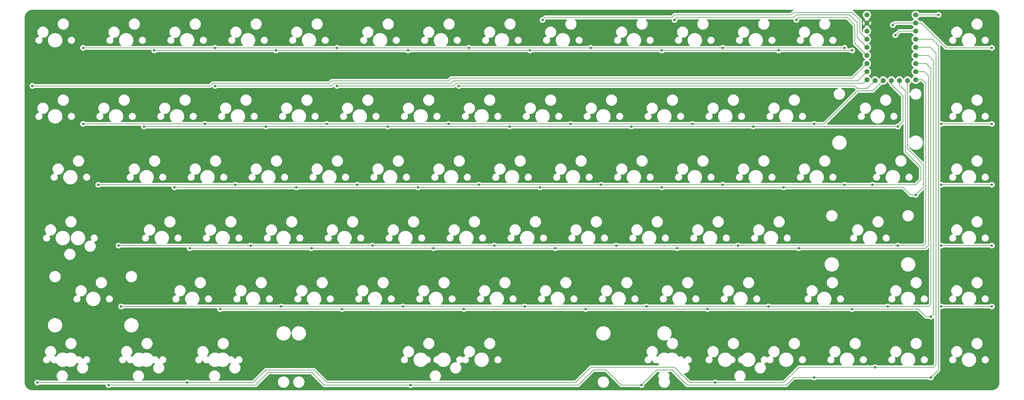
<source format=gbr>
%TF.GenerationSoftware,KiCad,Pcbnew,7.0.7*%
%TF.CreationDate,2023-10-07T20:29:55+07:00*%
%TF.ProjectId,physalis,70687973-616c-4697-932e-6b696361645f,rev?*%
%TF.SameCoordinates,Original*%
%TF.FileFunction,Copper,L1,Top*%
%TF.FilePolarity,Positive*%
%FSLAX46Y46*%
G04 Gerber Fmt 4.6, Leading zero omitted, Abs format (unit mm)*
G04 Created by KiCad (PCBNEW 7.0.7) date 2023-10-07 20:29:55*
%MOMM*%
%LPD*%
G01*
G04 APERTURE LIST*
%TA.AperFunction,ComponentPad*%
%ADD10C,1.600000*%
%TD*%
%TA.AperFunction,ViaPad*%
%ADD11C,0.800000*%
%TD*%
%TA.AperFunction,Conductor*%
%ADD12C,0.200000*%
%TD*%
G04 APERTURE END LIST*
D10*
%TO.P,RZ1,1,GP0*%
%TO.N,COL 8*%
X302418750Y-25400000D03*
%TO.P,RZ1,2,GP1*%
%TO.N,ROW 1*%
X302418750Y-27940000D03*
%TO.P,RZ1,3,GP2*%
%TO.N,ROW 2*%
X302418750Y-30480000D03*
%TO.P,RZ1,4,GP3*%
%TO.N,ROW 12*%
X302418750Y-33020000D03*
%TO.P,RZ1,5,GP4*%
%TO.N,ROW 11*%
X302418750Y-35560000D03*
%TO.P,RZ1,6,GP5*%
%TO.N,ROW 10*%
X302418750Y-38100000D03*
%TO.P,RZ1,7,GP6*%
%TO.N,ROW 9*%
X302418750Y-40640000D03*
%TO.P,RZ1,8,GP7*%
%TO.N,ROW 8*%
X302418750Y-43180000D03*
%TO.P,RZ1,9,GP8*%
%TO.N,ROW 7*%
X302418750Y-45720000D03*
%TO.P,RZ1,10,GP9*%
%TO.N,ROW 6*%
X299878750Y-45930000D03*
%TO.P,RZ1,11,GP10*%
%TO.N,ROW 5*%
X297338750Y-45930000D03*
%TO.P,RZ1,12,GP11*%
%TO.N,ROW 4*%
X294798750Y-45930000D03*
%TO.P,RZ1,13,GP12*%
%TO.N,ROW 3*%
X292258750Y-45930000D03*
%TO.P,RZ1,14,GP13*%
%TO.N,COL 4*%
X289718750Y-45930000D03*
%TO.P,RZ1,15,GP14*%
%TO.N,COL 3*%
X287178750Y-45720000D03*
%TO.P,RZ1,16,GP15*%
%TO.N,COL 2*%
X287178750Y-43180000D03*
%TO.P,RZ1,17,GP26*%
%TO.N,COL 1*%
X287178750Y-40640000D03*
%TO.P,RZ1,18,GP27*%
%TO.N,COL 7*%
X287178750Y-38100000D03*
%TO.P,RZ1,19,GP28*%
%TO.N,COL 6*%
X287178750Y-35560000D03*
%TO.P,RZ1,20,GP29*%
%TO.N,COL 5*%
X287178750Y-33020000D03*
%TO.P,RZ1,21,3V3*%
%TO.N,unconnected-(RZ1-3V3-Pad21)*%
X287178750Y-30480000D03*
%TO.P,RZ1,22,5V*%
%TO.N,unconnected-(RZ1-5V-Pad22)*%
X287178750Y-25400000D03*
%TO.P,RZ1,23,GND*%
%TO.N,GND*%
X287178750Y-27940000D03*
%TD*%
D11*
%TO.N,GND*%
X170656250Y-136525000D03*
X93662500Y-138906250D03*
X45243750Y-130175000D03*
X52387500Y-85725000D03*
%TO.N,ROW 12*%
X144462500Y-141287500D03*
X270668750Y-138906250D03*
X216693750Y-141287500D03*
X50006250Y-141287500D03*
%TO.N,ROW 11*%
X239712500Y-140493750D03*
X74612500Y-140493750D03*
X27781250Y-140493750D03*
%TO.N,ROW 7*%
X53181250Y-97631250D03*
%TO.N,ROW 5*%
X46831250Y-78581250D03*
%TO.N,GND*%
X290512500Y-84931250D03*
X304006250Y-69850000D03*
X284162500Y-50800000D03*
X95250000Y-123825000D03*
%TO.N,COL 8*%
X309562500Y-25400000D03*
%TO.N,COL 1*%
X26193750Y-47625000D03*
%TO.N,COL 2*%
X83343750Y-47625000D03*
%TO.N,COL 3*%
X121443750Y-47625000D03*
%TO.N,COL 4*%
X159543750Y-47625000D03*
%TO.N,COL 5*%
X185737500Y-26987500D03*
%TO.N,COL 6*%
X227012500Y-26987500D03*
%TO.N,COL 7*%
X265112500Y-26987500D03*
%TO.N,ROW 1*%
X42068750Y-35718750D03*
X280193750Y-35718750D03*
X242093750Y-35718750D03*
X295275000Y-28575000D03*
X200818750Y-35718750D03*
X162718750Y-35718750D03*
X326231250Y-35718750D03*
X83343750Y-35718750D03*
X121443750Y-35718750D03*
%TO.N,ROW 2*%
X282575000Y-36512500D03*
X296068750Y-31750000D03*
X64293750Y-36512500D03*
X259556250Y-36512500D03*
X143668750Y-36512500D03*
X223043750Y-36512500D03*
X181768750Y-36512500D03*
X102393750Y-36512500D03*
%TO.N,ROW 3*%
X270668750Y-59531250D03*
X310356250Y-59531250D03*
X326231250Y-59531250D03*
X194468750Y-59531250D03*
X156368750Y-59531250D03*
X80168750Y-59531250D03*
X118268750Y-59531250D03*
X232568750Y-59531250D03*
X42068750Y-59531250D03*
%TO.N,ROW 4*%
X99218750Y-60325000D03*
X175418750Y-60325000D03*
X213518750Y-60325000D03*
X137318750Y-60325000D03*
X251618750Y-60325000D03*
X61118750Y-60325000D03*
X296862500Y-60325000D03*
%TO.N,ROW 5*%
X242093750Y-78581250D03*
X310356250Y-78581250D03*
X127793750Y-78581250D03*
X326231250Y-78581250D03*
X288925000Y-78581250D03*
X203993750Y-78581250D03*
X280193750Y-78581250D03*
X89693750Y-78581250D03*
X165893750Y-78581250D03*
%TO.N,ROW 6*%
X108743750Y-79375000D03*
X261143750Y-79375000D03*
X146843750Y-79375000D03*
X184943750Y-79375000D03*
X223043750Y-79375000D03*
X302418750Y-81756250D03*
X70643750Y-79375000D03*
%TO.N,ROW 7*%
X296862500Y-97631250D03*
X246856250Y-97631250D03*
X310356250Y-97631250D03*
X132556250Y-97631250D03*
X94456250Y-97631250D03*
X208756250Y-97631250D03*
X326231250Y-97631250D03*
X170656250Y-97631250D03*
%TO.N,ROW 8*%
X227806250Y-98425000D03*
X265906250Y-98425000D03*
X113506250Y-98425000D03*
X151606250Y-98425000D03*
X189706250Y-98425000D03*
X75406250Y-98425000D03*
%TO.N,ROW 9*%
X326231250Y-116681250D03*
X256381250Y-116681250D03*
X310356250Y-116681250D03*
X103981250Y-116681250D03*
X53975000Y-116681250D03*
X142081250Y-116681250D03*
X218281250Y-116681250D03*
X293687500Y-116681250D03*
X180181250Y-116681250D03*
%TO.N,ROW 10*%
X199231250Y-117475000D03*
X282575000Y-117475000D03*
X123031250Y-117475000D03*
X237331250Y-117475000D03*
X161131250Y-117475000D03*
X307181250Y-119856250D03*
X84931250Y-117475000D03*
%TO.N,ROW 11*%
X289718750Y-135731250D03*
%TO.N,ROW 12*%
X307181250Y-138906250D03*
%TD*%
D12*
%TO.N,ROW 12*%
X144462500Y-141287500D02*
X138112500Y-141287500D01*
X270668750Y-138906250D02*
X264318750Y-138906250D01*
X138112500Y-141287500D02*
X117475000Y-141287500D01*
X96043750Y-141287500D02*
X50006250Y-141287500D01*
X100012500Y-137318750D02*
X96043750Y-141287500D01*
X113506250Y-137318750D02*
X100012500Y-137318750D01*
X196056250Y-141287500D02*
X144462500Y-141287500D01*
X196850000Y-141287500D02*
X196056250Y-141287500D01*
X205581250Y-136525000D02*
X201612500Y-136525000D01*
X210343750Y-141287500D02*
X205581250Y-136525000D01*
X117475000Y-141287500D02*
X113506250Y-137318750D01*
X219868750Y-138112500D02*
X216693750Y-141287500D01*
X226218750Y-136525000D02*
X221456250Y-136525000D01*
X201612500Y-136525000D02*
X196850000Y-141287500D01*
X230981250Y-141287500D02*
X226218750Y-136525000D01*
X261937500Y-141287500D02*
X230981250Y-141287500D01*
X264318750Y-138906250D02*
X261937500Y-141287500D01*
X221456250Y-136525000D02*
X219868750Y-138112500D01*
X307181250Y-138906250D02*
X270668750Y-138906250D01*
X216693750Y-141287500D02*
X210343750Y-141287500D01*
%TO.N,ROW 11*%
X239712500Y-140493750D02*
X231775000Y-140493750D01*
X74612500Y-140493750D02*
X27781250Y-140493750D01*
X95250000Y-140493750D02*
X74612500Y-140493750D01*
X99218750Y-136525000D02*
X95250000Y-140493750D01*
X227012500Y-135731250D02*
X200818750Y-135731250D01*
X200818750Y-135731250D02*
X196056250Y-140493750D01*
X231775000Y-140493750D02*
X227012500Y-135731250D01*
X118268750Y-140493750D02*
X114300000Y-136525000D01*
X261143750Y-140493750D02*
X239712500Y-140493750D01*
X114300000Y-136525000D02*
X99218750Y-136525000D01*
X196056250Y-140493750D02*
X118268750Y-140493750D01*
X265906250Y-135731250D02*
X261143750Y-140493750D01*
X289718750Y-135731250D02*
X265906250Y-135731250D01*
%TO.N,ROW 7*%
X53181250Y-97631250D02*
X94456250Y-97631250D01*
%TO.N,ROW 5*%
X46831250Y-78581250D02*
X89693750Y-78581250D01*
%TO.N,COL 8*%
X309562500Y-25400000D02*
X302418750Y-25400000D01*
%TO.N,COL 1*%
X82550000Y-46831250D02*
X119062500Y-46831250D01*
X119856250Y-46037500D02*
X156368750Y-46037500D01*
X119062500Y-46831250D02*
X119856250Y-46037500D01*
X26193750Y-47625000D02*
X81756250Y-47625000D01*
X81756250Y-47625000D02*
X82550000Y-46831250D01*
X282575000Y-45243750D02*
X287178750Y-40640000D01*
X156368750Y-46037500D02*
X157162500Y-45243750D01*
X157162500Y-45243750D02*
X282575000Y-45243750D01*
%TO.N,COL 2*%
X119856250Y-47625000D02*
X120650000Y-46831250D01*
X284321250Y-46037500D02*
X287178750Y-43180000D01*
X157162500Y-46831250D02*
X157956250Y-46037500D01*
X83343750Y-47625000D02*
X119856250Y-47625000D01*
X157956250Y-46037500D02*
X284321250Y-46037500D01*
X120650000Y-46831250D02*
X157162500Y-46831250D01*
%TO.N,COL 3*%
X286067500Y-46831250D02*
X287178750Y-45720000D01*
X157956250Y-47625000D02*
X158750000Y-46831250D01*
X121443750Y-47625000D02*
X157956250Y-47625000D01*
X158750000Y-46831250D02*
X286067500Y-46831250D01*
%TO.N,COL 4*%
X284162500Y-48418750D02*
X287230000Y-48418750D01*
X283368750Y-47625000D02*
X284162500Y-48418750D01*
X159543750Y-47625000D02*
X283368750Y-47625000D01*
X287230000Y-48418750D02*
X289718750Y-45930000D01*
%TO.N,COL 5*%
X226218750Y-26193750D02*
X227012500Y-25400000D01*
X227012500Y-25400000D02*
X263525000Y-25400000D01*
X263525000Y-25400000D02*
X264318750Y-24606250D01*
X282575000Y-24606250D02*
X284956250Y-26987500D01*
X186531250Y-26193750D02*
X226218750Y-26193750D01*
X185737500Y-26987500D02*
X186531250Y-26193750D01*
X284956250Y-26987500D02*
X284956250Y-30797500D01*
X264318750Y-24606250D02*
X282575000Y-24606250D01*
X284956250Y-30797500D02*
X287178750Y-33020000D01*
%TO.N,COL 6*%
X227806250Y-26193750D02*
X264318750Y-26193750D01*
X284162500Y-27781250D02*
X284162500Y-32543750D01*
X281781250Y-25400000D02*
X284162500Y-27781250D01*
X265112500Y-25400000D02*
X281781250Y-25400000D01*
X264318750Y-26193750D02*
X265112500Y-25400000D01*
X227012500Y-26987500D02*
X227806250Y-26193750D01*
X284162500Y-32543750D02*
X287178750Y-35560000D01*
%TO.N,COL 7*%
X265112500Y-26987500D02*
X265906250Y-26193750D01*
X283368750Y-34290000D02*
X287178750Y-38100000D01*
X265906250Y-26193750D02*
X280987500Y-26193750D01*
X283368750Y-28575000D02*
X283368750Y-34290000D01*
X280987500Y-26193750D02*
X283368750Y-28575000D01*
%TO.N,ROW 1*%
X200818750Y-35718750D02*
X242093750Y-35718750D01*
X121443750Y-35718750D02*
X162718750Y-35718750D01*
X162718750Y-35718750D02*
X200818750Y-35718750D01*
X83343750Y-35718750D02*
X121443750Y-35718750D01*
X242093750Y-35718750D02*
X280193750Y-35718750D01*
X42068750Y-35718750D02*
X83343750Y-35718750D01*
X302418750Y-27940000D02*
X304165000Y-27940000D01*
X295275000Y-28575000D02*
X295910000Y-27940000D01*
X311943750Y-35718750D02*
X326231250Y-35718750D01*
X295910000Y-27940000D02*
X302418750Y-27940000D01*
X304165000Y-27940000D02*
X311943750Y-35718750D01*
%TO.N,ROW 2*%
X102393750Y-36512500D02*
X64293750Y-36512500D01*
X259556250Y-36512500D02*
X282575000Y-36512500D01*
X259556250Y-36512500D02*
X223043750Y-36512500D01*
X181768750Y-36512500D02*
X143668750Y-36512500D01*
X297338750Y-30480000D02*
X302418750Y-30480000D01*
X296068750Y-31750000D02*
X297338750Y-30480000D01*
X223043750Y-36512500D02*
X181768750Y-36512500D01*
X143668750Y-36512500D02*
X102393750Y-36512500D01*
%TO.N,ROW 3*%
X80168750Y-59531250D02*
X42068750Y-59531250D01*
X232568750Y-59531250D02*
X194468750Y-59531250D01*
X292258750Y-45930000D02*
X288976250Y-49212500D01*
X326231250Y-59531250D02*
X310356250Y-59531250D01*
X156368750Y-59531250D02*
X118268750Y-59531250D01*
X273843750Y-59531250D02*
X270668750Y-59531250D01*
X284162500Y-49212500D02*
X273843750Y-59531250D01*
X194468750Y-59531250D02*
X156368750Y-59531250D01*
X118268750Y-59531250D02*
X80168750Y-59531250D01*
X270668750Y-59531250D02*
X232568750Y-59531250D01*
X288976250Y-49212500D02*
X284162500Y-49212500D01*
%TO.N,ROW 4*%
X298450000Y-50800000D02*
X298450000Y-58737500D01*
X298450000Y-58737500D02*
X296862500Y-60325000D01*
X294798750Y-45930000D02*
X294798750Y-47148750D01*
X296862500Y-60325000D02*
X251618750Y-60325000D01*
X99218750Y-60325000D02*
X61118750Y-60325000D01*
X213518750Y-60325000D02*
X175418750Y-60325000D01*
X251618750Y-60325000D02*
X213518750Y-60325000D01*
X137318750Y-60325000D02*
X99218750Y-60325000D01*
X294798750Y-47148750D02*
X298450000Y-50800000D01*
X175418750Y-60325000D02*
X137318750Y-60325000D01*
%TO.N,ROW 5*%
X127793750Y-78581250D02*
X89693750Y-78581250D01*
X165893750Y-78581250D02*
X127793750Y-78581250D01*
X288925000Y-78581250D02*
X280193750Y-78581250D01*
X297338750Y-45930000D02*
X297338750Y-47307500D01*
X203993750Y-78581250D02*
X165893750Y-78581250D01*
X304006250Y-73025000D02*
X304006250Y-76993750D01*
X280193750Y-78581250D02*
X242093750Y-78581250D01*
X326231250Y-78581250D02*
X310356250Y-78581250D01*
X297338750Y-47307500D02*
X299243750Y-49212500D01*
X302418750Y-78581250D02*
X288925000Y-78581250D01*
X299243750Y-68262500D02*
X304006250Y-73025000D01*
X242093750Y-78581250D02*
X203993750Y-78581250D01*
X299243750Y-49212500D02*
X299243750Y-68262500D01*
X304006250Y-76993750D02*
X302418750Y-78581250D01*
%TO.N,ROW 6*%
X298450000Y-79375000D02*
X300831250Y-81756250D01*
X261143750Y-79375000D02*
X298450000Y-79375000D01*
X304800000Y-72231250D02*
X304800000Y-79375000D01*
X299878750Y-45930000D02*
X299878750Y-67310000D01*
X300831250Y-81756250D02*
X302418750Y-81756250D01*
X223043750Y-79375000D02*
X261143750Y-79375000D01*
X146843750Y-79375000D02*
X184943750Y-79375000D01*
X299878750Y-67310000D02*
X304800000Y-72231250D01*
X304800000Y-79375000D02*
X302418750Y-81756250D01*
X184943750Y-79375000D02*
X223043750Y-79375000D01*
X108743750Y-79375000D02*
X146843750Y-79375000D01*
X70643750Y-79375000D02*
X108743750Y-79375000D01*
%TO.N,ROW 7*%
X302418750Y-45720000D02*
X304482500Y-45720000D01*
X304482500Y-45720000D02*
X305593750Y-46831250D01*
X326231250Y-97631250D02*
X310356250Y-97631250D01*
X296862500Y-97631250D02*
X246856250Y-97631250D01*
X132556250Y-97631250D02*
X94456250Y-97631250D01*
X246856250Y-97631250D02*
X208756250Y-97631250D01*
X304800000Y-97631250D02*
X296862500Y-97631250D01*
X305593750Y-46831250D02*
X305593750Y-96837500D01*
X170656250Y-97631250D02*
X132556250Y-97631250D01*
X208756250Y-97631250D02*
X170656250Y-97631250D01*
X305593750Y-96837500D02*
X304800000Y-97631250D01*
%TO.N,ROW 8*%
X189706250Y-98425000D02*
X227806250Y-98425000D01*
X306387500Y-97631250D02*
X305593750Y-98425000D01*
X113506250Y-98425000D02*
X151606250Y-98425000D01*
X227806250Y-98425000D02*
X265906250Y-98425000D01*
X306387500Y-44450000D02*
X306387500Y-97631250D01*
X305593750Y-98425000D02*
X265906250Y-98425000D01*
X302418750Y-43180000D02*
X305117500Y-43180000D01*
X305117500Y-43180000D02*
X306387500Y-44450000D01*
X75406250Y-98425000D02*
X113506250Y-98425000D01*
X151606250Y-98425000D02*
X189706250Y-98425000D01*
%TO.N,ROW 9*%
X293687500Y-116681250D02*
X256381250Y-116681250D01*
X307181250Y-115887500D02*
X306387500Y-116681250D01*
X326231250Y-116681250D02*
X310356250Y-116681250D01*
X142081250Y-116681250D02*
X103981250Y-116681250D01*
X218281250Y-116681250D02*
X180181250Y-116681250D01*
X180181250Y-116681250D02*
X142081250Y-116681250D01*
X307181250Y-42068750D02*
X307181250Y-115887500D01*
X256381250Y-116681250D02*
X218281250Y-116681250D01*
X302418750Y-40640000D02*
X305752500Y-40640000D01*
X306387500Y-116681250D02*
X293687500Y-116681250D01*
X305752500Y-40640000D02*
X307181250Y-42068750D01*
X103981250Y-116681250D02*
X53975000Y-116681250D01*
%TO.N,ROW 10*%
X282575000Y-117475000D02*
X303212500Y-117475000D01*
X237331250Y-117475000D02*
X282575000Y-117475000D01*
X199231250Y-117475000D02*
X237331250Y-117475000D01*
X305593750Y-119856250D02*
X307181250Y-119856250D01*
X84931250Y-117475000D02*
X123031250Y-117475000D01*
X161131250Y-117475000D02*
X199231250Y-117475000D01*
X303212500Y-117475000D02*
X305593750Y-119856250D01*
X307975000Y-119062500D02*
X307181250Y-119856250D01*
X306387500Y-38100000D02*
X307975000Y-39687500D01*
X307975000Y-39687500D02*
X307975000Y-119062500D01*
X123031250Y-117475000D02*
X161131250Y-117475000D01*
X302418750Y-38100000D02*
X306387500Y-38100000D01*
%TO.N,ROW 11*%
X308768750Y-37306250D02*
X308768750Y-134937500D01*
X308768750Y-134937500D02*
X307975000Y-135731250D01*
X302418750Y-35560000D02*
X307022500Y-35560000D01*
X307022500Y-35560000D02*
X308768750Y-37306250D01*
X307975000Y-135731250D02*
X289718750Y-135731250D01*
%TO.N,ROW 12*%
X307657500Y-33020000D02*
X309562500Y-34925000D01*
X309562500Y-136525000D02*
X307181250Y-138906250D01*
X309562500Y-34925000D02*
X309562500Y-136525000D01*
X302418750Y-33020000D02*
X307657500Y-33020000D01*
%TD*%
%TA.AperFunction,Conductor*%
%TO.N,GND*%
G36*
X264108291Y-23832685D02*
G01*
X264154046Y-23885489D01*
X264163990Y-23954647D01*
X264134965Y-24018203D01*
X264088705Y-24051561D01*
X264015907Y-24081714D01*
X263890469Y-24177966D01*
X263868769Y-24206244D01*
X263863420Y-24212344D01*
X263576265Y-24499500D01*
X263312584Y-24763181D01*
X263251261Y-24796666D01*
X263224903Y-24799500D01*
X227055928Y-24799500D01*
X227047829Y-24798969D01*
X227012500Y-24794318D01*
X226973139Y-24799500D01*
X226855739Y-24814955D01*
X226855737Y-24814956D01*
X226709660Y-24875463D01*
X226584214Y-24971721D01*
X226562524Y-24999990D01*
X226557171Y-25006094D01*
X226006334Y-25556931D01*
X225945011Y-25590416D01*
X225918653Y-25593250D01*
X186574678Y-25593250D01*
X186566579Y-25592719D01*
X186531250Y-25588068D01*
X186491889Y-25593250D01*
X186374489Y-25608705D01*
X186374487Y-25608706D01*
X186228410Y-25669213D01*
X186102964Y-25765471D01*
X186081274Y-25793740D01*
X186075921Y-25799844D01*
X185825084Y-26050681D01*
X185763761Y-26084166D01*
X185737403Y-26087000D01*
X185642854Y-26087000D01*
X185610397Y-26093898D01*
X185457697Y-26126355D01*
X185457692Y-26126357D01*
X185284770Y-26203348D01*
X185284765Y-26203351D01*
X185131629Y-26314611D01*
X185004966Y-26455285D01*
X184910321Y-26619215D01*
X184910318Y-26619222D01*
X184853425Y-26794322D01*
X184851826Y-26799244D01*
X184832040Y-26987500D01*
X184851826Y-27175756D01*
X184851827Y-27175759D01*
X184910318Y-27355777D01*
X184910321Y-27355784D01*
X185004967Y-27519716D01*
X185088387Y-27612363D01*
X185131629Y-27660388D01*
X185284765Y-27771648D01*
X185284770Y-27771651D01*
X185457692Y-27848642D01*
X185457697Y-27848644D01*
X185642854Y-27888000D01*
X185642855Y-27888000D01*
X185832144Y-27888000D01*
X185832146Y-27888000D01*
X186017303Y-27848644D01*
X186190230Y-27771651D01*
X186343371Y-27660388D01*
X186470033Y-27519716D01*
X186564679Y-27355784D01*
X186623174Y-27175756D01*
X186642960Y-26987500D01*
X186642959Y-26987490D01*
X186642959Y-26982648D01*
X186662638Y-26915607D01*
X186679273Y-26894960D01*
X186743667Y-26830567D01*
X186804992Y-26797083D01*
X186831348Y-26794250D01*
X193313025Y-26794250D01*
X193380064Y-26813935D01*
X193425819Y-26866739D01*
X193435763Y-26935897D01*
X193406738Y-26999453D01*
X193403924Y-27002591D01*
X193255067Y-27163020D01*
X193107268Y-27379802D01*
X193107267Y-27379803D01*
X192993438Y-27616173D01*
X192916106Y-27866876D01*
X192916105Y-27866881D01*
X192916104Y-27866885D01*
X192905083Y-27940002D01*
X192877000Y-28126312D01*
X192877000Y-28388687D01*
X192887928Y-28461184D01*
X192916104Y-28648115D01*
X192916105Y-28648117D01*
X192916106Y-28648123D01*
X192993438Y-28898826D01*
X193107267Y-29135196D01*
X193107268Y-29135197D01*
X193107270Y-29135200D01*
X193107272Y-29135204D01*
X193204349Y-29277589D01*
X193255067Y-29351979D01*
X193433514Y-29544301D01*
X193433518Y-29544304D01*
X193433519Y-29544305D01*
X193638643Y-29707886D01*
X193865857Y-29839068D01*
X194110084Y-29934920D01*
X194365870Y-29993302D01*
X194365876Y-29993302D01*
X194365879Y-29993303D01*
X194562000Y-30008000D01*
X194562006Y-30008000D01*
X194693000Y-30008000D01*
X194889120Y-29993303D01*
X194889122Y-29993302D01*
X194889130Y-29993302D01*
X195144916Y-29934920D01*
X195389143Y-29839068D01*
X195616357Y-29707886D01*
X195821481Y-29544305D01*
X195852667Y-29510695D01*
X195881191Y-29479953D01*
X195999933Y-29351979D01*
X196147728Y-29135204D01*
X196261563Y-28898823D01*
X196338896Y-28648115D01*
X196378000Y-28388682D01*
X196378000Y-28126318D01*
X196338896Y-27866885D01*
X196261563Y-27616177D01*
X196227813Y-27546094D01*
X196147732Y-27379803D01*
X196147731Y-27379802D01*
X196147730Y-27379801D01*
X196147728Y-27379796D01*
X195999933Y-27163021D01*
X195851075Y-27002590D01*
X195819908Y-26940059D01*
X195827495Y-26870602D01*
X195871429Y-26816274D01*
X195937760Y-26794322D01*
X195941975Y-26794250D01*
X215538025Y-26794250D01*
X215605064Y-26813935D01*
X215650819Y-26866739D01*
X215660763Y-26935897D01*
X215631738Y-26999453D01*
X215628924Y-27002591D01*
X215480067Y-27163020D01*
X215332268Y-27379802D01*
X215332267Y-27379803D01*
X215218438Y-27616173D01*
X215141106Y-27866876D01*
X215141105Y-27866881D01*
X215141104Y-27866885D01*
X215130083Y-27940002D01*
X215102000Y-28126312D01*
X215102000Y-28388687D01*
X215112928Y-28461184D01*
X215141104Y-28648115D01*
X215141105Y-28648117D01*
X215141106Y-28648123D01*
X215218438Y-28898826D01*
X215332267Y-29135196D01*
X215332268Y-29135197D01*
X215332270Y-29135200D01*
X215332272Y-29135204D01*
X215429349Y-29277589D01*
X215480067Y-29351979D01*
X215658514Y-29544301D01*
X215658518Y-29544304D01*
X215658519Y-29544305D01*
X215863643Y-29707886D01*
X216090857Y-29839068D01*
X216335084Y-29934920D01*
X216590870Y-29993302D01*
X216590876Y-29993302D01*
X216590879Y-29993303D01*
X216787000Y-30008000D01*
X216787006Y-30008000D01*
X216918000Y-30008000D01*
X217114120Y-29993303D01*
X217114122Y-29993302D01*
X217114130Y-29993302D01*
X217369916Y-29934920D01*
X217614143Y-29839068D01*
X217841357Y-29707886D01*
X218046481Y-29544305D01*
X218077667Y-29510695D01*
X218106191Y-29479953D01*
X218224933Y-29351979D01*
X218372728Y-29135204D01*
X218486563Y-28898823D01*
X218563896Y-28648115D01*
X218603000Y-28388682D01*
X218603000Y-28126318D01*
X218563896Y-27866885D01*
X218486563Y-27616177D01*
X218452813Y-27546094D01*
X218372732Y-27379803D01*
X218372731Y-27379802D01*
X218372730Y-27379801D01*
X218372728Y-27379796D01*
X218224933Y-27163021D01*
X218076075Y-27002590D01*
X218044908Y-26940059D01*
X218052495Y-26870602D01*
X218096429Y-26816274D01*
X218162760Y-26794322D01*
X218166975Y-26794250D01*
X225989635Y-26794250D01*
X226056674Y-26813935D01*
X226102429Y-26866739D01*
X226112956Y-26931211D01*
X226112464Y-26935897D01*
X226107040Y-26987500D01*
X226126826Y-27175756D01*
X226126827Y-27175759D01*
X226185318Y-27355777D01*
X226185321Y-27355784D01*
X226279967Y-27519716D01*
X226363387Y-27612363D01*
X226406629Y-27660388D01*
X226559765Y-27771648D01*
X226559770Y-27771651D01*
X226732692Y-27848642D01*
X226732697Y-27848644D01*
X226917854Y-27888000D01*
X226917855Y-27888000D01*
X227107144Y-27888000D01*
X227107146Y-27888000D01*
X227292303Y-27848644D01*
X227465230Y-27771651D01*
X227618371Y-27660388D01*
X227745033Y-27519716D01*
X227839679Y-27355784D01*
X227898174Y-27175756D01*
X227917960Y-26987500D01*
X227917960Y-26987497D01*
X227917960Y-26982637D01*
X227937645Y-26915598D01*
X227954279Y-26894955D01*
X228018667Y-26830568D01*
X228079991Y-26797084D01*
X228106348Y-26794250D01*
X234588025Y-26794250D01*
X234655064Y-26813935D01*
X234700819Y-26866739D01*
X234710763Y-26935897D01*
X234681738Y-26999453D01*
X234678924Y-27002591D01*
X234530067Y-27163020D01*
X234382268Y-27379802D01*
X234382267Y-27379803D01*
X234268438Y-27616173D01*
X234191106Y-27866876D01*
X234191105Y-27866881D01*
X234191104Y-27866885D01*
X234180083Y-27940002D01*
X234152000Y-28126312D01*
X234152000Y-28388687D01*
X234162928Y-28461184D01*
X234191104Y-28648115D01*
X234191105Y-28648117D01*
X234191106Y-28648123D01*
X234268438Y-28898826D01*
X234382267Y-29135196D01*
X234382268Y-29135197D01*
X234382270Y-29135200D01*
X234382272Y-29135204D01*
X234479349Y-29277589D01*
X234530067Y-29351979D01*
X234708514Y-29544301D01*
X234708518Y-29544304D01*
X234708519Y-29544305D01*
X234913643Y-29707886D01*
X235140857Y-29839068D01*
X235385084Y-29934920D01*
X235640870Y-29993302D01*
X235640876Y-29993302D01*
X235640879Y-29993303D01*
X235837000Y-30008000D01*
X235837006Y-30008000D01*
X235968000Y-30008000D01*
X236164120Y-29993303D01*
X236164122Y-29993302D01*
X236164130Y-29993302D01*
X236419916Y-29934920D01*
X236664143Y-29839068D01*
X236891357Y-29707886D01*
X237096481Y-29544305D01*
X237127667Y-29510695D01*
X237156191Y-29479953D01*
X237274933Y-29351979D01*
X237422728Y-29135204D01*
X237536563Y-28898823D01*
X237613896Y-28648115D01*
X237653000Y-28388682D01*
X237653000Y-28126318D01*
X237613896Y-27866885D01*
X237536563Y-27616177D01*
X237502813Y-27546094D01*
X237422732Y-27379803D01*
X237422731Y-27379802D01*
X237422730Y-27379801D01*
X237422728Y-27379796D01*
X237274933Y-27163021D01*
X237126075Y-27002590D01*
X237094908Y-26940059D01*
X237102495Y-26870602D01*
X237146429Y-26816274D01*
X237212760Y-26794322D01*
X237216975Y-26794250D01*
X253638025Y-26794250D01*
X253705064Y-26813935D01*
X253750819Y-26866739D01*
X253760763Y-26935897D01*
X253731738Y-26999453D01*
X253728924Y-27002591D01*
X253580067Y-27163020D01*
X253432268Y-27379802D01*
X253432267Y-27379803D01*
X253318438Y-27616173D01*
X253241106Y-27866876D01*
X253241105Y-27866881D01*
X253241104Y-27866885D01*
X253230083Y-27940002D01*
X253202000Y-28126312D01*
X253202000Y-28388687D01*
X253212928Y-28461184D01*
X253241104Y-28648115D01*
X253241105Y-28648117D01*
X253241106Y-28648123D01*
X253318438Y-28898826D01*
X253432267Y-29135196D01*
X253432268Y-29135197D01*
X253432270Y-29135200D01*
X253432272Y-29135204D01*
X253529349Y-29277589D01*
X253580067Y-29351979D01*
X253758514Y-29544301D01*
X253758518Y-29544304D01*
X253758519Y-29544305D01*
X253963643Y-29707886D01*
X254190857Y-29839068D01*
X254435084Y-29934920D01*
X254690870Y-29993302D01*
X254690876Y-29993302D01*
X254690879Y-29993303D01*
X254887000Y-30008000D01*
X254887006Y-30008000D01*
X255018000Y-30008000D01*
X255214120Y-29993303D01*
X255214122Y-29993302D01*
X255214130Y-29993302D01*
X255469916Y-29934920D01*
X255714143Y-29839068D01*
X255941357Y-29707886D01*
X256146481Y-29544305D01*
X256177667Y-29510695D01*
X256206191Y-29479953D01*
X256324933Y-29351979D01*
X256472728Y-29135204D01*
X256586563Y-28898823D01*
X256663896Y-28648115D01*
X256703000Y-28388682D01*
X256703000Y-28126318D01*
X256663896Y-27866885D01*
X256586563Y-27616177D01*
X256552813Y-27546094D01*
X256472732Y-27379803D01*
X256472731Y-27379802D01*
X256472730Y-27379801D01*
X256472728Y-27379796D01*
X256324933Y-27163021D01*
X256176075Y-27002590D01*
X256144908Y-26940059D01*
X256152495Y-26870602D01*
X256196429Y-26816274D01*
X256262760Y-26794322D01*
X256266975Y-26794250D01*
X264089635Y-26794250D01*
X264156674Y-26813935D01*
X264202429Y-26866739D01*
X264212956Y-26931211D01*
X264212464Y-26935897D01*
X264207040Y-26987500D01*
X264226826Y-27175756D01*
X264226827Y-27175759D01*
X264285318Y-27355777D01*
X264285321Y-27355784D01*
X264379967Y-27519716D01*
X264463387Y-27612363D01*
X264506629Y-27660388D01*
X264659765Y-27771648D01*
X264659770Y-27771651D01*
X264832692Y-27848642D01*
X264832697Y-27848644D01*
X265017854Y-27888000D01*
X265017855Y-27888000D01*
X265207144Y-27888000D01*
X265207146Y-27888000D01*
X265392303Y-27848644D01*
X265565230Y-27771651D01*
X265718371Y-27660388D01*
X265845033Y-27519716D01*
X265939679Y-27355784D01*
X265998174Y-27175756D01*
X266017960Y-26987500D01*
X266017960Y-26987497D01*
X266017960Y-26982637D01*
X266037645Y-26915598D01*
X266054279Y-26894955D01*
X266118667Y-26830568D01*
X266179991Y-26797084D01*
X266206348Y-26794250D01*
X272688025Y-26794250D01*
X272755064Y-26813935D01*
X272800819Y-26866739D01*
X272810763Y-26935897D01*
X272781738Y-26999453D01*
X272778924Y-27002591D01*
X272630067Y-27163020D01*
X272482268Y-27379802D01*
X272482267Y-27379803D01*
X272368438Y-27616173D01*
X272291106Y-27866876D01*
X272291105Y-27866881D01*
X272291104Y-27866885D01*
X272280083Y-27940002D01*
X272252000Y-28126312D01*
X272252000Y-28388687D01*
X272262928Y-28461184D01*
X272291104Y-28648115D01*
X272291105Y-28648117D01*
X272291106Y-28648123D01*
X272368438Y-28898826D01*
X272482267Y-29135196D01*
X272482268Y-29135197D01*
X272482270Y-29135200D01*
X272482272Y-29135204D01*
X272579349Y-29277589D01*
X272630067Y-29351979D01*
X272808514Y-29544301D01*
X272808518Y-29544304D01*
X272808519Y-29544305D01*
X273013643Y-29707886D01*
X273240857Y-29839068D01*
X273485084Y-29934920D01*
X273740870Y-29993302D01*
X273740876Y-29993302D01*
X273740879Y-29993303D01*
X273937000Y-30008000D01*
X273937006Y-30008000D01*
X274068000Y-30008000D01*
X274264120Y-29993303D01*
X274264122Y-29993302D01*
X274264130Y-29993302D01*
X274519916Y-29934920D01*
X274764143Y-29839068D01*
X274991357Y-29707886D01*
X275196481Y-29544305D01*
X275227667Y-29510695D01*
X275256191Y-29479953D01*
X275374933Y-29351979D01*
X275522728Y-29135204D01*
X275636563Y-28898823D01*
X275713896Y-28648115D01*
X275753000Y-28388682D01*
X275753000Y-28126318D01*
X275713896Y-27866885D01*
X275636563Y-27616177D01*
X275602813Y-27546094D01*
X275522732Y-27379803D01*
X275522731Y-27379802D01*
X275522730Y-27379801D01*
X275522728Y-27379796D01*
X275374933Y-27163021D01*
X275226075Y-27002590D01*
X275194908Y-26940059D01*
X275202495Y-26870602D01*
X275246429Y-26816274D01*
X275312760Y-26794322D01*
X275316975Y-26794250D01*
X280687403Y-26794250D01*
X280754442Y-26813935D01*
X280775084Y-26830569D01*
X282731931Y-28787415D01*
X282765416Y-28848738D01*
X282768250Y-28875096D01*
X282768250Y-34246571D01*
X282767719Y-34254673D01*
X282763811Y-34284360D01*
X282763068Y-34290000D01*
X282768250Y-34329361D01*
X282770593Y-34347159D01*
X282783705Y-34446760D01*
X282783706Y-34446762D01*
X282844214Y-34592841D01*
X282940468Y-34718282D01*
X282968745Y-34739980D01*
X282974835Y-34745320D01*
X284442247Y-36212732D01*
X285886808Y-37657293D01*
X285920293Y-37718616D01*
X285918902Y-37777067D01*
X285893116Y-37873302D01*
X285893114Y-37873313D01*
X285873282Y-38099998D01*
X285873282Y-38100001D01*
X285893114Y-38326686D01*
X285893116Y-38326697D01*
X285952008Y-38546488D01*
X285952011Y-38546497D01*
X286048181Y-38752732D01*
X286048182Y-38752734D01*
X286178704Y-38939141D01*
X286339608Y-39100045D01*
X286339611Y-39100047D01*
X286526016Y-39230568D01*
X286584025Y-39257618D01*
X286636464Y-39303791D01*
X286655616Y-39370984D01*
X286635400Y-39437865D01*
X286584025Y-39482382D01*
X286526017Y-39509431D01*
X286526015Y-39509432D01*
X286339608Y-39639954D01*
X286178704Y-39800858D01*
X286048182Y-39987265D01*
X286048181Y-39987267D01*
X285952011Y-40193502D01*
X285952008Y-40193511D01*
X285893116Y-40413302D01*
X285893114Y-40413313D01*
X285873282Y-40639998D01*
X285873282Y-40640001D01*
X285893114Y-40866686D01*
X285893116Y-40866697D01*
X285918902Y-40962931D01*
X285917239Y-41032781D01*
X285886808Y-41082705D01*
X282362584Y-44606931D01*
X282301261Y-44640416D01*
X282274903Y-44643250D01*
X157205928Y-44643250D01*
X157197829Y-44642719D01*
X157162500Y-44638068D01*
X157162499Y-44638068D01*
X156957514Y-44665054D01*
X156934968Y-44687333D01*
X156923645Y-44692710D01*
X156859659Y-44719214D01*
X156734214Y-44815471D01*
X156712524Y-44843740D01*
X156707171Y-44849844D01*
X156156334Y-45400681D01*
X156095011Y-45434166D01*
X156068653Y-45437000D01*
X119899678Y-45437000D01*
X119891579Y-45436469D01*
X119856250Y-45431818D01*
X119816889Y-45437000D01*
X119699489Y-45452455D01*
X119699487Y-45452456D01*
X119553410Y-45512963D01*
X119427964Y-45609221D01*
X119406274Y-45637490D01*
X119400921Y-45643594D01*
X118850084Y-46194431D01*
X118788761Y-46227916D01*
X118762403Y-46230750D01*
X82593428Y-46230750D01*
X82585329Y-46230219D01*
X82550000Y-46225568D01*
X82510639Y-46230750D01*
X82393239Y-46246205D01*
X82393237Y-46246206D01*
X82247160Y-46306713D01*
X82121714Y-46402971D01*
X82100024Y-46431240D01*
X82094671Y-46437344D01*
X81543834Y-46988181D01*
X81482511Y-47021666D01*
X81456153Y-47024500D01*
X26920008Y-47024500D01*
X26852969Y-47004815D01*
X26827859Y-46983473D01*
X26799621Y-46952112D01*
X26799614Y-46952106D01*
X26646484Y-46840851D01*
X26646479Y-46840848D01*
X26473557Y-46763857D01*
X26473552Y-46763855D01*
X26327751Y-46732865D01*
X26288396Y-46724500D01*
X26099104Y-46724500D01*
X26066647Y-46731398D01*
X25913947Y-46763855D01*
X25913942Y-46763857D01*
X25741020Y-46840848D01*
X25741015Y-46840851D01*
X25587879Y-46952111D01*
X25461216Y-47092785D01*
X25366571Y-47256715D01*
X25366568Y-47256722D01*
X25309596Y-47432066D01*
X25308076Y-47436744D01*
X25288290Y-47625000D01*
X25308076Y-47813256D01*
X25308077Y-47813259D01*
X25366568Y-47993277D01*
X25366571Y-47993284D01*
X25461217Y-48157216D01*
X25579184Y-48288231D01*
X25587879Y-48297888D01*
X25741015Y-48409148D01*
X25741020Y-48409151D01*
X25913942Y-48486142D01*
X25913947Y-48486144D01*
X26099104Y-48525500D01*
X26099105Y-48525500D01*
X26288394Y-48525500D01*
X26288396Y-48525500D01*
X26473553Y-48486144D01*
X26646480Y-48409151D01*
X26799621Y-48297888D01*
X26827858Y-48266527D01*
X26887345Y-48229879D01*
X26920008Y-48225500D01*
X81712822Y-48225500D01*
X81720920Y-48226030D01*
X81756250Y-48230682D01*
X81756251Y-48230682D01*
X81828729Y-48221140D01*
X81913012Y-48210044D01*
X82059091Y-48149536D01*
X82184532Y-48053282D01*
X82206233Y-48024999D01*
X82211561Y-48018922D01*
X82304977Y-47925506D01*
X82366298Y-47892023D01*
X82435990Y-47897007D01*
X82491923Y-47938879D01*
X82510586Y-47974867D01*
X82516568Y-47993278D01*
X82516571Y-47993284D01*
X82611217Y-48157216D01*
X82729184Y-48288231D01*
X82737879Y-48297888D01*
X82891015Y-48409148D01*
X82891020Y-48409151D01*
X83063942Y-48486142D01*
X83063947Y-48486144D01*
X83249104Y-48525500D01*
X83249105Y-48525500D01*
X83438394Y-48525500D01*
X83438396Y-48525500D01*
X83623553Y-48486144D01*
X83796480Y-48409151D01*
X83949621Y-48297888D01*
X83977858Y-48266527D01*
X84037345Y-48229879D01*
X84070008Y-48225500D01*
X119812822Y-48225500D01*
X119820920Y-48226030D01*
X119856250Y-48230682D01*
X119856251Y-48230682D01*
X119928729Y-48221140D01*
X120013012Y-48210044D01*
X120159091Y-48149536D01*
X120159090Y-48149536D01*
X120196612Y-48133994D01*
X120220263Y-48102596D01*
X120284532Y-48053282D01*
X120306233Y-48024999D01*
X120311561Y-48018922D01*
X120404977Y-47925506D01*
X120466298Y-47892023D01*
X120535990Y-47897007D01*
X120591923Y-47938879D01*
X120610586Y-47974867D01*
X120616568Y-47993278D01*
X120616571Y-47993284D01*
X120711217Y-48157216D01*
X120829184Y-48288231D01*
X120837879Y-48297888D01*
X120991015Y-48409148D01*
X120991020Y-48409151D01*
X121163942Y-48486142D01*
X121163947Y-48486144D01*
X121349104Y-48525500D01*
X121349105Y-48525500D01*
X121538394Y-48525500D01*
X121538396Y-48525500D01*
X121723553Y-48486144D01*
X121896480Y-48409151D01*
X122049621Y-48297888D01*
X122077858Y-48266527D01*
X122137345Y-48229879D01*
X122170008Y-48225500D01*
X157912822Y-48225500D01*
X157920920Y-48226030D01*
X157956250Y-48230682D01*
X157956251Y-48230682D01*
X158028729Y-48221140D01*
X158113012Y-48210044D01*
X158259091Y-48149536D01*
X158259091Y-48149535D01*
X158259091Y-48149534D01*
X158266555Y-48146443D01*
X158275332Y-48137072D01*
X158384532Y-48053282D01*
X158406233Y-48024999D01*
X158411561Y-48018922D01*
X158504977Y-47925506D01*
X158566298Y-47892023D01*
X158635990Y-47897007D01*
X158691923Y-47938879D01*
X158710586Y-47974867D01*
X158716568Y-47993278D01*
X158716571Y-47993284D01*
X158811217Y-48157216D01*
X158929184Y-48288231D01*
X158937879Y-48297888D01*
X159091015Y-48409148D01*
X159091020Y-48409151D01*
X159263942Y-48486142D01*
X159263947Y-48486144D01*
X159449104Y-48525500D01*
X159449105Y-48525500D01*
X159638394Y-48525500D01*
X159638396Y-48525500D01*
X159823553Y-48486144D01*
X159996480Y-48409151D01*
X160149621Y-48297888D01*
X160177858Y-48266527D01*
X160237345Y-48229879D01*
X160270008Y-48225500D01*
X278003804Y-48225500D01*
X278070843Y-48245185D01*
X278116598Y-48297989D01*
X278126542Y-48367147D01*
X278097517Y-48430703D01*
X278049106Y-48464928D01*
X277802413Y-48561748D01*
X277572085Y-48694728D01*
X277364144Y-48860555D01*
X277183250Y-49055514D01*
X277033425Y-49275268D01*
X277033424Y-49275270D01*
X276918034Y-49514880D01*
X276839639Y-49769027D01*
X276839637Y-49769033D01*
X276800000Y-50032012D01*
X276800000Y-50297987D01*
X276839637Y-50560966D01*
X276839639Y-50560972D01*
X276918034Y-50815119D01*
X277033424Y-51054729D01*
X277033425Y-51054731D01*
X277033427Y-51054734D01*
X277033429Y-51054738D01*
X277183250Y-51274485D01*
X277364144Y-51469444D01*
X277364148Y-51469447D01*
X277364149Y-51469448D01*
X277572085Y-51635272D01*
X277802414Y-51768252D01*
X278049990Y-51865419D01*
X278309283Y-51924601D01*
X278358986Y-51928325D01*
X278508093Y-51939500D01*
X278508099Y-51939500D01*
X278640907Y-51939500D01*
X278773445Y-51929567D01*
X278839717Y-51924601D01*
X279099010Y-51865419D01*
X279346586Y-51768252D01*
X279576915Y-51635272D01*
X279784851Y-51469448D01*
X279965750Y-51274485D01*
X280115571Y-51054738D01*
X280230967Y-50815116D01*
X280309361Y-50560971D01*
X280320295Y-50488432D01*
X280348999Y-50297987D01*
X280349000Y-50297978D01*
X280349000Y-50032021D01*
X280348999Y-50032012D01*
X280309362Y-49769033D01*
X280309360Y-49769027D01*
X280230967Y-49514884D01*
X280115571Y-49275262D01*
X279965750Y-49055515D01*
X279955622Y-49044599D01*
X279784855Y-48860555D01*
X279728627Y-48815715D01*
X279576915Y-48694728D01*
X279346586Y-48561748D01*
X279099893Y-48464927D01*
X279044680Y-48422112D01*
X279021379Y-48356242D01*
X279037390Y-48288231D01*
X279087628Y-48239673D01*
X279145196Y-48225500D01*
X283068653Y-48225500D01*
X283135692Y-48245185D01*
X283156334Y-48261819D01*
X283622459Y-48727944D01*
X283655944Y-48789267D01*
X283650960Y-48858959D01*
X283622459Y-48903306D01*
X273631334Y-58894431D01*
X273570011Y-58927916D01*
X273543653Y-58930750D01*
X271395008Y-58930750D01*
X271327969Y-58911065D01*
X271302859Y-58889723D01*
X271274621Y-58858362D01*
X271274614Y-58858356D01*
X271121484Y-58747101D01*
X271121479Y-58747098D01*
X270948557Y-58670107D01*
X270948552Y-58670105D01*
X270802750Y-58639115D01*
X270763396Y-58630750D01*
X270574104Y-58630750D01*
X270541647Y-58637648D01*
X270388947Y-58670105D01*
X270388942Y-58670107D01*
X270216020Y-58747098D01*
X270216015Y-58747101D01*
X270062885Y-58858356D01*
X270062878Y-58858362D01*
X270034641Y-58889723D01*
X269975155Y-58926371D01*
X269942492Y-58930750D01*
X263636507Y-58930750D01*
X263569468Y-58911065D01*
X263523713Y-58858261D01*
X263513769Y-58789103D01*
X263542794Y-58725547D01*
X263553332Y-58714783D01*
X263554439Y-58713782D01*
X263748443Y-58484312D01*
X263910131Y-58231032D01*
X264036618Y-57958460D01*
X264125646Y-57671462D01*
X264175626Y-57375158D01*
X264184914Y-57097355D01*
X265912343Y-57097355D01*
X265922352Y-57307459D01*
X265971942Y-57511871D01*
X266016582Y-57609619D01*
X266059320Y-57703204D01*
X266059324Y-57703210D01*
X266181326Y-57874539D01*
X266181331Y-57874544D01*
X266333563Y-58019697D01*
X266510514Y-58133416D01*
X266705788Y-58211593D01*
X266834584Y-58236416D01*
X266912328Y-58251400D01*
X266912329Y-58251400D01*
X267069961Y-58251400D01*
X267069968Y-58251400D01*
X267226889Y-58236416D01*
X267428711Y-58177156D01*
X267615670Y-58080771D01*
X267781010Y-57950747D01*
X267918755Y-57791781D01*
X268023926Y-57609619D01*
X268092722Y-57410846D01*
X268122657Y-57202645D01*
X268112648Y-56992541D01*
X268063058Y-56788129D01*
X267975679Y-56596795D01*
X267975675Y-56596789D01*
X267853673Y-56425460D01*
X267853667Y-56425454D01*
X267701439Y-56280305D01*
X267701437Y-56280303D01*
X267524486Y-56166584D01*
X267524484Y-56166583D01*
X267329221Y-56088410D01*
X267329214Y-56088407D01*
X267329212Y-56088407D01*
X267329209Y-56088406D01*
X267329208Y-56088406D01*
X267122672Y-56048600D01*
X267122671Y-56048600D01*
X266965032Y-56048600D01*
X266808111Y-56063584D01*
X266808107Y-56063585D01*
X266606291Y-56122843D01*
X266419331Y-56219228D01*
X266253990Y-56349252D01*
X266253989Y-56349253D01*
X266116249Y-56508214D01*
X266116240Y-56508225D01*
X266011074Y-56690379D01*
X265942279Y-56889148D01*
X265942278Y-56889153D01*
X265942278Y-56889154D01*
X265912343Y-57097355D01*
X264184914Y-57097355D01*
X264185667Y-57074836D01*
X264155589Y-56775855D01*
X264085930Y-56483551D01*
X263977931Y-56203140D01*
X263833521Y-55939625D01*
X263655277Y-55697710D01*
X263446379Y-55481711D01*
X263446372Y-55481705D01*
X263210555Y-55295483D01*
X263210556Y-55295483D01*
X263210554Y-55295482D01*
X262952013Y-55142348D01*
X262675367Y-55025040D01*
X262675360Y-55025037D01*
X262385559Y-54945653D01*
X262385556Y-54945652D01*
X262385554Y-54945652D01*
X262087745Y-54905600D01*
X261862467Y-54905600D01*
X261862459Y-54905600D01*
X261637683Y-54920647D01*
X261637674Y-54920649D01*
X261343210Y-54980501D01*
X261059347Y-55079069D01*
X261059344Y-55079071D01*
X260791162Y-55214589D01*
X260543418Y-55384655D01*
X260320562Y-55586216D01*
X260126558Y-55815686D01*
X260126556Y-55815688D01*
X259964866Y-56068972D01*
X259863496Y-56287420D01*
X259838382Y-56341540D01*
X259812352Y-56425454D01*
X259749354Y-56628535D01*
X259699374Y-56924842D01*
X259689333Y-57225167D01*
X259719410Y-57524142D01*
X259719411Y-57524149D01*
X259789068Y-57816441D01*
X259789071Y-57816453D01*
X259897066Y-58096853D01*
X259897073Y-58096868D01*
X260041479Y-58360375D01*
X260041483Y-58360381D01*
X260132796Y-58484312D01*
X260219723Y-58602290D01*
X260285309Y-58670105D01*
X260334091Y-58720546D01*
X260366547Y-58782420D01*
X260360398Y-58852019D01*
X260317598Y-58907245D01*
X260251735Y-58930565D01*
X260244957Y-58930750D01*
X244586507Y-58930750D01*
X244519468Y-58911065D01*
X244473713Y-58858261D01*
X244463769Y-58789103D01*
X244492794Y-58725547D01*
X244503332Y-58714783D01*
X244504439Y-58713782D01*
X244698443Y-58484312D01*
X244860131Y-58231032D01*
X244986618Y-57958460D01*
X245075646Y-57671462D01*
X245125626Y-57375158D01*
X245134914Y-57097355D01*
X246862343Y-57097355D01*
X246872352Y-57307459D01*
X246921942Y-57511871D01*
X246966582Y-57609619D01*
X247009320Y-57703204D01*
X247009324Y-57703210D01*
X247131326Y-57874539D01*
X247131331Y-57874544D01*
X247283563Y-58019697D01*
X247460514Y-58133416D01*
X247655788Y-58211593D01*
X247784584Y-58236416D01*
X247862328Y-58251400D01*
X247862329Y-58251400D01*
X248019961Y-58251400D01*
X248019968Y-58251400D01*
X248176889Y-58236416D01*
X248378711Y-58177156D01*
X248565670Y-58080771D01*
X248731010Y-57950747D01*
X248868755Y-57791781D01*
X248973926Y-57609619D01*
X249042722Y-57410846D01*
X249072657Y-57202645D01*
X249067641Y-57097355D01*
X255752343Y-57097355D01*
X255762352Y-57307459D01*
X255811942Y-57511871D01*
X255856582Y-57609619D01*
X255899320Y-57703204D01*
X255899324Y-57703210D01*
X256021326Y-57874539D01*
X256021331Y-57874544D01*
X256173563Y-58019697D01*
X256350514Y-58133416D01*
X256545788Y-58211593D01*
X256674584Y-58236416D01*
X256752328Y-58251400D01*
X256752329Y-58251400D01*
X256909961Y-58251400D01*
X256909968Y-58251400D01*
X257066889Y-58236416D01*
X257268711Y-58177156D01*
X257455670Y-58080771D01*
X257621010Y-57950747D01*
X257758755Y-57791781D01*
X257863926Y-57609619D01*
X257932722Y-57410846D01*
X257962657Y-57202645D01*
X257952648Y-56992541D01*
X257903058Y-56788129D01*
X257815679Y-56596795D01*
X257777381Y-56543013D01*
X257754530Y-56476988D01*
X257771003Y-56409088D01*
X257821570Y-56360872D01*
X257887657Y-56347435D01*
X258062000Y-56360500D01*
X258062006Y-56360500D01*
X258193000Y-56360500D01*
X258389120Y-56345803D01*
X258389122Y-56345802D01*
X258389130Y-56345802D01*
X258644916Y-56287420D01*
X258889143Y-56191568D01*
X259116357Y-56060386D01*
X259321481Y-55896805D01*
X259499933Y-55704479D01*
X259647728Y-55487704D01*
X259761563Y-55251323D01*
X259838896Y-55000615D01*
X259878000Y-54741182D01*
X259878000Y-54478818D01*
X259838896Y-54219385D01*
X259761563Y-53968677D01*
X259655013Y-53747423D01*
X259647732Y-53732303D01*
X259647731Y-53732302D01*
X259647730Y-53732301D01*
X259647728Y-53732296D01*
X259499933Y-53515521D01*
X259489941Y-53504753D01*
X259321485Y-53323198D01*
X259282033Y-53291736D01*
X259116357Y-53159614D01*
X258889143Y-53028432D01*
X258644916Y-52932580D01*
X258644911Y-52932578D01*
X258644902Y-52932576D01*
X258427318Y-52882914D01*
X258389130Y-52874198D01*
X258389129Y-52874197D01*
X258389125Y-52874197D01*
X258389120Y-52874196D01*
X258193000Y-52859500D01*
X258192994Y-52859500D01*
X258062006Y-52859500D01*
X258062000Y-52859500D01*
X257865879Y-52874196D01*
X257865874Y-52874197D01*
X257610097Y-52932576D01*
X257610078Y-52932582D01*
X257365856Y-53028432D01*
X257138643Y-53159614D01*
X256933514Y-53323198D01*
X256755067Y-53515520D01*
X256607268Y-53732302D01*
X256607267Y-53732303D01*
X256493438Y-53968673D01*
X256416106Y-54219376D01*
X256416105Y-54219381D01*
X256416104Y-54219385D01*
X256401353Y-54317247D01*
X256377000Y-54478812D01*
X256377000Y-54741187D01*
X256397294Y-54875823D01*
X256416104Y-55000615D01*
X256416105Y-55000617D01*
X256416106Y-55000623D01*
X256493438Y-55251326D01*
X256607267Y-55487696D01*
X256607268Y-55487697D01*
X256607270Y-55487700D01*
X256607272Y-55487704D01*
X256674438Y-55586218D01*
X256755067Y-55704479D01*
X256881782Y-55841046D01*
X256912950Y-55903579D01*
X256905363Y-55973035D01*
X256861429Y-56027364D01*
X256802671Y-56048825D01*
X256648111Y-56063584D01*
X256648107Y-56063585D01*
X256446291Y-56122843D01*
X256259331Y-56219228D01*
X256093990Y-56349252D01*
X256093989Y-56349253D01*
X255956249Y-56508214D01*
X255956240Y-56508225D01*
X255851074Y-56690379D01*
X255782279Y-56889148D01*
X255782278Y-56889153D01*
X255782278Y-56889154D01*
X255752343Y-57097355D01*
X249067641Y-57097355D01*
X249062648Y-56992541D01*
X249013058Y-56788129D01*
X248925679Y-56596795D01*
X248925675Y-56596789D01*
X248803673Y-56425460D01*
X248803667Y-56425454D01*
X248651439Y-56280305D01*
X248651437Y-56280303D01*
X248474486Y-56166584D01*
X248474484Y-56166583D01*
X248279221Y-56088410D01*
X248279214Y-56088407D01*
X248279212Y-56088407D01*
X248279209Y-56088406D01*
X248279208Y-56088406D01*
X248072672Y-56048600D01*
X248072671Y-56048600D01*
X247915032Y-56048600D01*
X247758110Y-56063584D01*
X247758111Y-56063584D01*
X247758107Y-56063585D01*
X247556291Y-56122843D01*
X247369331Y-56219228D01*
X247203990Y-56349252D01*
X247203989Y-56349253D01*
X247066249Y-56508214D01*
X247066240Y-56508225D01*
X246961074Y-56690379D01*
X246892279Y-56889148D01*
X246892278Y-56889153D01*
X246892278Y-56889154D01*
X246862343Y-57097355D01*
X245134914Y-57097355D01*
X245135667Y-57074836D01*
X245105589Y-56775855D01*
X245035930Y-56483551D01*
X244927931Y-56203140D01*
X244783521Y-55939625D01*
X244605277Y-55697710D01*
X244396379Y-55481711D01*
X244396372Y-55481705D01*
X244160555Y-55295483D01*
X244160556Y-55295483D01*
X244160554Y-55295482D01*
X243902013Y-55142348D01*
X243625367Y-55025040D01*
X243625360Y-55025037D01*
X243335559Y-54945653D01*
X243335556Y-54945652D01*
X243335554Y-54945652D01*
X243037745Y-54905600D01*
X242812467Y-54905600D01*
X242812459Y-54905600D01*
X242587683Y-54920647D01*
X242587674Y-54920649D01*
X242293210Y-54980501D01*
X242009347Y-55079069D01*
X242009344Y-55079071D01*
X241741162Y-55214589D01*
X241493418Y-55384655D01*
X241270562Y-55586216D01*
X241076558Y-55815686D01*
X241076556Y-55815688D01*
X240914866Y-56068972D01*
X240813496Y-56287420D01*
X240788382Y-56341540D01*
X240762352Y-56425454D01*
X240699354Y-56628535D01*
X240649374Y-56924842D01*
X240639333Y-57225167D01*
X240669410Y-57524142D01*
X240669411Y-57524149D01*
X240739068Y-57816441D01*
X240739071Y-57816453D01*
X240847066Y-58096853D01*
X240847073Y-58096868D01*
X240991479Y-58360375D01*
X240991483Y-58360381D01*
X241082796Y-58484312D01*
X241169723Y-58602290D01*
X241235309Y-58670105D01*
X241284091Y-58720546D01*
X241316547Y-58782420D01*
X241310398Y-58852019D01*
X241267598Y-58907245D01*
X241201735Y-58930565D01*
X241194957Y-58930750D01*
X233295008Y-58930750D01*
X233227969Y-58911065D01*
X233202859Y-58889723D01*
X233174621Y-58858362D01*
X233174614Y-58858356D01*
X233021484Y-58747101D01*
X233021479Y-58747098D01*
X232848557Y-58670107D01*
X232848552Y-58670105D01*
X232702750Y-58639115D01*
X232663396Y-58630750D01*
X232474104Y-58630750D01*
X232441647Y-58637648D01*
X232288947Y-58670105D01*
X232288942Y-58670107D01*
X232116020Y-58747098D01*
X232116015Y-58747101D01*
X231962885Y-58858356D01*
X231962878Y-58858362D01*
X231934641Y-58889723D01*
X231875155Y-58926371D01*
X231842492Y-58930750D01*
X225536507Y-58930750D01*
X225469468Y-58911065D01*
X225423713Y-58858261D01*
X225413769Y-58789103D01*
X225442794Y-58725547D01*
X225453332Y-58714783D01*
X225454439Y-58713782D01*
X225648443Y-58484312D01*
X225810131Y-58231032D01*
X225936618Y-57958460D01*
X226025646Y-57671462D01*
X226075626Y-57375158D01*
X226084914Y-57097355D01*
X227812343Y-57097355D01*
X227822352Y-57307459D01*
X227871942Y-57511871D01*
X227916582Y-57609619D01*
X227959320Y-57703204D01*
X227959324Y-57703210D01*
X228081326Y-57874539D01*
X228081331Y-57874544D01*
X228233563Y-58019697D01*
X228410514Y-58133416D01*
X228605788Y-58211593D01*
X228734584Y-58236416D01*
X228812328Y-58251400D01*
X228812329Y-58251400D01*
X228969961Y-58251400D01*
X228969968Y-58251400D01*
X229126889Y-58236416D01*
X229328711Y-58177156D01*
X229515670Y-58080771D01*
X229681010Y-57950747D01*
X229818755Y-57791781D01*
X229923926Y-57609619D01*
X229992722Y-57410846D01*
X230022657Y-57202645D01*
X230017641Y-57097355D01*
X236702343Y-57097355D01*
X236712352Y-57307459D01*
X236761942Y-57511871D01*
X236806582Y-57609619D01*
X236849320Y-57703204D01*
X236849324Y-57703210D01*
X236971326Y-57874539D01*
X236971331Y-57874544D01*
X237123563Y-58019697D01*
X237300514Y-58133416D01*
X237495788Y-58211593D01*
X237624584Y-58236416D01*
X237702328Y-58251400D01*
X237702329Y-58251400D01*
X237859961Y-58251400D01*
X237859968Y-58251400D01*
X238016889Y-58236416D01*
X238218711Y-58177156D01*
X238405670Y-58080771D01*
X238571010Y-57950747D01*
X238708755Y-57791781D01*
X238813926Y-57609619D01*
X238882722Y-57410846D01*
X238912657Y-57202645D01*
X238902648Y-56992541D01*
X238853058Y-56788129D01*
X238765679Y-56596795D01*
X238727381Y-56543013D01*
X238704530Y-56476988D01*
X238721003Y-56409088D01*
X238771570Y-56360872D01*
X238837657Y-56347435D01*
X239012000Y-56360500D01*
X239012006Y-56360500D01*
X239143000Y-56360500D01*
X239339120Y-56345803D01*
X239339122Y-56345802D01*
X239339130Y-56345802D01*
X239594916Y-56287420D01*
X239839143Y-56191568D01*
X240066357Y-56060386D01*
X240271481Y-55896805D01*
X240449933Y-55704479D01*
X240597728Y-55487704D01*
X240711563Y-55251323D01*
X240788896Y-55000615D01*
X240828000Y-54741182D01*
X240828000Y-54478818D01*
X240788896Y-54219385D01*
X240711563Y-53968677D01*
X240605013Y-53747423D01*
X240597732Y-53732303D01*
X240597731Y-53732302D01*
X240597730Y-53732301D01*
X240597728Y-53732296D01*
X240449933Y-53515521D01*
X240439941Y-53504753D01*
X240271485Y-53323198D01*
X240232033Y-53291736D01*
X240066357Y-53159614D01*
X239839143Y-53028432D01*
X239594916Y-52932580D01*
X239594911Y-52932578D01*
X239594902Y-52932576D01*
X239377318Y-52882914D01*
X239339130Y-52874198D01*
X239339129Y-52874197D01*
X239339125Y-52874197D01*
X239339120Y-52874196D01*
X239143000Y-52859500D01*
X239142994Y-52859500D01*
X239012006Y-52859500D01*
X239012000Y-52859500D01*
X238815879Y-52874196D01*
X238815874Y-52874197D01*
X238560097Y-52932576D01*
X238560078Y-52932582D01*
X238315856Y-53028432D01*
X238088643Y-53159614D01*
X237883514Y-53323198D01*
X237705067Y-53515520D01*
X237557268Y-53732302D01*
X237557267Y-53732303D01*
X237443438Y-53968673D01*
X237366106Y-54219376D01*
X237366105Y-54219381D01*
X237366104Y-54219385D01*
X237351353Y-54317247D01*
X237327000Y-54478812D01*
X237327000Y-54741187D01*
X237347294Y-54875823D01*
X237366104Y-55000615D01*
X237366105Y-55000617D01*
X237366106Y-55000623D01*
X237443438Y-55251326D01*
X237557267Y-55487696D01*
X237557268Y-55487697D01*
X237557270Y-55487700D01*
X237557272Y-55487704D01*
X237624438Y-55586218D01*
X237705067Y-55704479D01*
X237831782Y-55841046D01*
X237862950Y-55903579D01*
X237855363Y-55973035D01*
X237811429Y-56027364D01*
X237752671Y-56048825D01*
X237598110Y-56063584D01*
X237598111Y-56063584D01*
X237598107Y-56063585D01*
X237396291Y-56122843D01*
X237209331Y-56219228D01*
X237043990Y-56349252D01*
X237043989Y-56349253D01*
X236906249Y-56508214D01*
X236906240Y-56508225D01*
X236801074Y-56690379D01*
X236732279Y-56889148D01*
X236732278Y-56889153D01*
X236732278Y-56889154D01*
X236702343Y-57097355D01*
X230017641Y-57097355D01*
X230012648Y-56992541D01*
X229963058Y-56788129D01*
X229875679Y-56596795D01*
X229875675Y-56596789D01*
X229753673Y-56425460D01*
X229753667Y-56425454D01*
X229601439Y-56280305D01*
X229601437Y-56280303D01*
X229424486Y-56166584D01*
X229424484Y-56166583D01*
X229229221Y-56088410D01*
X229229214Y-56088407D01*
X229229212Y-56088407D01*
X229229209Y-56088406D01*
X229229208Y-56088406D01*
X229022672Y-56048600D01*
X229022671Y-56048600D01*
X228865032Y-56048600D01*
X228708111Y-56063584D01*
X228708107Y-56063585D01*
X228506291Y-56122843D01*
X228319331Y-56219228D01*
X228153990Y-56349252D01*
X228153989Y-56349253D01*
X228016249Y-56508214D01*
X228016240Y-56508225D01*
X227911074Y-56690379D01*
X227842279Y-56889148D01*
X227842278Y-56889153D01*
X227842278Y-56889154D01*
X227812343Y-57097355D01*
X226084914Y-57097355D01*
X226085667Y-57074836D01*
X226055589Y-56775855D01*
X225985930Y-56483551D01*
X225877931Y-56203140D01*
X225733521Y-55939625D01*
X225555277Y-55697710D01*
X225346379Y-55481711D01*
X225346372Y-55481705D01*
X225110555Y-55295483D01*
X225110556Y-55295483D01*
X225110554Y-55295482D01*
X224852013Y-55142348D01*
X224575367Y-55025040D01*
X224575360Y-55025037D01*
X224285559Y-54945653D01*
X224285556Y-54945652D01*
X224285554Y-54945652D01*
X223987745Y-54905600D01*
X223762467Y-54905600D01*
X223762459Y-54905600D01*
X223537683Y-54920647D01*
X223537674Y-54920649D01*
X223243210Y-54980501D01*
X222959347Y-55079069D01*
X222959344Y-55079071D01*
X222691162Y-55214589D01*
X222443418Y-55384655D01*
X222220562Y-55586216D01*
X222026558Y-55815686D01*
X222026556Y-55815688D01*
X221864866Y-56068972D01*
X221763496Y-56287420D01*
X221738382Y-56341540D01*
X221712352Y-56425454D01*
X221649354Y-56628535D01*
X221599374Y-56924842D01*
X221589333Y-57225167D01*
X221619410Y-57524142D01*
X221619411Y-57524149D01*
X221689068Y-57816441D01*
X221689071Y-57816453D01*
X221797066Y-58096853D01*
X221797073Y-58096868D01*
X221941479Y-58360375D01*
X221941483Y-58360381D01*
X222032796Y-58484312D01*
X222119723Y-58602290D01*
X222185309Y-58670105D01*
X222234091Y-58720546D01*
X222266547Y-58782420D01*
X222260398Y-58852019D01*
X222217598Y-58907245D01*
X222151735Y-58930565D01*
X222144957Y-58930750D01*
X206486507Y-58930750D01*
X206419468Y-58911065D01*
X206373713Y-58858261D01*
X206363769Y-58789103D01*
X206392794Y-58725547D01*
X206403332Y-58714783D01*
X206404439Y-58713782D01*
X206598443Y-58484312D01*
X206760131Y-58231032D01*
X206886618Y-57958460D01*
X206975646Y-57671462D01*
X207025626Y-57375158D01*
X207034914Y-57097355D01*
X208762343Y-57097355D01*
X208772352Y-57307459D01*
X208821942Y-57511871D01*
X208866582Y-57609619D01*
X208909320Y-57703204D01*
X208909324Y-57703210D01*
X209031326Y-57874539D01*
X209031331Y-57874544D01*
X209183563Y-58019697D01*
X209360514Y-58133416D01*
X209555788Y-58211593D01*
X209684584Y-58236416D01*
X209762328Y-58251400D01*
X209762329Y-58251400D01*
X209919961Y-58251400D01*
X209919968Y-58251400D01*
X210076889Y-58236416D01*
X210278711Y-58177156D01*
X210465670Y-58080771D01*
X210631010Y-57950747D01*
X210768755Y-57791781D01*
X210873926Y-57609619D01*
X210942722Y-57410846D01*
X210972657Y-57202645D01*
X210967641Y-57097355D01*
X217652343Y-57097355D01*
X217662352Y-57307459D01*
X217711942Y-57511871D01*
X217756582Y-57609619D01*
X217799320Y-57703204D01*
X217799324Y-57703210D01*
X217921326Y-57874539D01*
X217921331Y-57874544D01*
X218073563Y-58019697D01*
X218250514Y-58133416D01*
X218445788Y-58211593D01*
X218574584Y-58236416D01*
X218652328Y-58251400D01*
X218652329Y-58251400D01*
X218809961Y-58251400D01*
X218809968Y-58251400D01*
X218966889Y-58236416D01*
X219168711Y-58177156D01*
X219355670Y-58080771D01*
X219521010Y-57950747D01*
X219658755Y-57791781D01*
X219763926Y-57609619D01*
X219832722Y-57410846D01*
X219862657Y-57202645D01*
X219852648Y-56992541D01*
X219803058Y-56788129D01*
X219715679Y-56596795D01*
X219677381Y-56543013D01*
X219654530Y-56476988D01*
X219671003Y-56409088D01*
X219721570Y-56360872D01*
X219787657Y-56347435D01*
X219962000Y-56360500D01*
X219962006Y-56360500D01*
X220093000Y-56360500D01*
X220289120Y-56345803D01*
X220289122Y-56345802D01*
X220289130Y-56345802D01*
X220544916Y-56287420D01*
X220789143Y-56191568D01*
X221016357Y-56060386D01*
X221221481Y-55896805D01*
X221399933Y-55704479D01*
X221547728Y-55487704D01*
X221661563Y-55251323D01*
X221738896Y-55000615D01*
X221778000Y-54741182D01*
X221778000Y-54478818D01*
X221738896Y-54219385D01*
X221661563Y-53968677D01*
X221555013Y-53747423D01*
X221547732Y-53732303D01*
X221547731Y-53732302D01*
X221547730Y-53732301D01*
X221547728Y-53732296D01*
X221399933Y-53515521D01*
X221389941Y-53504753D01*
X221221485Y-53323198D01*
X221182033Y-53291736D01*
X221016357Y-53159614D01*
X220789143Y-53028432D01*
X220544916Y-52932580D01*
X220544911Y-52932578D01*
X220544902Y-52932576D01*
X220327318Y-52882914D01*
X220289130Y-52874198D01*
X220289129Y-52874197D01*
X220289125Y-52874197D01*
X220289120Y-52874196D01*
X220093000Y-52859500D01*
X220092994Y-52859500D01*
X219962006Y-52859500D01*
X219962000Y-52859500D01*
X219765879Y-52874196D01*
X219765874Y-52874197D01*
X219510097Y-52932576D01*
X219510078Y-52932582D01*
X219265856Y-53028432D01*
X219038643Y-53159614D01*
X218833514Y-53323198D01*
X218655067Y-53515520D01*
X218507268Y-53732302D01*
X218507267Y-53732303D01*
X218393438Y-53968673D01*
X218316106Y-54219376D01*
X218316105Y-54219381D01*
X218316104Y-54219385D01*
X218301353Y-54317247D01*
X218277000Y-54478812D01*
X218277000Y-54741187D01*
X218297294Y-54875823D01*
X218316104Y-55000615D01*
X218316105Y-55000617D01*
X218316106Y-55000623D01*
X218393438Y-55251326D01*
X218507267Y-55487696D01*
X218507268Y-55487697D01*
X218507270Y-55487700D01*
X218507272Y-55487704D01*
X218574438Y-55586218D01*
X218655067Y-55704479D01*
X218781782Y-55841046D01*
X218812950Y-55903579D01*
X218805363Y-55973035D01*
X218761429Y-56027364D01*
X218702671Y-56048825D01*
X218548110Y-56063584D01*
X218548111Y-56063584D01*
X218548107Y-56063585D01*
X218346291Y-56122843D01*
X218159331Y-56219228D01*
X217993990Y-56349252D01*
X217993989Y-56349253D01*
X217856249Y-56508214D01*
X217856240Y-56508225D01*
X217751074Y-56690379D01*
X217682279Y-56889148D01*
X217682278Y-56889153D01*
X217682278Y-56889154D01*
X217652343Y-57097355D01*
X210967641Y-57097355D01*
X210962648Y-56992541D01*
X210913058Y-56788129D01*
X210825679Y-56596795D01*
X210825675Y-56596789D01*
X210703673Y-56425460D01*
X210703667Y-56425454D01*
X210551439Y-56280305D01*
X210551437Y-56280303D01*
X210374486Y-56166584D01*
X210374484Y-56166583D01*
X210179221Y-56088410D01*
X210179214Y-56088407D01*
X210179212Y-56088407D01*
X210179209Y-56088406D01*
X210179208Y-56088406D01*
X209972672Y-56048600D01*
X209972671Y-56048600D01*
X209815032Y-56048600D01*
X209658110Y-56063584D01*
X209658111Y-56063584D01*
X209658107Y-56063585D01*
X209456291Y-56122843D01*
X209269331Y-56219228D01*
X209103990Y-56349252D01*
X209103989Y-56349253D01*
X208966249Y-56508214D01*
X208966240Y-56508225D01*
X208861074Y-56690379D01*
X208792279Y-56889148D01*
X208792278Y-56889153D01*
X208792278Y-56889154D01*
X208762343Y-57097355D01*
X207034914Y-57097355D01*
X207035667Y-57074836D01*
X207005589Y-56775855D01*
X206935930Y-56483551D01*
X206827931Y-56203140D01*
X206683521Y-55939625D01*
X206505277Y-55697710D01*
X206296379Y-55481711D01*
X206296372Y-55481705D01*
X206060555Y-55295483D01*
X206060556Y-55295483D01*
X206060554Y-55295482D01*
X205802013Y-55142348D01*
X205525367Y-55025040D01*
X205525360Y-55025037D01*
X205235559Y-54945653D01*
X205235556Y-54945652D01*
X205235554Y-54945652D01*
X204937745Y-54905600D01*
X204712467Y-54905600D01*
X204712459Y-54905600D01*
X204487683Y-54920647D01*
X204487674Y-54920649D01*
X204193210Y-54980501D01*
X203909347Y-55079069D01*
X203909344Y-55079071D01*
X203641162Y-55214589D01*
X203393418Y-55384655D01*
X203170562Y-55586216D01*
X202976558Y-55815686D01*
X202976556Y-55815688D01*
X202814866Y-56068972D01*
X202713496Y-56287420D01*
X202688382Y-56341540D01*
X202662352Y-56425454D01*
X202599354Y-56628535D01*
X202549374Y-56924842D01*
X202539333Y-57225167D01*
X202569410Y-57524142D01*
X202569411Y-57524149D01*
X202639068Y-57816441D01*
X202639071Y-57816453D01*
X202747066Y-58096853D01*
X202747073Y-58096868D01*
X202891479Y-58360375D01*
X202891483Y-58360381D01*
X202982796Y-58484312D01*
X203069723Y-58602290D01*
X203135309Y-58670105D01*
X203184091Y-58720546D01*
X203216547Y-58782420D01*
X203210398Y-58852019D01*
X203167598Y-58907245D01*
X203101735Y-58930565D01*
X203094957Y-58930750D01*
X195195008Y-58930750D01*
X195127969Y-58911065D01*
X195102859Y-58889723D01*
X195074621Y-58858362D01*
X195074614Y-58858356D01*
X194921484Y-58747101D01*
X194921479Y-58747098D01*
X194748557Y-58670107D01*
X194748552Y-58670105D01*
X194602750Y-58639115D01*
X194563396Y-58630750D01*
X194374104Y-58630750D01*
X194341647Y-58637648D01*
X194188947Y-58670105D01*
X194188942Y-58670107D01*
X194016020Y-58747098D01*
X194016015Y-58747101D01*
X193862885Y-58858356D01*
X193862878Y-58858362D01*
X193834641Y-58889723D01*
X193775155Y-58926371D01*
X193742492Y-58930750D01*
X187436507Y-58930750D01*
X187369468Y-58911065D01*
X187323713Y-58858261D01*
X187313769Y-58789103D01*
X187342794Y-58725547D01*
X187353332Y-58714783D01*
X187354439Y-58713782D01*
X187548443Y-58484312D01*
X187710131Y-58231032D01*
X187836618Y-57958460D01*
X187925646Y-57671462D01*
X187975626Y-57375158D01*
X187984914Y-57097355D01*
X189712343Y-57097355D01*
X189722352Y-57307459D01*
X189771942Y-57511871D01*
X189816582Y-57609619D01*
X189859320Y-57703204D01*
X189859324Y-57703210D01*
X189981326Y-57874539D01*
X189981331Y-57874544D01*
X190133563Y-58019697D01*
X190310514Y-58133416D01*
X190505788Y-58211593D01*
X190634584Y-58236416D01*
X190712328Y-58251400D01*
X190712329Y-58251400D01*
X190869961Y-58251400D01*
X190869968Y-58251400D01*
X191026889Y-58236416D01*
X191228711Y-58177156D01*
X191415670Y-58080771D01*
X191581010Y-57950747D01*
X191718755Y-57791781D01*
X191823926Y-57609619D01*
X191892722Y-57410846D01*
X191922657Y-57202645D01*
X191917641Y-57097355D01*
X198602343Y-57097355D01*
X198612352Y-57307459D01*
X198661942Y-57511871D01*
X198706582Y-57609619D01*
X198749320Y-57703204D01*
X198749324Y-57703210D01*
X198871326Y-57874539D01*
X198871331Y-57874544D01*
X199023563Y-58019697D01*
X199200514Y-58133416D01*
X199395788Y-58211593D01*
X199524584Y-58236416D01*
X199602328Y-58251400D01*
X199602329Y-58251400D01*
X199759961Y-58251400D01*
X199759968Y-58251400D01*
X199916889Y-58236416D01*
X200118711Y-58177156D01*
X200305670Y-58080771D01*
X200471010Y-57950747D01*
X200608755Y-57791781D01*
X200713926Y-57609619D01*
X200782722Y-57410846D01*
X200812657Y-57202645D01*
X200802648Y-56992541D01*
X200753058Y-56788129D01*
X200665679Y-56596795D01*
X200627381Y-56543013D01*
X200604530Y-56476988D01*
X200621003Y-56409088D01*
X200671570Y-56360872D01*
X200737657Y-56347435D01*
X200912000Y-56360500D01*
X200912006Y-56360500D01*
X201043000Y-56360500D01*
X201239120Y-56345803D01*
X201239122Y-56345802D01*
X201239130Y-56345802D01*
X201494916Y-56287420D01*
X201739143Y-56191568D01*
X201966357Y-56060386D01*
X202171481Y-55896805D01*
X202349933Y-55704479D01*
X202497728Y-55487704D01*
X202611563Y-55251323D01*
X202688896Y-55000615D01*
X202728000Y-54741182D01*
X202728000Y-54478818D01*
X202688896Y-54219385D01*
X202611563Y-53968677D01*
X202505013Y-53747423D01*
X202497732Y-53732303D01*
X202497731Y-53732302D01*
X202497730Y-53732301D01*
X202497728Y-53732296D01*
X202349933Y-53515521D01*
X202339941Y-53504753D01*
X202171485Y-53323198D01*
X202132033Y-53291736D01*
X201966357Y-53159614D01*
X201739143Y-53028432D01*
X201494916Y-52932580D01*
X201494911Y-52932578D01*
X201494902Y-52932576D01*
X201277318Y-52882914D01*
X201239130Y-52874198D01*
X201239129Y-52874197D01*
X201239125Y-52874197D01*
X201239120Y-52874196D01*
X201043000Y-52859500D01*
X201042994Y-52859500D01*
X200912006Y-52859500D01*
X200912000Y-52859500D01*
X200715879Y-52874196D01*
X200715874Y-52874197D01*
X200460097Y-52932576D01*
X200460078Y-52932582D01*
X200215856Y-53028432D01*
X199988643Y-53159614D01*
X199783514Y-53323198D01*
X199605067Y-53515520D01*
X199457268Y-53732302D01*
X199457267Y-53732303D01*
X199343438Y-53968673D01*
X199266106Y-54219376D01*
X199266105Y-54219381D01*
X199266104Y-54219385D01*
X199251353Y-54317247D01*
X199227000Y-54478812D01*
X199227000Y-54741187D01*
X199247294Y-54875823D01*
X199266104Y-55000615D01*
X199266105Y-55000617D01*
X199266106Y-55000623D01*
X199343438Y-55251326D01*
X199457267Y-55487696D01*
X199457268Y-55487697D01*
X199457270Y-55487700D01*
X199457272Y-55487704D01*
X199524438Y-55586218D01*
X199605067Y-55704479D01*
X199731782Y-55841046D01*
X199762950Y-55903579D01*
X199755363Y-55973035D01*
X199711429Y-56027364D01*
X199652671Y-56048825D01*
X199498111Y-56063584D01*
X199498107Y-56063585D01*
X199296291Y-56122843D01*
X199109331Y-56219228D01*
X198943990Y-56349252D01*
X198943989Y-56349253D01*
X198806249Y-56508214D01*
X198806240Y-56508225D01*
X198701074Y-56690379D01*
X198632279Y-56889148D01*
X198632278Y-56889153D01*
X198632278Y-56889154D01*
X198602343Y-57097355D01*
X191917641Y-57097355D01*
X191912648Y-56992541D01*
X191863058Y-56788129D01*
X191775679Y-56596795D01*
X191775675Y-56596789D01*
X191653673Y-56425460D01*
X191653667Y-56425454D01*
X191501439Y-56280305D01*
X191501437Y-56280303D01*
X191324486Y-56166584D01*
X191324484Y-56166583D01*
X191129221Y-56088410D01*
X191129214Y-56088407D01*
X191129212Y-56088407D01*
X191129209Y-56088406D01*
X191129208Y-56088406D01*
X190922672Y-56048600D01*
X190922671Y-56048600D01*
X190765032Y-56048600D01*
X190608111Y-56063584D01*
X190608107Y-56063585D01*
X190406291Y-56122843D01*
X190219331Y-56219228D01*
X190053990Y-56349252D01*
X190053989Y-56349253D01*
X189916249Y-56508214D01*
X189916240Y-56508225D01*
X189811074Y-56690379D01*
X189742279Y-56889148D01*
X189742278Y-56889153D01*
X189742278Y-56889154D01*
X189712343Y-57097355D01*
X187984914Y-57097355D01*
X187985667Y-57074836D01*
X187955589Y-56775855D01*
X187885930Y-56483551D01*
X187777931Y-56203140D01*
X187633521Y-55939625D01*
X187455277Y-55697710D01*
X187246379Y-55481711D01*
X187246372Y-55481705D01*
X187010555Y-55295483D01*
X187010556Y-55295483D01*
X187010554Y-55295482D01*
X186752013Y-55142348D01*
X186475367Y-55025040D01*
X186475360Y-55025037D01*
X186185559Y-54945653D01*
X186185556Y-54945652D01*
X186185554Y-54945652D01*
X185887745Y-54905600D01*
X185662467Y-54905600D01*
X185662459Y-54905600D01*
X185437683Y-54920647D01*
X185437674Y-54920649D01*
X185143210Y-54980501D01*
X184859347Y-55079069D01*
X184859344Y-55079071D01*
X184591162Y-55214589D01*
X184343418Y-55384655D01*
X184120562Y-55586216D01*
X183926558Y-55815686D01*
X183926556Y-55815688D01*
X183764866Y-56068972D01*
X183663496Y-56287420D01*
X183638382Y-56341540D01*
X183612352Y-56425454D01*
X183549354Y-56628535D01*
X183499374Y-56924842D01*
X183489333Y-57225167D01*
X183519410Y-57524142D01*
X183519411Y-57524149D01*
X183589068Y-57816441D01*
X183589071Y-57816453D01*
X183697066Y-58096853D01*
X183697073Y-58096868D01*
X183841479Y-58360375D01*
X183841483Y-58360381D01*
X183932796Y-58484312D01*
X184019723Y-58602290D01*
X184085309Y-58670105D01*
X184134091Y-58720546D01*
X184166547Y-58782420D01*
X184160398Y-58852019D01*
X184117598Y-58907245D01*
X184051735Y-58930565D01*
X184044957Y-58930750D01*
X168386507Y-58930750D01*
X168319468Y-58911065D01*
X168273713Y-58858261D01*
X168263769Y-58789103D01*
X168292794Y-58725547D01*
X168303332Y-58714783D01*
X168304439Y-58713782D01*
X168498443Y-58484312D01*
X168660131Y-58231032D01*
X168786618Y-57958460D01*
X168875646Y-57671462D01*
X168925626Y-57375158D01*
X168934914Y-57097355D01*
X170662343Y-57097355D01*
X170672352Y-57307459D01*
X170721942Y-57511871D01*
X170766582Y-57609619D01*
X170809320Y-57703204D01*
X170809324Y-57703210D01*
X170931326Y-57874539D01*
X170931331Y-57874544D01*
X171083563Y-58019697D01*
X171260514Y-58133416D01*
X171455788Y-58211593D01*
X171584584Y-58236416D01*
X171662328Y-58251400D01*
X171662329Y-58251400D01*
X171819961Y-58251400D01*
X171819968Y-58251400D01*
X171976889Y-58236416D01*
X172178711Y-58177156D01*
X172365670Y-58080771D01*
X172531010Y-57950747D01*
X172668755Y-57791781D01*
X172773926Y-57609619D01*
X172842722Y-57410846D01*
X172872657Y-57202645D01*
X172867641Y-57097355D01*
X179552343Y-57097355D01*
X179562352Y-57307459D01*
X179611942Y-57511871D01*
X179656582Y-57609619D01*
X179699320Y-57703204D01*
X179699324Y-57703210D01*
X179821326Y-57874539D01*
X179821331Y-57874544D01*
X179973563Y-58019697D01*
X180150514Y-58133416D01*
X180345788Y-58211593D01*
X180474584Y-58236416D01*
X180552328Y-58251400D01*
X180552329Y-58251400D01*
X180709961Y-58251400D01*
X180709968Y-58251400D01*
X180866889Y-58236416D01*
X181068711Y-58177156D01*
X181255670Y-58080771D01*
X181421010Y-57950747D01*
X181558755Y-57791781D01*
X181663926Y-57609619D01*
X181732722Y-57410846D01*
X181762657Y-57202645D01*
X181752648Y-56992541D01*
X181703058Y-56788129D01*
X181615679Y-56596795D01*
X181577381Y-56543013D01*
X181554530Y-56476988D01*
X181571003Y-56409088D01*
X181621570Y-56360872D01*
X181687657Y-56347435D01*
X181862000Y-56360500D01*
X181862006Y-56360500D01*
X181993000Y-56360500D01*
X182189120Y-56345803D01*
X182189122Y-56345802D01*
X182189130Y-56345802D01*
X182444916Y-56287420D01*
X182689143Y-56191568D01*
X182916357Y-56060386D01*
X183121481Y-55896805D01*
X183299933Y-55704479D01*
X183447728Y-55487704D01*
X183561563Y-55251323D01*
X183638896Y-55000615D01*
X183678000Y-54741182D01*
X183678000Y-54478818D01*
X183638896Y-54219385D01*
X183561563Y-53968677D01*
X183455013Y-53747423D01*
X183447732Y-53732303D01*
X183447731Y-53732302D01*
X183447730Y-53732301D01*
X183447728Y-53732296D01*
X183299933Y-53515521D01*
X183289941Y-53504753D01*
X183121485Y-53323198D01*
X183082033Y-53291736D01*
X182916357Y-53159614D01*
X182689143Y-53028432D01*
X182444916Y-52932580D01*
X182444911Y-52932578D01*
X182444902Y-52932576D01*
X182227318Y-52882914D01*
X182189130Y-52874198D01*
X182189129Y-52874197D01*
X182189125Y-52874197D01*
X182189120Y-52874196D01*
X181993000Y-52859500D01*
X181992994Y-52859500D01*
X181862006Y-52859500D01*
X181862000Y-52859500D01*
X181665879Y-52874196D01*
X181665874Y-52874197D01*
X181410097Y-52932576D01*
X181410078Y-52932582D01*
X181165856Y-53028432D01*
X180938643Y-53159614D01*
X180733514Y-53323198D01*
X180555067Y-53515520D01*
X180407268Y-53732302D01*
X180407267Y-53732303D01*
X180293438Y-53968673D01*
X180216106Y-54219376D01*
X180216105Y-54219381D01*
X180216104Y-54219385D01*
X180201353Y-54317247D01*
X180177000Y-54478812D01*
X180177000Y-54741187D01*
X180197294Y-54875823D01*
X180216104Y-55000615D01*
X180216105Y-55000617D01*
X180216106Y-55000623D01*
X180293438Y-55251326D01*
X180407267Y-55487696D01*
X180407268Y-55487697D01*
X180407270Y-55487700D01*
X180407272Y-55487704D01*
X180474438Y-55586218D01*
X180555067Y-55704479D01*
X180681782Y-55841046D01*
X180712950Y-55903579D01*
X180705363Y-55973035D01*
X180661429Y-56027364D01*
X180602671Y-56048825D01*
X180448111Y-56063584D01*
X180448107Y-56063585D01*
X180246291Y-56122843D01*
X180059331Y-56219228D01*
X179893990Y-56349252D01*
X179893989Y-56349253D01*
X179756249Y-56508214D01*
X179756240Y-56508225D01*
X179651074Y-56690379D01*
X179582279Y-56889148D01*
X179582278Y-56889153D01*
X179582278Y-56889154D01*
X179552343Y-57097355D01*
X172867641Y-57097355D01*
X172862648Y-56992541D01*
X172813058Y-56788129D01*
X172725679Y-56596795D01*
X172725675Y-56596789D01*
X172603673Y-56425460D01*
X172603667Y-56425454D01*
X172451439Y-56280305D01*
X172451437Y-56280303D01*
X172274486Y-56166584D01*
X172274484Y-56166583D01*
X172079221Y-56088410D01*
X172079214Y-56088407D01*
X172079212Y-56088407D01*
X172079209Y-56088406D01*
X172079208Y-56088406D01*
X171872672Y-56048600D01*
X171872671Y-56048600D01*
X171715032Y-56048600D01*
X171558110Y-56063584D01*
X171558111Y-56063584D01*
X171558107Y-56063585D01*
X171356291Y-56122843D01*
X171169331Y-56219228D01*
X171003990Y-56349252D01*
X171003989Y-56349253D01*
X170866249Y-56508214D01*
X170866240Y-56508225D01*
X170761074Y-56690379D01*
X170692279Y-56889148D01*
X170692278Y-56889153D01*
X170692278Y-56889154D01*
X170662343Y-57097355D01*
X168934914Y-57097355D01*
X168935667Y-57074836D01*
X168905589Y-56775855D01*
X168835930Y-56483551D01*
X168727931Y-56203140D01*
X168583521Y-55939625D01*
X168405277Y-55697710D01*
X168196379Y-55481711D01*
X168196372Y-55481705D01*
X167960555Y-55295483D01*
X167960556Y-55295483D01*
X167960554Y-55295482D01*
X167702013Y-55142348D01*
X167425367Y-55025040D01*
X167425360Y-55025037D01*
X167135559Y-54945653D01*
X167135556Y-54945652D01*
X167135554Y-54945652D01*
X166837745Y-54905600D01*
X166612467Y-54905600D01*
X166612459Y-54905600D01*
X166387683Y-54920647D01*
X166387674Y-54920649D01*
X166093210Y-54980501D01*
X165809347Y-55079069D01*
X165809344Y-55079071D01*
X165541162Y-55214589D01*
X165293418Y-55384655D01*
X165070562Y-55586216D01*
X164876558Y-55815686D01*
X164876556Y-55815688D01*
X164714866Y-56068972D01*
X164613496Y-56287420D01*
X164588382Y-56341540D01*
X164562352Y-56425454D01*
X164499354Y-56628535D01*
X164449374Y-56924842D01*
X164439333Y-57225167D01*
X164469410Y-57524142D01*
X164469411Y-57524149D01*
X164539068Y-57816441D01*
X164539071Y-57816453D01*
X164647066Y-58096853D01*
X164647073Y-58096868D01*
X164791479Y-58360375D01*
X164791483Y-58360381D01*
X164882796Y-58484312D01*
X164969723Y-58602290D01*
X165035309Y-58670105D01*
X165084091Y-58720546D01*
X165116547Y-58782420D01*
X165110398Y-58852019D01*
X165067598Y-58907245D01*
X165001735Y-58930565D01*
X164994957Y-58930750D01*
X157095008Y-58930750D01*
X157027969Y-58911065D01*
X157002859Y-58889723D01*
X156974621Y-58858362D01*
X156974614Y-58858356D01*
X156821484Y-58747101D01*
X156821479Y-58747098D01*
X156648557Y-58670107D01*
X156648552Y-58670105D01*
X156502750Y-58639115D01*
X156463396Y-58630750D01*
X156274104Y-58630750D01*
X156241647Y-58637648D01*
X156088947Y-58670105D01*
X156088942Y-58670107D01*
X155916020Y-58747098D01*
X155916015Y-58747101D01*
X155762885Y-58858356D01*
X155762878Y-58858362D01*
X155734641Y-58889723D01*
X155675155Y-58926371D01*
X155642492Y-58930750D01*
X149336507Y-58930750D01*
X149269468Y-58911065D01*
X149223713Y-58858261D01*
X149213769Y-58789103D01*
X149242794Y-58725547D01*
X149253332Y-58714783D01*
X149254439Y-58713782D01*
X149448443Y-58484312D01*
X149610131Y-58231032D01*
X149736618Y-57958460D01*
X149825646Y-57671462D01*
X149875626Y-57375158D01*
X149884914Y-57097355D01*
X151612343Y-57097355D01*
X151622352Y-57307459D01*
X151671942Y-57511871D01*
X151716582Y-57609619D01*
X151759320Y-57703204D01*
X151759324Y-57703210D01*
X151881326Y-57874539D01*
X151881331Y-57874544D01*
X152033563Y-58019697D01*
X152210514Y-58133416D01*
X152405788Y-58211593D01*
X152534584Y-58236416D01*
X152612328Y-58251400D01*
X152612329Y-58251400D01*
X152769961Y-58251400D01*
X152769968Y-58251400D01*
X152926889Y-58236416D01*
X153128711Y-58177156D01*
X153315670Y-58080771D01*
X153481010Y-57950747D01*
X153618755Y-57791781D01*
X153723926Y-57609619D01*
X153792722Y-57410846D01*
X153822657Y-57202645D01*
X153817641Y-57097355D01*
X160502343Y-57097355D01*
X160512352Y-57307459D01*
X160561942Y-57511871D01*
X160606582Y-57609619D01*
X160649320Y-57703204D01*
X160649324Y-57703210D01*
X160771326Y-57874539D01*
X160771331Y-57874544D01*
X160923563Y-58019697D01*
X161100514Y-58133416D01*
X161295788Y-58211593D01*
X161424584Y-58236416D01*
X161502328Y-58251400D01*
X161502329Y-58251400D01*
X161659961Y-58251400D01*
X161659968Y-58251400D01*
X161816889Y-58236416D01*
X162018711Y-58177156D01*
X162205670Y-58080771D01*
X162371010Y-57950747D01*
X162508755Y-57791781D01*
X162613926Y-57609619D01*
X162682722Y-57410846D01*
X162712657Y-57202645D01*
X162702648Y-56992541D01*
X162653058Y-56788129D01*
X162565679Y-56596795D01*
X162527381Y-56543013D01*
X162504530Y-56476988D01*
X162521003Y-56409088D01*
X162571570Y-56360872D01*
X162637657Y-56347435D01*
X162812000Y-56360500D01*
X162812006Y-56360500D01*
X162943000Y-56360500D01*
X163139120Y-56345803D01*
X163139122Y-56345802D01*
X163139130Y-56345802D01*
X163394916Y-56287420D01*
X163639143Y-56191568D01*
X163866357Y-56060386D01*
X164071481Y-55896805D01*
X164249933Y-55704479D01*
X164397728Y-55487704D01*
X164511563Y-55251323D01*
X164588896Y-55000615D01*
X164628000Y-54741182D01*
X164628000Y-54478818D01*
X164588896Y-54219385D01*
X164511563Y-53968677D01*
X164405013Y-53747423D01*
X164397732Y-53732303D01*
X164397731Y-53732302D01*
X164397730Y-53732301D01*
X164397728Y-53732296D01*
X164249933Y-53515521D01*
X164239941Y-53504753D01*
X164071485Y-53323198D01*
X164032033Y-53291736D01*
X163866357Y-53159614D01*
X163639143Y-53028432D01*
X163394916Y-52932580D01*
X163394911Y-52932578D01*
X163394902Y-52932576D01*
X163177318Y-52882914D01*
X163139130Y-52874198D01*
X163139129Y-52874197D01*
X163139125Y-52874197D01*
X163139120Y-52874196D01*
X162943000Y-52859500D01*
X162942994Y-52859500D01*
X162812006Y-52859500D01*
X162812000Y-52859500D01*
X162615879Y-52874196D01*
X162615874Y-52874197D01*
X162360097Y-52932576D01*
X162360078Y-52932582D01*
X162115856Y-53028432D01*
X161888643Y-53159614D01*
X161683514Y-53323198D01*
X161505067Y-53515520D01*
X161357268Y-53732302D01*
X161357267Y-53732303D01*
X161243438Y-53968673D01*
X161166106Y-54219376D01*
X161166105Y-54219381D01*
X161166104Y-54219385D01*
X161151353Y-54317247D01*
X161127000Y-54478812D01*
X161127000Y-54741187D01*
X161147294Y-54875823D01*
X161166104Y-55000615D01*
X161166105Y-55000617D01*
X161166106Y-55000623D01*
X161243438Y-55251326D01*
X161357267Y-55487696D01*
X161357268Y-55487697D01*
X161357270Y-55487700D01*
X161357272Y-55487704D01*
X161424438Y-55586218D01*
X161505067Y-55704479D01*
X161631782Y-55841046D01*
X161662950Y-55903579D01*
X161655363Y-55973035D01*
X161611429Y-56027364D01*
X161552671Y-56048825D01*
X161398111Y-56063584D01*
X161398107Y-56063585D01*
X161196291Y-56122843D01*
X161009331Y-56219228D01*
X160843990Y-56349252D01*
X160843989Y-56349253D01*
X160706249Y-56508214D01*
X160706240Y-56508225D01*
X160601074Y-56690379D01*
X160532279Y-56889148D01*
X160532278Y-56889153D01*
X160532278Y-56889154D01*
X160502343Y-57097355D01*
X153817641Y-57097355D01*
X153812648Y-56992541D01*
X153763058Y-56788129D01*
X153675679Y-56596795D01*
X153675675Y-56596789D01*
X153553673Y-56425460D01*
X153553667Y-56425454D01*
X153401439Y-56280305D01*
X153401437Y-56280303D01*
X153224486Y-56166584D01*
X153224484Y-56166583D01*
X153029221Y-56088410D01*
X153029214Y-56088407D01*
X153029212Y-56088407D01*
X153029209Y-56088406D01*
X153029208Y-56088406D01*
X152822672Y-56048600D01*
X152822671Y-56048600D01*
X152665032Y-56048600D01*
X152508111Y-56063584D01*
X152508107Y-56063585D01*
X152306291Y-56122843D01*
X152119331Y-56219228D01*
X151953990Y-56349252D01*
X151953989Y-56349253D01*
X151816249Y-56508214D01*
X151816240Y-56508225D01*
X151711074Y-56690379D01*
X151642279Y-56889148D01*
X151642278Y-56889153D01*
X151642278Y-56889154D01*
X151612343Y-57097355D01*
X149884914Y-57097355D01*
X149885667Y-57074836D01*
X149855589Y-56775855D01*
X149785930Y-56483551D01*
X149677931Y-56203140D01*
X149533521Y-55939625D01*
X149355277Y-55697710D01*
X149146379Y-55481711D01*
X149146372Y-55481705D01*
X148910555Y-55295483D01*
X148910556Y-55295483D01*
X148910554Y-55295482D01*
X148652013Y-55142348D01*
X148375367Y-55025040D01*
X148375360Y-55025037D01*
X148085559Y-54945653D01*
X148085556Y-54945652D01*
X148085554Y-54945652D01*
X147787745Y-54905600D01*
X147562467Y-54905600D01*
X147562459Y-54905600D01*
X147337683Y-54920647D01*
X147337674Y-54920649D01*
X147043210Y-54980501D01*
X146759347Y-55079069D01*
X146759344Y-55079071D01*
X146491162Y-55214589D01*
X146243418Y-55384655D01*
X146020562Y-55586216D01*
X145826558Y-55815686D01*
X145826556Y-55815688D01*
X145664866Y-56068972D01*
X145563496Y-56287420D01*
X145538382Y-56341540D01*
X145512352Y-56425454D01*
X145449354Y-56628535D01*
X145399374Y-56924842D01*
X145389333Y-57225167D01*
X145419410Y-57524142D01*
X145419411Y-57524149D01*
X145489068Y-57816441D01*
X145489071Y-57816453D01*
X145597066Y-58096853D01*
X145597073Y-58096868D01*
X145741479Y-58360375D01*
X145741483Y-58360381D01*
X145832796Y-58484312D01*
X145919723Y-58602290D01*
X145985309Y-58670105D01*
X146034091Y-58720546D01*
X146066547Y-58782420D01*
X146060398Y-58852019D01*
X146017598Y-58907245D01*
X145951735Y-58930565D01*
X145944957Y-58930750D01*
X130286507Y-58930750D01*
X130219468Y-58911065D01*
X130173713Y-58858261D01*
X130163769Y-58789103D01*
X130192794Y-58725547D01*
X130203332Y-58714783D01*
X130204439Y-58713782D01*
X130398443Y-58484312D01*
X130560131Y-58231032D01*
X130686618Y-57958460D01*
X130775646Y-57671462D01*
X130825626Y-57375158D01*
X130834914Y-57097355D01*
X132562343Y-57097355D01*
X132572352Y-57307459D01*
X132621942Y-57511871D01*
X132666582Y-57609619D01*
X132709320Y-57703204D01*
X132709324Y-57703210D01*
X132831326Y-57874539D01*
X132831331Y-57874544D01*
X132983563Y-58019697D01*
X133160514Y-58133416D01*
X133355788Y-58211593D01*
X133484584Y-58236416D01*
X133562328Y-58251400D01*
X133562329Y-58251400D01*
X133719961Y-58251400D01*
X133719968Y-58251400D01*
X133876889Y-58236416D01*
X134078711Y-58177156D01*
X134265670Y-58080771D01*
X134431010Y-57950747D01*
X134568755Y-57791781D01*
X134673926Y-57609619D01*
X134742722Y-57410846D01*
X134772657Y-57202645D01*
X134767641Y-57097355D01*
X141452343Y-57097355D01*
X141462352Y-57307459D01*
X141511942Y-57511871D01*
X141556582Y-57609619D01*
X141599320Y-57703204D01*
X141599324Y-57703210D01*
X141721326Y-57874539D01*
X141721331Y-57874544D01*
X141873563Y-58019697D01*
X142050514Y-58133416D01*
X142245788Y-58211593D01*
X142374584Y-58236416D01*
X142452328Y-58251400D01*
X142452329Y-58251400D01*
X142609961Y-58251400D01*
X142609968Y-58251400D01*
X142766889Y-58236416D01*
X142968711Y-58177156D01*
X143155670Y-58080771D01*
X143321010Y-57950747D01*
X143458755Y-57791781D01*
X143563926Y-57609619D01*
X143632722Y-57410846D01*
X143662657Y-57202645D01*
X143652648Y-56992541D01*
X143603058Y-56788129D01*
X143515679Y-56596795D01*
X143477381Y-56543013D01*
X143454530Y-56476988D01*
X143471003Y-56409088D01*
X143521570Y-56360872D01*
X143587657Y-56347435D01*
X143762000Y-56360500D01*
X143762006Y-56360500D01*
X143893000Y-56360500D01*
X144089120Y-56345803D01*
X144089122Y-56345802D01*
X144089130Y-56345802D01*
X144344916Y-56287420D01*
X144589143Y-56191568D01*
X144816357Y-56060386D01*
X145021481Y-55896805D01*
X145199933Y-55704479D01*
X145347728Y-55487704D01*
X145461563Y-55251323D01*
X145538896Y-55000615D01*
X145578000Y-54741182D01*
X145578000Y-54478818D01*
X145538896Y-54219385D01*
X145461563Y-53968677D01*
X145355013Y-53747423D01*
X145347732Y-53732303D01*
X145347731Y-53732302D01*
X145347730Y-53732301D01*
X145347728Y-53732296D01*
X145199933Y-53515521D01*
X145189941Y-53504753D01*
X145021485Y-53323198D01*
X144982033Y-53291736D01*
X144816357Y-53159614D01*
X144589143Y-53028432D01*
X144344916Y-52932580D01*
X144344911Y-52932578D01*
X144344902Y-52932576D01*
X144127318Y-52882914D01*
X144089130Y-52874198D01*
X144089129Y-52874197D01*
X144089125Y-52874197D01*
X144089120Y-52874196D01*
X143893000Y-52859500D01*
X143892994Y-52859500D01*
X143762006Y-52859500D01*
X143762000Y-52859500D01*
X143565879Y-52874196D01*
X143565874Y-52874197D01*
X143310097Y-52932576D01*
X143310078Y-52932582D01*
X143065856Y-53028432D01*
X142838643Y-53159614D01*
X142633514Y-53323198D01*
X142455067Y-53515520D01*
X142307268Y-53732302D01*
X142307267Y-53732303D01*
X142193438Y-53968673D01*
X142116106Y-54219376D01*
X142116105Y-54219381D01*
X142116104Y-54219385D01*
X142101353Y-54317247D01*
X142077000Y-54478812D01*
X142077000Y-54741187D01*
X142097294Y-54875823D01*
X142116104Y-55000615D01*
X142116105Y-55000617D01*
X142116106Y-55000623D01*
X142193438Y-55251326D01*
X142307267Y-55487696D01*
X142307268Y-55487697D01*
X142307270Y-55487700D01*
X142307272Y-55487704D01*
X142374438Y-55586218D01*
X142455067Y-55704479D01*
X142581782Y-55841046D01*
X142612950Y-55903579D01*
X142605363Y-55973035D01*
X142561429Y-56027364D01*
X142502671Y-56048825D01*
X142348111Y-56063584D01*
X142348107Y-56063585D01*
X142146291Y-56122843D01*
X141959331Y-56219228D01*
X141793990Y-56349252D01*
X141793989Y-56349253D01*
X141656249Y-56508214D01*
X141656240Y-56508225D01*
X141551074Y-56690379D01*
X141482279Y-56889148D01*
X141482278Y-56889153D01*
X141482278Y-56889154D01*
X141452343Y-57097355D01*
X134767641Y-57097355D01*
X134762648Y-56992541D01*
X134713058Y-56788129D01*
X134625679Y-56596795D01*
X134625675Y-56596789D01*
X134503673Y-56425460D01*
X134503667Y-56425454D01*
X134351439Y-56280305D01*
X134351437Y-56280303D01*
X134174486Y-56166584D01*
X134174484Y-56166583D01*
X133979221Y-56088410D01*
X133979214Y-56088407D01*
X133979212Y-56088407D01*
X133979209Y-56088406D01*
X133979208Y-56088406D01*
X133772672Y-56048600D01*
X133772671Y-56048600D01*
X133615032Y-56048600D01*
X133458110Y-56063584D01*
X133458111Y-56063584D01*
X133458107Y-56063585D01*
X133256291Y-56122843D01*
X133069331Y-56219228D01*
X132903990Y-56349252D01*
X132903989Y-56349253D01*
X132766249Y-56508214D01*
X132766240Y-56508225D01*
X132661074Y-56690379D01*
X132592279Y-56889148D01*
X132592278Y-56889153D01*
X132592278Y-56889154D01*
X132562343Y-57097355D01*
X130834914Y-57097355D01*
X130835667Y-57074836D01*
X130805589Y-56775855D01*
X130735930Y-56483551D01*
X130627931Y-56203140D01*
X130483521Y-55939625D01*
X130305277Y-55697710D01*
X130096379Y-55481711D01*
X130096372Y-55481705D01*
X129860555Y-55295483D01*
X129860556Y-55295483D01*
X129860554Y-55295482D01*
X129602013Y-55142348D01*
X129325367Y-55025040D01*
X129325360Y-55025037D01*
X129035559Y-54945653D01*
X129035556Y-54945652D01*
X129035554Y-54945652D01*
X128737745Y-54905600D01*
X128512467Y-54905600D01*
X128512459Y-54905600D01*
X128287683Y-54920647D01*
X128287674Y-54920649D01*
X127993210Y-54980501D01*
X127709347Y-55079069D01*
X127709344Y-55079071D01*
X127441162Y-55214589D01*
X127193418Y-55384655D01*
X126970562Y-55586216D01*
X126776558Y-55815686D01*
X126776556Y-55815688D01*
X126614866Y-56068972D01*
X126513496Y-56287420D01*
X126488382Y-56341540D01*
X126462352Y-56425454D01*
X126399354Y-56628535D01*
X126349374Y-56924842D01*
X126339333Y-57225167D01*
X126369410Y-57524142D01*
X126369411Y-57524149D01*
X126439068Y-57816441D01*
X126439071Y-57816453D01*
X126547066Y-58096853D01*
X126547073Y-58096868D01*
X126691479Y-58360375D01*
X126691483Y-58360381D01*
X126782796Y-58484312D01*
X126869723Y-58602290D01*
X126935309Y-58670105D01*
X126984091Y-58720546D01*
X127016547Y-58782420D01*
X127010398Y-58852019D01*
X126967598Y-58907245D01*
X126901735Y-58930565D01*
X126894957Y-58930750D01*
X118995008Y-58930750D01*
X118927969Y-58911065D01*
X118902859Y-58889723D01*
X118874621Y-58858362D01*
X118874614Y-58858356D01*
X118721484Y-58747101D01*
X118721479Y-58747098D01*
X118548557Y-58670107D01*
X118548552Y-58670105D01*
X118402751Y-58639115D01*
X118363396Y-58630750D01*
X118174104Y-58630750D01*
X118141647Y-58637648D01*
X117988947Y-58670105D01*
X117988942Y-58670107D01*
X117816020Y-58747098D01*
X117816015Y-58747101D01*
X117662885Y-58858356D01*
X117662878Y-58858362D01*
X117634641Y-58889723D01*
X117575155Y-58926371D01*
X117542492Y-58930750D01*
X111236507Y-58930750D01*
X111169468Y-58911065D01*
X111123713Y-58858261D01*
X111113769Y-58789103D01*
X111142794Y-58725547D01*
X111153332Y-58714783D01*
X111154439Y-58713782D01*
X111348443Y-58484312D01*
X111510131Y-58231032D01*
X111636618Y-57958460D01*
X111725646Y-57671462D01*
X111775626Y-57375158D01*
X111784914Y-57097355D01*
X113512343Y-57097355D01*
X113522352Y-57307459D01*
X113571942Y-57511871D01*
X113616582Y-57609619D01*
X113659320Y-57703204D01*
X113659324Y-57703210D01*
X113781326Y-57874539D01*
X113781331Y-57874544D01*
X113933563Y-58019697D01*
X114110514Y-58133416D01*
X114305788Y-58211593D01*
X114434584Y-58236416D01*
X114512328Y-58251400D01*
X114512329Y-58251400D01*
X114669961Y-58251400D01*
X114669968Y-58251400D01*
X114826889Y-58236416D01*
X115028711Y-58177156D01*
X115215670Y-58080771D01*
X115381010Y-57950747D01*
X115518755Y-57791781D01*
X115623926Y-57609619D01*
X115692722Y-57410846D01*
X115722657Y-57202645D01*
X115717641Y-57097355D01*
X122402343Y-57097355D01*
X122412352Y-57307459D01*
X122461942Y-57511871D01*
X122506582Y-57609619D01*
X122549320Y-57703204D01*
X122549324Y-57703210D01*
X122671326Y-57874539D01*
X122671331Y-57874544D01*
X122823563Y-58019697D01*
X123000514Y-58133416D01*
X123195788Y-58211593D01*
X123324584Y-58236416D01*
X123402328Y-58251400D01*
X123402329Y-58251400D01*
X123559961Y-58251400D01*
X123559968Y-58251400D01*
X123716889Y-58236416D01*
X123918711Y-58177156D01*
X124105670Y-58080771D01*
X124271010Y-57950747D01*
X124408755Y-57791781D01*
X124513926Y-57609619D01*
X124582722Y-57410846D01*
X124612657Y-57202645D01*
X124602648Y-56992541D01*
X124553058Y-56788129D01*
X124465679Y-56596795D01*
X124427381Y-56543013D01*
X124404530Y-56476988D01*
X124421003Y-56409088D01*
X124471570Y-56360872D01*
X124537657Y-56347435D01*
X124712000Y-56360500D01*
X124712006Y-56360500D01*
X124843000Y-56360500D01*
X125039120Y-56345803D01*
X125039122Y-56345802D01*
X125039130Y-56345802D01*
X125294916Y-56287420D01*
X125539143Y-56191568D01*
X125766357Y-56060386D01*
X125971481Y-55896805D01*
X126149933Y-55704479D01*
X126297728Y-55487704D01*
X126411563Y-55251323D01*
X126488896Y-55000615D01*
X126528000Y-54741182D01*
X126528000Y-54478818D01*
X126488896Y-54219385D01*
X126411563Y-53968677D01*
X126305013Y-53747423D01*
X126297732Y-53732303D01*
X126297731Y-53732302D01*
X126297730Y-53732301D01*
X126297728Y-53732296D01*
X126149933Y-53515521D01*
X126139941Y-53504753D01*
X125971485Y-53323198D01*
X125932033Y-53291736D01*
X125766357Y-53159614D01*
X125539143Y-53028432D01*
X125294916Y-52932580D01*
X125294911Y-52932578D01*
X125294902Y-52932576D01*
X125077318Y-52882914D01*
X125039130Y-52874198D01*
X125039129Y-52874197D01*
X125039125Y-52874197D01*
X125039120Y-52874196D01*
X124843000Y-52859500D01*
X124842994Y-52859500D01*
X124712006Y-52859500D01*
X124712000Y-52859500D01*
X124515879Y-52874196D01*
X124515874Y-52874197D01*
X124260097Y-52932576D01*
X124260078Y-52932582D01*
X124015856Y-53028432D01*
X123788643Y-53159614D01*
X123583514Y-53323198D01*
X123405067Y-53515520D01*
X123257268Y-53732302D01*
X123257267Y-53732303D01*
X123143438Y-53968673D01*
X123066106Y-54219376D01*
X123066105Y-54219381D01*
X123066104Y-54219385D01*
X123051353Y-54317247D01*
X123027000Y-54478812D01*
X123027000Y-54741187D01*
X123047294Y-54875823D01*
X123066104Y-55000615D01*
X123066105Y-55000617D01*
X123066106Y-55000623D01*
X123143438Y-55251326D01*
X123257267Y-55487696D01*
X123257268Y-55487697D01*
X123257270Y-55487700D01*
X123257272Y-55487704D01*
X123324438Y-55586218D01*
X123405067Y-55704479D01*
X123531782Y-55841046D01*
X123562950Y-55903579D01*
X123555363Y-55973035D01*
X123511429Y-56027364D01*
X123452671Y-56048825D01*
X123298110Y-56063584D01*
X123298111Y-56063584D01*
X123298107Y-56063585D01*
X123096291Y-56122843D01*
X122909331Y-56219228D01*
X122743990Y-56349252D01*
X122743989Y-56349253D01*
X122606249Y-56508214D01*
X122606240Y-56508225D01*
X122501074Y-56690379D01*
X122432279Y-56889148D01*
X122432278Y-56889153D01*
X122432278Y-56889154D01*
X122402343Y-57097355D01*
X115717641Y-57097355D01*
X115712648Y-56992541D01*
X115663058Y-56788129D01*
X115575679Y-56596795D01*
X115575675Y-56596789D01*
X115453673Y-56425460D01*
X115453667Y-56425454D01*
X115301439Y-56280305D01*
X115301437Y-56280303D01*
X115124486Y-56166584D01*
X115124484Y-56166583D01*
X114929221Y-56088410D01*
X114929214Y-56088407D01*
X114929212Y-56088407D01*
X114929209Y-56088406D01*
X114929208Y-56088406D01*
X114722672Y-56048600D01*
X114722671Y-56048600D01*
X114565032Y-56048600D01*
X114408111Y-56063584D01*
X114408107Y-56063585D01*
X114206291Y-56122843D01*
X114019331Y-56219228D01*
X113853990Y-56349252D01*
X113853989Y-56349253D01*
X113716249Y-56508214D01*
X113716240Y-56508225D01*
X113611074Y-56690379D01*
X113542279Y-56889148D01*
X113542278Y-56889153D01*
X113542278Y-56889154D01*
X113512343Y-57097355D01*
X111784914Y-57097355D01*
X111785667Y-57074836D01*
X111755589Y-56775855D01*
X111685930Y-56483551D01*
X111577931Y-56203140D01*
X111433521Y-55939625D01*
X111255277Y-55697710D01*
X111046379Y-55481711D01*
X111046372Y-55481705D01*
X110810555Y-55295483D01*
X110810556Y-55295483D01*
X110810554Y-55295482D01*
X110552013Y-55142348D01*
X110275367Y-55025040D01*
X110275360Y-55025037D01*
X109985559Y-54945653D01*
X109985556Y-54945652D01*
X109985554Y-54945652D01*
X109687745Y-54905600D01*
X109462467Y-54905600D01*
X109462459Y-54905600D01*
X109237683Y-54920647D01*
X109237674Y-54920649D01*
X108943210Y-54980501D01*
X108659347Y-55079069D01*
X108659344Y-55079071D01*
X108391162Y-55214589D01*
X108143418Y-55384655D01*
X107920562Y-55586216D01*
X107726558Y-55815686D01*
X107726556Y-55815688D01*
X107564866Y-56068972D01*
X107463496Y-56287420D01*
X107438382Y-56341540D01*
X107412352Y-56425454D01*
X107349354Y-56628535D01*
X107299374Y-56924842D01*
X107289333Y-57225167D01*
X107319410Y-57524142D01*
X107319411Y-57524149D01*
X107389068Y-57816441D01*
X107389071Y-57816453D01*
X107497066Y-58096853D01*
X107497073Y-58096868D01*
X107641479Y-58360375D01*
X107641483Y-58360381D01*
X107732796Y-58484312D01*
X107819723Y-58602290D01*
X107885309Y-58670105D01*
X107934091Y-58720546D01*
X107966547Y-58782420D01*
X107960398Y-58852019D01*
X107917598Y-58907245D01*
X107851735Y-58930565D01*
X107844957Y-58930750D01*
X92186507Y-58930750D01*
X92119468Y-58911065D01*
X92073713Y-58858261D01*
X92063769Y-58789103D01*
X92092794Y-58725547D01*
X92103332Y-58714783D01*
X92104439Y-58713782D01*
X92298443Y-58484312D01*
X92460131Y-58231032D01*
X92586618Y-57958460D01*
X92675646Y-57671462D01*
X92725626Y-57375158D01*
X92734914Y-57097355D01*
X94462343Y-57097355D01*
X94472352Y-57307459D01*
X94521942Y-57511871D01*
X94566582Y-57609619D01*
X94609320Y-57703204D01*
X94609324Y-57703210D01*
X94731326Y-57874539D01*
X94731331Y-57874544D01*
X94883563Y-58019697D01*
X95060514Y-58133416D01*
X95255788Y-58211593D01*
X95384584Y-58236416D01*
X95462328Y-58251400D01*
X95462329Y-58251400D01*
X95619961Y-58251400D01*
X95619968Y-58251400D01*
X95776889Y-58236416D01*
X95978711Y-58177156D01*
X96165670Y-58080771D01*
X96331010Y-57950747D01*
X96468755Y-57791781D01*
X96573926Y-57609619D01*
X96642722Y-57410846D01*
X96672657Y-57202645D01*
X96667641Y-57097355D01*
X103352343Y-57097355D01*
X103362352Y-57307459D01*
X103411942Y-57511871D01*
X103456582Y-57609619D01*
X103499320Y-57703204D01*
X103499324Y-57703210D01*
X103621326Y-57874539D01*
X103621331Y-57874544D01*
X103773563Y-58019697D01*
X103950514Y-58133416D01*
X104145788Y-58211593D01*
X104274584Y-58236416D01*
X104352328Y-58251400D01*
X104352329Y-58251400D01*
X104509961Y-58251400D01*
X104509968Y-58251400D01*
X104666889Y-58236416D01*
X104868711Y-58177156D01*
X105055670Y-58080771D01*
X105221010Y-57950747D01*
X105358755Y-57791781D01*
X105463926Y-57609619D01*
X105532722Y-57410846D01*
X105562657Y-57202645D01*
X105552648Y-56992541D01*
X105503058Y-56788129D01*
X105415679Y-56596795D01*
X105377381Y-56543013D01*
X105354530Y-56476988D01*
X105371003Y-56409088D01*
X105421570Y-56360872D01*
X105487657Y-56347435D01*
X105662000Y-56360500D01*
X105662006Y-56360500D01*
X105793000Y-56360500D01*
X105989120Y-56345803D01*
X105989122Y-56345802D01*
X105989130Y-56345802D01*
X106244916Y-56287420D01*
X106489143Y-56191568D01*
X106716357Y-56060386D01*
X106921481Y-55896805D01*
X107099933Y-55704479D01*
X107247728Y-55487704D01*
X107361563Y-55251323D01*
X107438896Y-55000615D01*
X107478000Y-54741182D01*
X107478000Y-54478818D01*
X107438896Y-54219385D01*
X107361563Y-53968677D01*
X107255013Y-53747423D01*
X107247732Y-53732303D01*
X107247731Y-53732302D01*
X107247730Y-53732301D01*
X107247728Y-53732296D01*
X107099933Y-53515521D01*
X107089941Y-53504753D01*
X106921485Y-53323198D01*
X106882033Y-53291736D01*
X106716357Y-53159614D01*
X106489143Y-53028432D01*
X106244916Y-52932580D01*
X106244911Y-52932578D01*
X106244902Y-52932576D01*
X106027318Y-52882914D01*
X105989130Y-52874198D01*
X105989129Y-52874197D01*
X105989125Y-52874197D01*
X105989120Y-52874196D01*
X105793000Y-52859500D01*
X105792994Y-52859500D01*
X105662006Y-52859500D01*
X105662000Y-52859500D01*
X105465879Y-52874196D01*
X105465874Y-52874197D01*
X105210097Y-52932576D01*
X105210078Y-52932582D01*
X104965856Y-53028432D01*
X104738643Y-53159614D01*
X104533514Y-53323198D01*
X104355067Y-53515520D01*
X104207268Y-53732302D01*
X104207267Y-53732303D01*
X104093438Y-53968673D01*
X104016106Y-54219376D01*
X104016105Y-54219381D01*
X104016104Y-54219385D01*
X104001353Y-54317247D01*
X103977000Y-54478812D01*
X103977000Y-54741187D01*
X103997294Y-54875823D01*
X104016104Y-55000615D01*
X104016105Y-55000617D01*
X104016106Y-55000623D01*
X104093438Y-55251326D01*
X104207267Y-55487696D01*
X104207268Y-55487697D01*
X104207270Y-55487700D01*
X104207272Y-55487704D01*
X104274438Y-55586218D01*
X104355067Y-55704479D01*
X104481782Y-55841046D01*
X104512950Y-55903579D01*
X104505363Y-55973035D01*
X104461429Y-56027364D01*
X104402671Y-56048825D01*
X104248111Y-56063584D01*
X104248107Y-56063585D01*
X104046291Y-56122843D01*
X103859331Y-56219228D01*
X103693990Y-56349252D01*
X103693989Y-56349253D01*
X103556249Y-56508214D01*
X103556240Y-56508225D01*
X103451074Y-56690379D01*
X103382279Y-56889148D01*
X103382278Y-56889153D01*
X103382278Y-56889154D01*
X103352343Y-57097355D01*
X96667641Y-57097355D01*
X96662648Y-56992541D01*
X96613058Y-56788129D01*
X96525679Y-56596795D01*
X96525675Y-56596789D01*
X96403673Y-56425460D01*
X96403667Y-56425454D01*
X96251439Y-56280305D01*
X96251437Y-56280303D01*
X96074486Y-56166584D01*
X96074484Y-56166583D01*
X95879221Y-56088410D01*
X95879214Y-56088407D01*
X95879212Y-56088407D01*
X95879209Y-56088406D01*
X95879208Y-56088406D01*
X95672672Y-56048600D01*
X95672671Y-56048600D01*
X95515032Y-56048600D01*
X95358110Y-56063584D01*
X95358111Y-56063584D01*
X95358107Y-56063585D01*
X95156291Y-56122843D01*
X94969331Y-56219228D01*
X94803990Y-56349252D01*
X94803989Y-56349253D01*
X94666249Y-56508214D01*
X94666240Y-56508225D01*
X94561074Y-56690379D01*
X94492279Y-56889148D01*
X94492278Y-56889153D01*
X94492278Y-56889154D01*
X94462343Y-57097355D01*
X92734914Y-57097355D01*
X92735667Y-57074836D01*
X92705589Y-56775855D01*
X92635930Y-56483551D01*
X92527931Y-56203140D01*
X92383521Y-55939625D01*
X92205277Y-55697710D01*
X91996379Y-55481711D01*
X91996372Y-55481705D01*
X91760555Y-55295483D01*
X91760556Y-55295483D01*
X91760554Y-55295482D01*
X91502013Y-55142348D01*
X91225367Y-55025040D01*
X91225360Y-55025037D01*
X90935559Y-54945653D01*
X90935556Y-54945652D01*
X90935554Y-54945652D01*
X90637745Y-54905600D01*
X90412467Y-54905600D01*
X90412459Y-54905600D01*
X90187683Y-54920647D01*
X90187674Y-54920649D01*
X89893210Y-54980501D01*
X89609347Y-55079069D01*
X89609344Y-55079071D01*
X89341162Y-55214589D01*
X89093418Y-55384655D01*
X88870562Y-55586216D01*
X88676558Y-55815686D01*
X88676556Y-55815688D01*
X88514866Y-56068972D01*
X88413496Y-56287420D01*
X88388382Y-56341540D01*
X88362352Y-56425454D01*
X88299354Y-56628535D01*
X88249374Y-56924842D01*
X88239333Y-57225167D01*
X88269410Y-57524142D01*
X88269411Y-57524149D01*
X88339068Y-57816441D01*
X88339071Y-57816453D01*
X88447066Y-58096853D01*
X88447073Y-58096868D01*
X88591479Y-58360375D01*
X88591483Y-58360381D01*
X88682796Y-58484312D01*
X88769723Y-58602290D01*
X88835309Y-58670105D01*
X88884091Y-58720546D01*
X88916547Y-58782420D01*
X88910398Y-58852019D01*
X88867598Y-58907245D01*
X88801735Y-58930565D01*
X88794957Y-58930750D01*
X80895008Y-58930750D01*
X80827969Y-58911065D01*
X80802859Y-58889723D01*
X80774621Y-58858362D01*
X80774614Y-58858356D01*
X80621484Y-58747101D01*
X80621479Y-58747098D01*
X80448557Y-58670107D01*
X80448552Y-58670105D01*
X80302751Y-58639115D01*
X80263396Y-58630750D01*
X80074104Y-58630750D01*
X80041647Y-58637648D01*
X79888947Y-58670105D01*
X79888942Y-58670107D01*
X79716020Y-58747098D01*
X79716015Y-58747101D01*
X79562885Y-58858356D01*
X79562878Y-58858362D01*
X79534641Y-58889723D01*
X79475155Y-58926371D01*
X79442492Y-58930750D01*
X73136507Y-58930750D01*
X73069468Y-58911065D01*
X73023713Y-58858261D01*
X73013769Y-58789103D01*
X73042794Y-58725547D01*
X73053332Y-58714783D01*
X73054439Y-58713782D01*
X73248443Y-58484312D01*
X73410131Y-58231032D01*
X73536618Y-57958460D01*
X73625646Y-57671462D01*
X73675626Y-57375158D01*
X73684914Y-57097355D01*
X75412343Y-57097355D01*
X75422352Y-57307459D01*
X75471942Y-57511871D01*
X75516582Y-57609619D01*
X75559320Y-57703204D01*
X75559324Y-57703210D01*
X75681326Y-57874539D01*
X75681331Y-57874544D01*
X75833563Y-58019697D01*
X76010514Y-58133416D01*
X76205788Y-58211593D01*
X76334584Y-58236416D01*
X76412328Y-58251400D01*
X76412329Y-58251400D01*
X76569961Y-58251400D01*
X76569968Y-58251400D01*
X76726889Y-58236416D01*
X76928711Y-58177156D01*
X77115670Y-58080771D01*
X77281010Y-57950747D01*
X77418755Y-57791781D01*
X77523926Y-57609619D01*
X77592722Y-57410846D01*
X77622657Y-57202645D01*
X77617641Y-57097355D01*
X84302343Y-57097355D01*
X84312352Y-57307459D01*
X84361942Y-57511871D01*
X84406582Y-57609619D01*
X84449320Y-57703204D01*
X84449324Y-57703210D01*
X84571326Y-57874539D01*
X84571331Y-57874544D01*
X84723563Y-58019697D01*
X84900514Y-58133416D01*
X85095788Y-58211593D01*
X85224584Y-58236416D01*
X85302328Y-58251400D01*
X85302329Y-58251400D01*
X85459961Y-58251400D01*
X85459968Y-58251400D01*
X85616889Y-58236416D01*
X85818711Y-58177156D01*
X86005670Y-58080771D01*
X86171010Y-57950747D01*
X86308755Y-57791781D01*
X86413926Y-57609619D01*
X86482722Y-57410846D01*
X86512657Y-57202645D01*
X86502648Y-56992541D01*
X86453058Y-56788129D01*
X86365679Y-56596795D01*
X86327381Y-56543013D01*
X86304530Y-56476988D01*
X86321003Y-56409088D01*
X86371570Y-56360872D01*
X86437657Y-56347435D01*
X86612000Y-56360500D01*
X86612006Y-56360500D01*
X86743000Y-56360500D01*
X86939120Y-56345803D01*
X86939122Y-56345802D01*
X86939130Y-56345802D01*
X87194916Y-56287420D01*
X87439143Y-56191568D01*
X87666357Y-56060386D01*
X87871481Y-55896805D01*
X88049933Y-55704479D01*
X88197728Y-55487704D01*
X88311563Y-55251323D01*
X88388896Y-55000615D01*
X88428000Y-54741182D01*
X88428000Y-54478818D01*
X88388896Y-54219385D01*
X88311563Y-53968677D01*
X88205013Y-53747423D01*
X88197732Y-53732303D01*
X88197731Y-53732302D01*
X88197730Y-53732301D01*
X88197728Y-53732296D01*
X88049933Y-53515521D01*
X88039941Y-53504753D01*
X87871485Y-53323198D01*
X87832033Y-53291736D01*
X87666357Y-53159614D01*
X87439143Y-53028432D01*
X87194916Y-52932580D01*
X87194911Y-52932578D01*
X87194902Y-52932576D01*
X86977318Y-52882914D01*
X86939130Y-52874198D01*
X86939129Y-52874197D01*
X86939125Y-52874197D01*
X86939120Y-52874196D01*
X86743000Y-52859500D01*
X86742994Y-52859500D01*
X86612006Y-52859500D01*
X86612000Y-52859500D01*
X86415879Y-52874196D01*
X86415874Y-52874197D01*
X86160097Y-52932576D01*
X86160078Y-52932582D01*
X85915856Y-53028432D01*
X85688643Y-53159614D01*
X85483514Y-53323198D01*
X85305067Y-53515520D01*
X85157268Y-53732302D01*
X85157267Y-53732303D01*
X85043438Y-53968673D01*
X84966106Y-54219376D01*
X84966105Y-54219381D01*
X84966104Y-54219385D01*
X84951353Y-54317247D01*
X84927000Y-54478812D01*
X84927000Y-54741187D01*
X84947294Y-54875823D01*
X84966104Y-55000615D01*
X84966105Y-55000617D01*
X84966106Y-55000623D01*
X85043438Y-55251326D01*
X85157267Y-55487696D01*
X85157268Y-55487697D01*
X85157270Y-55487700D01*
X85157272Y-55487704D01*
X85224438Y-55586218D01*
X85305067Y-55704479D01*
X85431782Y-55841046D01*
X85462950Y-55903579D01*
X85455363Y-55973035D01*
X85411429Y-56027364D01*
X85352671Y-56048825D01*
X85198110Y-56063584D01*
X85198111Y-56063584D01*
X85198107Y-56063585D01*
X84996291Y-56122843D01*
X84809331Y-56219228D01*
X84643990Y-56349252D01*
X84643989Y-56349253D01*
X84506249Y-56508214D01*
X84506240Y-56508225D01*
X84401074Y-56690379D01*
X84332279Y-56889148D01*
X84332278Y-56889153D01*
X84332278Y-56889154D01*
X84302343Y-57097355D01*
X77617641Y-57097355D01*
X77612648Y-56992541D01*
X77563058Y-56788129D01*
X77475679Y-56596795D01*
X77475675Y-56596789D01*
X77353673Y-56425460D01*
X77353667Y-56425454D01*
X77201439Y-56280305D01*
X77201437Y-56280303D01*
X77024486Y-56166584D01*
X77024484Y-56166583D01*
X76829221Y-56088410D01*
X76829214Y-56088407D01*
X76829212Y-56088407D01*
X76829209Y-56088406D01*
X76829208Y-56088406D01*
X76622672Y-56048600D01*
X76622671Y-56048600D01*
X76465032Y-56048600D01*
X76308111Y-56063584D01*
X76308107Y-56063585D01*
X76106291Y-56122843D01*
X75919331Y-56219228D01*
X75753990Y-56349252D01*
X75753989Y-56349253D01*
X75616249Y-56508214D01*
X75616240Y-56508225D01*
X75511074Y-56690379D01*
X75442279Y-56889148D01*
X75442278Y-56889153D01*
X75442278Y-56889154D01*
X75412343Y-57097355D01*
X73684914Y-57097355D01*
X73685667Y-57074836D01*
X73655589Y-56775855D01*
X73585930Y-56483551D01*
X73477931Y-56203140D01*
X73333521Y-55939625D01*
X73155277Y-55697710D01*
X72946379Y-55481711D01*
X72946372Y-55481705D01*
X72710555Y-55295483D01*
X72710556Y-55295483D01*
X72710554Y-55295482D01*
X72452013Y-55142348D01*
X72175367Y-55025040D01*
X72175360Y-55025037D01*
X71885559Y-54945653D01*
X71885556Y-54945652D01*
X71885554Y-54945652D01*
X71587745Y-54905600D01*
X71362467Y-54905600D01*
X71362459Y-54905600D01*
X71137683Y-54920647D01*
X71137674Y-54920649D01*
X70843210Y-54980501D01*
X70559347Y-55079069D01*
X70559344Y-55079071D01*
X70291162Y-55214589D01*
X70043418Y-55384655D01*
X69820562Y-55586216D01*
X69626558Y-55815686D01*
X69626556Y-55815688D01*
X69464866Y-56068972D01*
X69363496Y-56287420D01*
X69338382Y-56341540D01*
X69312352Y-56425454D01*
X69249354Y-56628535D01*
X69199374Y-56924842D01*
X69189333Y-57225167D01*
X69219410Y-57524142D01*
X69219411Y-57524149D01*
X69289068Y-57816441D01*
X69289071Y-57816453D01*
X69397066Y-58096853D01*
X69397073Y-58096868D01*
X69541479Y-58360375D01*
X69541483Y-58360381D01*
X69632796Y-58484312D01*
X69719723Y-58602290D01*
X69785309Y-58670105D01*
X69834091Y-58720546D01*
X69866547Y-58782420D01*
X69860398Y-58852019D01*
X69817598Y-58907245D01*
X69751735Y-58930565D01*
X69744957Y-58930750D01*
X54086507Y-58930750D01*
X54019468Y-58911065D01*
X53973713Y-58858261D01*
X53963769Y-58789103D01*
X53992794Y-58725547D01*
X54003332Y-58714783D01*
X54004439Y-58713782D01*
X54198443Y-58484312D01*
X54360131Y-58231032D01*
X54486618Y-57958460D01*
X54575646Y-57671462D01*
X54625626Y-57375158D01*
X54634914Y-57097355D01*
X56362343Y-57097355D01*
X56372352Y-57307459D01*
X56421942Y-57511871D01*
X56466582Y-57609619D01*
X56509320Y-57703204D01*
X56509324Y-57703210D01*
X56631326Y-57874539D01*
X56631331Y-57874544D01*
X56783563Y-58019697D01*
X56960514Y-58133416D01*
X57155788Y-58211593D01*
X57284584Y-58236416D01*
X57362328Y-58251400D01*
X57362329Y-58251400D01*
X57519961Y-58251400D01*
X57519968Y-58251400D01*
X57676889Y-58236416D01*
X57878711Y-58177156D01*
X58065670Y-58080771D01*
X58231010Y-57950747D01*
X58368755Y-57791781D01*
X58473926Y-57609619D01*
X58542722Y-57410846D01*
X58572657Y-57202645D01*
X58567641Y-57097355D01*
X65252343Y-57097355D01*
X65262352Y-57307459D01*
X65311942Y-57511871D01*
X65356582Y-57609619D01*
X65399320Y-57703204D01*
X65399324Y-57703210D01*
X65521326Y-57874539D01*
X65521331Y-57874544D01*
X65673563Y-58019697D01*
X65850514Y-58133416D01*
X66045788Y-58211593D01*
X66174584Y-58236416D01*
X66252328Y-58251400D01*
X66252329Y-58251400D01*
X66409961Y-58251400D01*
X66409968Y-58251400D01*
X66566889Y-58236416D01*
X66768711Y-58177156D01*
X66955670Y-58080771D01*
X67121010Y-57950747D01*
X67258755Y-57791781D01*
X67363926Y-57609619D01*
X67432722Y-57410846D01*
X67462657Y-57202645D01*
X67452648Y-56992541D01*
X67403058Y-56788129D01*
X67315679Y-56596795D01*
X67277381Y-56543013D01*
X67254530Y-56476988D01*
X67271003Y-56409088D01*
X67321570Y-56360872D01*
X67387657Y-56347435D01*
X67562000Y-56360500D01*
X67562006Y-56360500D01*
X67693000Y-56360500D01*
X67889120Y-56345803D01*
X67889122Y-56345802D01*
X67889130Y-56345802D01*
X68144916Y-56287420D01*
X68389143Y-56191568D01*
X68616357Y-56060386D01*
X68821481Y-55896805D01*
X68999933Y-55704479D01*
X69147728Y-55487704D01*
X69261563Y-55251323D01*
X69338896Y-55000615D01*
X69378000Y-54741182D01*
X69378000Y-54478818D01*
X69338896Y-54219385D01*
X69261563Y-53968677D01*
X69155013Y-53747423D01*
X69147732Y-53732303D01*
X69147731Y-53732302D01*
X69147730Y-53732301D01*
X69147728Y-53732296D01*
X68999933Y-53515521D01*
X68989941Y-53504753D01*
X68821485Y-53323198D01*
X68782033Y-53291736D01*
X68616357Y-53159614D01*
X68389143Y-53028432D01*
X68144916Y-52932580D01*
X68144911Y-52932578D01*
X68144902Y-52932576D01*
X67927318Y-52882914D01*
X67889130Y-52874198D01*
X67889129Y-52874197D01*
X67889125Y-52874197D01*
X67889120Y-52874196D01*
X67693000Y-52859500D01*
X67692994Y-52859500D01*
X67562006Y-52859500D01*
X67562000Y-52859500D01*
X67365879Y-52874196D01*
X67365874Y-52874197D01*
X67110097Y-52932576D01*
X67110078Y-52932582D01*
X66865856Y-53028432D01*
X66638643Y-53159614D01*
X66433514Y-53323198D01*
X66255067Y-53515520D01*
X66107268Y-53732302D01*
X66107267Y-53732303D01*
X65993438Y-53968673D01*
X65916106Y-54219376D01*
X65916105Y-54219381D01*
X65916104Y-54219385D01*
X65901353Y-54317247D01*
X65877000Y-54478812D01*
X65877000Y-54741187D01*
X65897294Y-54875823D01*
X65916104Y-55000615D01*
X65916105Y-55000617D01*
X65916106Y-55000623D01*
X65993438Y-55251326D01*
X66107267Y-55487696D01*
X66107268Y-55487697D01*
X66107270Y-55487700D01*
X66107272Y-55487704D01*
X66174438Y-55586218D01*
X66255067Y-55704479D01*
X66381782Y-55841046D01*
X66412950Y-55903579D01*
X66405363Y-55973035D01*
X66361429Y-56027364D01*
X66302671Y-56048825D01*
X66148110Y-56063584D01*
X66148111Y-56063584D01*
X66148107Y-56063585D01*
X65946291Y-56122843D01*
X65759331Y-56219228D01*
X65593990Y-56349252D01*
X65593989Y-56349253D01*
X65456249Y-56508214D01*
X65456240Y-56508225D01*
X65351074Y-56690379D01*
X65282279Y-56889148D01*
X65282278Y-56889153D01*
X65282278Y-56889154D01*
X65252343Y-57097355D01*
X58567641Y-57097355D01*
X58562648Y-56992541D01*
X58513058Y-56788129D01*
X58425679Y-56596795D01*
X58425675Y-56596789D01*
X58303673Y-56425460D01*
X58303667Y-56425454D01*
X58151439Y-56280305D01*
X58151437Y-56280303D01*
X57974486Y-56166584D01*
X57974484Y-56166583D01*
X57779221Y-56088410D01*
X57779214Y-56088407D01*
X57779212Y-56088407D01*
X57779209Y-56088406D01*
X57779208Y-56088406D01*
X57572672Y-56048600D01*
X57572671Y-56048600D01*
X57415032Y-56048600D01*
X57258110Y-56063584D01*
X57258111Y-56063584D01*
X57258107Y-56063585D01*
X57056291Y-56122843D01*
X56869331Y-56219228D01*
X56703990Y-56349252D01*
X56703989Y-56349253D01*
X56566249Y-56508214D01*
X56566240Y-56508225D01*
X56461074Y-56690379D01*
X56392279Y-56889148D01*
X56392278Y-56889153D01*
X56392278Y-56889154D01*
X56362343Y-57097355D01*
X54634914Y-57097355D01*
X54635667Y-57074836D01*
X54605589Y-56775855D01*
X54535930Y-56483551D01*
X54427931Y-56203140D01*
X54283521Y-55939625D01*
X54105277Y-55697710D01*
X53896379Y-55481711D01*
X53896372Y-55481705D01*
X53660555Y-55295483D01*
X53660556Y-55295483D01*
X53660554Y-55295482D01*
X53402013Y-55142348D01*
X53125367Y-55025040D01*
X53125360Y-55025037D01*
X52835559Y-54945653D01*
X52835556Y-54945652D01*
X52835554Y-54945652D01*
X52537745Y-54905600D01*
X52312467Y-54905600D01*
X52312459Y-54905600D01*
X52087683Y-54920647D01*
X52087674Y-54920649D01*
X51793210Y-54980501D01*
X51509347Y-55079069D01*
X51509344Y-55079071D01*
X51241162Y-55214589D01*
X50993418Y-55384655D01*
X50770562Y-55586216D01*
X50576558Y-55815686D01*
X50576556Y-55815688D01*
X50414866Y-56068972D01*
X50313496Y-56287420D01*
X50288382Y-56341540D01*
X50262352Y-56425454D01*
X50199354Y-56628535D01*
X50149374Y-56924842D01*
X50139333Y-57225167D01*
X50169410Y-57524142D01*
X50169411Y-57524149D01*
X50239068Y-57816441D01*
X50239071Y-57816453D01*
X50347066Y-58096853D01*
X50347073Y-58096868D01*
X50491479Y-58360375D01*
X50491483Y-58360381D01*
X50582796Y-58484312D01*
X50669723Y-58602290D01*
X50735309Y-58670105D01*
X50784091Y-58720546D01*
X50816547Y-58782420D01*
X50810398Y-58852019D01*
X50767598Y-58907245D01*
X50701735Y-58930565D01*
X50694957Y-58930750D01*
X42795008Y-58930750D01*
X42727969Y-58911065D01*
X42702859Y-58889723D01*
X42674621Y-58858362D01*
X42674614Y-58858356D01*
X42521484Y-58747101D01*
X42521479Y-58747098D01*
X42348557Y-58670107D01*
X42348552Y-58670105D01*
X42202751Y-58639115D01*
X42163396Y-58630750D01*
X41974104Y-58630750D01*
X41941647Y-58637648D01*
X41788947Y-58670105D01*
X41788942Y-58670107D01*
X41616020Y-58747098D01*
X41616015Y-58747101D01*
X41462879Y-58858361D01*
X41336216Y-58999035D01*
X41241571Y-59162965D01*
X41241568Y-59162972D01*
X41190710Y-59319498D01*
X41183076Y-59342994D01*
X41163290Y-59531250D01*
X41183076Y-59719506D01*
X41183077Y-59719509D01*
X41241568Y-59899527D01*
X41241571Y-59899534D01*
X41336217Y-60063466D01*
X41462878Y-60204137D01*
X41462879Y-60204138D01*
X41616015Y-60315398D01*
X41616020Y-60315401D01*
X41788942Y-60392392D01*
X41788947Y-60392394D01*
X41974104Y-60431750D01*
X41974105Y-60431750D01*
X42163394Y-60431750D01*
X42163396Y-60431750D01*
X42348553Y-60392394D01*
X42521480Y-60315401D01*
X42674621Y-60204138D01*
X42702858Y-60172777D01*
X42762345Y-60136129D01*
X42795008Y-60131750D01*
X60095885Y-60131750D01*
X60162924Y-60151435D01*
X60208679Y-60204239D01*
X60219206Y-60268711D01*
X60213290Y-60325000D01*
X60233076Y-60513256D01*
X60233077Y-60513259D01*
X60291568Y-60693277D01*
X60291571Y-60693284D01*
X60386217Y-60857216D01*
X60512878Y-60997887D01*
X60512879Y-60997888D01*
X60666015Y-61109148D01*
X60666020Y-61109151D01*
X60838942Y-61186142D01*
X60838947Y-61186144D01*
X61024104Y-61225500D01*
X61024105Y-61225500D01*
X61213394Y-61225500D01*
X61213396Y-61225500D01*
X61398553Y-61186144D01*
X61571480Y-61109151D01*
X61724621Y-60997888D01*
X61752858Y-60966527D01*
X61812345Y-60929879D01*
X61845008Y-60925500D01*
X98492492Y-60925500D01*
X98559531Y-60945185D01*
X98584641Y-60966527D01*
X98612878Y-60997887D01*
X98612885Y-60997893D01*
X98766015Y-61109148D01*
X98766020Y-61109151D01*
X98938942Y-61186142D01*
X98938947Y-61186144D01*
X99124104Y-61225500D01*
X99124105Y-61225500D01*
X99313394Y-61225500D01*
X99313396Y-61225500D01*
X99498553Y-61186144D01*
X99671480Y-61109151D01*
X99824621Y-60997888D01*
X99852858Y-60966527D01*
X99912345Y-60929879D01*
X99945008Y-60925500D01*
X136592492Y-60925500D01*
X136659531Y-60945185D01*
X136684641Y-60966527D01*
X136712878Y-60997887D01*
X136712885Y-60997893D01*
X136866015Y-61109148D01*
X136866020Y-61109151D01*
X137038942Y-61186142D01*
X137038947Y-61186144D01*
X137224104Y-61225500D01*
X137224105Y-61225500D01*
X137413394Y-61225500D01*
X137413396Y-61225500D01*
X137598553Y-61186144D01*
X137771480Y-61109151D01*
X137924621Y-60997888D01*
X137952858Y-60966527D01*
X138012345Y-60929879D01*
X138045008Y-60925500D01*
X174692492Y-60925500D01*
X174759531Y-60945185D01*
X174784641Y-60966527D01*
X174812878Y-60997887D01*
X174812885Y-60997893D01*
X174966015Y-61109148D01*
X174966020Y-61109151D01*
X175138942Y-61186142D01*
X175138947Y-61186144D01*
X175324104Y-61225500D01*
X175324105Y-61225500D01*
X175513394Y-61225500D01*
X175513396Y-61225500D01*
X175698553Y-61186144D01*
X175871480Y-61109151D01*
X176024621Y-60997888D01*
X176052858Y-60966527D01*
X176112345Y-60929879D01*
X176145008Y-60925500D01*
X212792492Y-60925500D01*
X212859531Y-60945185D01*
X212884641Y-60966527D01*
X212912878Y-60997887D01*
X212912885Y-60997893D01*
X213066015Y-61109148D01*
X213066020Y-61109151D01*
X213238942Y-61186142D01*
X213238947Y-61186144D01*
X213424104Y-61225500D01*
X213424105Y-61225500D01*
X213613394Y-61225500D01*
X213613396Y-61225500D01*
X213798553Y-61186144D01*
X213971480Y-61109151D01*
X214124621Y-60997888D01*
X214152858Y-60966527D01*
X214212345Y-60929879D01*
X214245008Y-60925500D01*
X250892492Y-60925500D01*
X250959531Y-60945185D01*
X250984641Y-60966527D01*
X251012878Y-60997887D01*
X251012885Y-60997893D01*
X251166015Y-61109148D01*
X251166020Y-61109151D01*
X251338942Y-61186142D01*
X251338947Y-61186144D01*
X251524104Y-61225500D01*
X251524105Y-61225500D01*
X251713394Y-61225500D01*
X251713396Y-61225500D01*
X251898553Y-61186144D01*
X252071480Y-61109151D01*
X252224621Y-60997888D01*
X252252858Y-60966527D01*
X252312345Y-60929879D01*
X252345008Y-60925500D01*
X296136242Y-60925500D01*
X296203281Y-60945185D01*
X296228391Y-60966527D01*
X296256628Y-60997887D01*
X296256635Y-60997893D01*
X296409765Y-61109148D01*
X296409770Y-61109151D01*
X296582692Y-61186142D01*
X296582697Y-61186144D01*
X296767854Y-61225500D01*
X296767855Y-61225500D01*
X296957144Y-61225500D01*
X296957146Y-61225500D01*
X297142303Y-61186144D01*
X297315230Y-61109151D01*
X297468371Y-60997888D01*
X297595033Y-60857216D01*
X297689679Y-60693284D01*
X297748174Y-60513256D01*
X297767960Y-60325000D01*
X297767960Y-60324997D01*
X297767960Y-60320136D01*
X297787645Y-60253097D01*
X297804279Y-60232455D01*
X297973270Y-60063464D01*
X298431571Y-59605162D01*
X298492892Y-59571679D01*
X298562583Y-59576663D01*
X298618517Y-59618534D01*
X298642934Y-59683999D01*
X298643250Y-59692845D01*
X298643250Y-68219071D01*
X298642719Y-68227173D01*
X298638068Y-68262499D01*
X298638068Y-68262500D01*
X298643250Y-68301860D01*
X298658705Y-68419260D01*
X298658706Y-68419262D01*
X298719214Y-68565341D01*
X298815468Y-68690782D01*
X298843745Y-68712480D01*
X298849835Y-68717820D01*
X301120827Y-70988812D01*
X303369431Y-73237416D01*
X303402916Y-73298739D01*
X303405750Y-73325097D01*
X303405750Y-76693652D01*
X303386065Y-76760691D01*
X303369431Y-76781333D01*
X302206334Y-77944431D01*
X302145011Y-77977916D01*
X302118653Y-77980750D01*
X296974007Y-77980750D01*
X296906968Y-77961065D01*
X296861213Y-77908261D01*
X296851269Y-77839103D01*
X296880294Y-77775547D01*
X296890832Y-77764783D01*
X296891939Y-77763782D01*
X297085943Y-77534312D01*
X297247631Y-77281032D01*
X297374118Y-77008460D01*
X297463146Y-76721462D01*
X297513126Y-76425158D01*
X297522414Y-76147355D01*
X299249843Y-76147355D01*
X299259852Y-76357459D01*
X299309442Y-76561871D01*
X299354082Y-76659619D01*
X299396820Y-76753204D01*
X299396824Y-76753210D01*
X299518826Y-76924539D01*
X299518831Y-76924544D01*
X299671063Y-77069697D01*
X299848014Y-77183416D01*
X300043288Y-77261593D01*
X300172084Y-77286416D01*
X300249828Y-77301400D01*
X300249829Y-77301400D01*
X300407461Y-77301400D01*
X300407468Y-77301400D01*
X300564389Y-77286416D01*
X300766211Y-77227156D01*
X300953170Y-77130771D01*
X301118510Y-77000747D01*
X301256255Y-76841781D01*
X301361426Y-76659619D01*
X301430222Y-76460846D01*
X301460157Y-76252645D01*
X301450148Y-76042541D01*
X301400558Y-75838129D01*
X301313179Y-75646795D01*
X301313175Y-75646789D01*
X301191173Y-75475460D01*
X301191167Y-75475454D01*
X301038939Y-75330305D01*
X301038937Y-75330303D01*
X300861986Y-75216584D01*
X300861984Y-75216583D01*
X300666721Y-75138410D01*
X300666714Y-75138407D01*
X300666712Y-75138407D01*
X300666709Y-75138406D01*
X300666708Y-75138406D01*
X300460172Y-75098600D01*
X300460171Y-75098600D01*
X300302532Y-75098600D01*
X300145610Y-75113584D01*
X300145611Y-75113584D01*
X300145607Y-75113585D01*
X299943791Y-75172843D01*
X299756831Y-75269228D01*
X299591490Y-75399252D01*
X299591489Y-75399253D01*
X299453749Y-75558214D01*
X299453740Y-75558225D01*
X299348574Y-75740379D01*
X299279779Y-75939148D01*
X299279778Y-75939153D01*
X299279778Y-75939154D01*
X299249843Y-76147355D01*
X297522414Y-76147355D01*
X297523167Y-76124836D01*
X297493089Y-75825855D01*
X297423430Y-75533551D01*
X297315431Y-75253140D01*
X297171021Y-74989625D01*
X296992777Y-74747710D01*
X296783879Y-74531711D01*
X296783872Y-74531705D01*
X296548055Y-74345483D01*
X296548056Y-74345483D01*
X296548054Y-74345482D01*
X296289513Y-74192348D01*
X296012867Y-74075040D01*
X296012860Y-74075037D01*
X295723059Y-73995653D01*
X295723056Y-73995652D01*
X295723054Y-73995652D01*
X295425245Y-73955600D01*
X295199967Y-73955600D01*
X295199959Y-73955600D01*
X294975183Y-73970647D01*
X294975174Y-73970649D01*
X294680710Y-74030501D01*
X294396847Y-74129069D01*
X294396844Y-74129071D01*
X294128662Y-74264589D01*
X293880918Y-74434655D01*
X293658062Y-74636216D01*
X293464058Y-74865686D01*
X293464056Y-74865688D01*
X293302366Y-75118972D01*
X293200996Y-75337420D01*
X293175882Y-75391540D01*
X293149852Y-75475454D01*
X293086854Y-75678535D01*
X293036874Y-75974842D01*
X293026833Y-76275167D01*
X293056910Y-76574142D01*
X293056911Y-76574149D01*
X293126568Y-76866441D01*
X293126571Y-76866453D01*
X293234566Y-77146853D01*
X293234573Y-77146868D01*
X293378979Y-77410375D01*
X293378983Y-77410381D01*
X293470296Y-77534312D01*
X293557223Y-77652290D01*
X293622809Y-77720105D01*
X293671591Y-77770546D01*
X293704047Y-77832420D01*
X293697898Y-77902019D01*
X293655098Y-77957245D01*
X293589235Y-77980565D01*
X293582457Y-77980750D01*
X289651258Y-77980750D01*
X289584219Y-77961065D01*
X289559109Y-77939723D01*
X289530871Y-77908362D01*
X289530864Y-77908356D01*
X289377734Y-77797101D01*
X289377729Y-77797098D01*
X289204807Y-77720107D01*
X289204802Y-77720105D01*
X289059001Y-77689115D01*
X289019646Y-77680750D01*
X288830354Y-77680750D01*
X288797897Y-77687648D01*
X288645197Y-77720105D01*
X288645192Y-77720107D01*
X288472270Y-77797098D01*
X288472265Y-77797101D01*
X288319135Y-77908356D01*
X288319128Y-77908362D01*
X288290891Y-77939723D01*
X288231405Y-77976371D01*
X288198742Y-77980750D01*
X280920008Y-77980750D01*
X280852969Y-77961065D01*
X280827859Y-77939723D01*
X280799621Y-77908362D01*
X280799614Y-77908356D01*
X280646484Y-77797101D01*
X280646479Y-77797098D01*
X280473557Y-77720107D01*
X280473552Y-77720105D01*
X280327751Y-77689115D01*
X280288396Y-77680750D01*
X280099104Y-77680750D01*
X280066647Y-77687648D01*
X279913947Y-77720105D01*
X279913942Y-77720107D01*
X279741020Y-77797098D01*
X279741015Y-77797101D01*
X279587885Y-77908356D01*
X279587878Y-77908362D01*
X279559641Y-77939723D01*
X279500155Y-77976371D01*
X279467492Y-77980750D01*
X273161507Y-77980750D01*
X273094468Y-77961065D01*
X273048713Y-77908261D01*
X273038769Y-77839103D01*
X273067794Y-77775547D01*
X273078332Y-77764783D01*
X273079439Y-77763782D01*
X273273443Y-77534312D01*
X273435131Y-77281032D01*
X273561618Y-77008460D01*
X273650646Y-76721462D01*
X273700626Y-76425158D01*
X273709914Y-76147355D01*
X275437343Y-76147355D01*
X275447352Y-76357459D01*
X275496942Y-76561871D01*
X275541582Y-76659619D01*
X275584320Y-76753204D01*
X275584324Y-76753210D01*
X275706326Y-76924539D01*
X275706331Y-76924544D01*
X275858563Y-77069697D01*
X276035514Y-77183416D01*
X276230788Y-77261593D01*
X276359584Y-77286416D01*
X276437328Y-77301400D01*
X276437329Y-77301400D01*
X276594961Y-77301400D01*
X276594968Y-77301400D01*
X276751889Y-77286416D01*
X276953711Y-77227156D01*
X277140670Y-77130771D01*
X277306010Y-77000747D01*
X277443755Y-76841781D01*
X277548926Y-76659619D01*
X277617722Y-76460846D01*
X277647657Y-76252645D01*
X277642641Y-76147355D01*
X289089843Y-76147355D01*
X289099852Y-76357459D01*
X289149442Y-76561871D01*
X289194082Y-76659619D01*
X289236820Y-76753204D01*
X289236824Y-76753210D01*
X289358826Y-76924539D01*
X289358831Y-76924544D01*
X289511063Y-77069697D01*
X289688014Y-77183416D01*
X289883288Y-77261593D01*
X290012084Y-77286416D01*
X290089828Y-77301400D01*
X290089829Y-77301400D01*
X290247461Y-77301400D01*
X290247468Y-77301400D01*
X290404389Y-77286416D01*
X290606211Y-77227156D01*
X290793170Y-77130771D01*
X290958510Y-77000747D01*
X291096255Y-76841781D01*
X291201426Y-76659619D01*
X291270222Y-76460846D01*
X291300157Y-76252645D01*
X291290148Y-76042541D01*
X291240558Y-75838129D01*
X291153179Y-75646795D01*
X291114881Y-75593013D01*
X291092030Y-75526988D01*
X291108503Y-75459088D01*
X291159070Y-75410872D01*
X291225157Y-75397435D01*
X291399500Y-75410500D01*
X291399506Y-75410500D01*
X291530500Y-75410500D01*
X291726620Y-75395803D01*
X291726622Y-75395802D01*
X291726630Y-75395802D01*
X291982416Y-75337420D01*
X292226643Y-75241568D01*
X292453857Y-75110386D01*
X292658981Y-74946805D01*
X292837433Y-74754479D01*
X292985228Y-74537704D01*
X293099063Y-74301323D01*
X293176396Y-74050615D01*
X293215500Y-73791182D01*
X293215500Y-73528818D01*
X293176396Y-73269385D01*
X293099063Y-73018677D01*
X292992513Y-72797423D01*
X292985232Y-72782303D01*
X292985231Y-72782302D01*
X292985230Y-72782301D01*
X292985228Y-72782296D01*
X292837433Y-72565521D01*
X292827441Y-72554753D01*
X292658985Y-72373198D01*
X292619533Y-72341736D01*
X292453857Y-72209614D01*
X292226643Y-72078432D01*
X291982416Y-71982580D01*
X291982411Y-71982578D01*
X291982402Y-71982576D01*
X291764818Y-71932914D01*
X291726630Y-71924198D01*
X291726629Y-71924197D01*
X291726625Y-71924197D01*
X291726620Y-71924196D01*
X291530500Y-71909500D01*
X291530494Y-71909500D01*
X291399506Y-71909500D01*
X291399500Y-71909500D01*
X291203379Y-71924196D01*
X291203374Y-71924197D01*
X290947597Y-71982576D01*
X290947578Y-71982582D01*
X290703356Y-72078432D01*
X290476143Y-72209614D01*
X290271014Y-72373198D01*
X290092567Y-72565520D01*
X289944768Y-72782302D01*
X289944767Y-72782303D01*
X289830938Y-73018673D01*
X289753606Y-73269376D01*
X289753605Y-73269381D01*
X289753604Y-73269385D01*
X289749180Y-73298739D01*
X289714500Y-73528812D01*
X289714500Y-73791187D01*
X289734794Y-73925823D01*
X289753604Y-74050615D01*
X289753605Y-74050617D01*
X289753606Y-74050623D01*
X289830938Y-74301326D01*
X289944767Y-74537696D01*
X289944768Y-74537697D01*
X289944770Y-74537700D01*
X289944772Y-74537704D01*
X290011938Y-74636218D01*
X290092567Y-74754479D01*
X290219282Y-74891046D01*
X290250450Y-74953579D01*
X290242863Y-75023035D01*
X290198929Y-75077364D01*
X290140171Y-75098825D01*
X289985611Y-75113583D01*
X289985611Y-75113584D01*
X289985607Y-75113585D01*
X289783791Y-75172843D01*
X289596831Y-75269228D01*
X289431490Y-75399252D01*
X289431489Y-75399253D01*
X289293749Y-75558214D01*
X289293740Y-75558225D01*
X289188574Y-75740379D01*
X289119779Y-75939148D01*
X289119778Y-75939153D01*
X289119778Y-75939154D01*
X289089843Y-76147355D01*
X277642641Y-76147355D01*
X277637648Y-76042541D01*
X277588058Y-75838129D01*
X277500679Y-75646795D01*
X277500675Y-75646789D01*
X277378673Y-75475460D01*
X277378667Y-75475454D01*
X277226439Y-75330305D01*
X277226437Y-75330303D01*
X277049486Y-75216584D01*
X277049484Y-75216583D01*
X276854221Y-75138410D01*
X276854214Y-75138407D01*
X276854212Y-75138407D01*
X276854209Y-75138406D01*
X276854208Y-75138406D01*
X276647672Y-75098600D01*
X276647671Y-75098600D01*
X276490032Y-75098600D01*
X276333110Y-75113584D01*
X276333111Y-75113584D01*
X276333107Y-75113585D01*
X276131291Y-75172843D01*
X275944331Y-75269228D01*
X275778990Y-75399252D01*
X275778989Y-75399253D01*
X275641249Y-75558214D01*
X275641240Y-75558225D01*
X275536074Y-75740379D01*
X275467279Y-75939148D01*
X275467278Y-75939153D01*
X275467278Y-75939154D01*
X275437343Y-76147355D01*
X273709914Y-76147355D01*
X273710667Y-76124836D01*
X273680589Y-75825855D01*
X273610930Y-75533551D01*
X273502931Y-75253140D01*
X273358521Y-74989625D01*
X273180277Y-74747710D01*
X272971379Y-74531711D01*
X272971372Y-74531705D01*
X272735555Y-74345483D01*
X272735556Y-74345483D01*
X272735554Y-74345482D01*
X272477013Y-74192348D01*
X272200367Y-74075040D01*
X272200360Y-74075037D01*
X271910559Y-73995653D01*
X271910556Y-73995652D01*
X271910554Y-73995652D01*
X271612745Y-73955600D01*
X271387467Y-73955600D01*
X271387459Y-73955600D01*
X271162683Y-73970647D01*
X271162674Y-73970649D01*
X270868210Y-74030501D01*
X270584347Y-74129069D01*
X270584344Y-74129071D01*
X270316162Y-74264589D01*
X270068418Y-74434655D01*
X269845562Y-74636216D01*
X269651558Y-74865686D01*
X269651556Y-74865688D01*
X269489866Y-75118972D01*
X269388496Y-75337420D01*
X269363382Y-75391540D01*
X269337352Y-75475454D01*
X269274354Y-75678535D01*
X269224374Y-75974842D01*
X269214333Y-76275167D01*
X269244410Y-76574142D01*
X269244411Y-76574149D01*
X269314068Y-76866441D01*
X269314071Y-76866453D01*
X269422066Y-77146853D01*
X269422073Y-77146868D01*
X269566479Y-77410375D01*
X269566483Y-77410381D01*
X269657796Y-77534312D01*
X269744723Y-77652290D01*
X269810309Y-77720105D01*
X269859091Y-77770546D01*
X269891547Y-77832420D01*
X269885398Y-77902019D01*
X269842598Y-77957245D01*
X269776735Y-77980565D01*
X269769957Y-77980750D01*
X254111507Y-77980750D01*
X254044468Y-77961065D01*
X253998713Y-77908261D01*
X253988769Y-77839103D01*
X254017794Y-77775547D01*
X254028332Y-77764783D01*
X254029439Y-77763782D01*
X254223443Y-77534312D01*
X254385131Y-77281032D01*
X254511618Y-77008460D01*
X254600646Y-76721462D01*
X254650626Y-76425158D01*
X254659914Y-76147355D01*
X256387343Y-76147355D01*
X256397352Y-76357459D01*
X256446942Y-76561871D01*
X256491582Y-76659619D01*
X256534320Y-76753204D01*
X256534324Y-76753210D01*
X256656326Y-76924539D01*
X256656331Y-76924544D01*
X256808563Y-77069697D01*
X256985514Y-77183416D01*
X257180788Y-77261593D01*
X257309584Y-77286416D01*
X257387328Y-77301400D01*
X257387329Y-77301400D01*
X257544961Y-77301400D01*
X257544968Y-77301400D01*
X257701889Y-77286416D01*
X257903711Y-77227156D01*
X258090670Y-77130771D01*
X258256010Y-77000747D01*
X258393755Y-76841781D01*
X258498926Y-76659619D01*
X258567722Y-76460846D01*
X258597657Y-76252645D01*
X258592641Y-76147355D01*
X265277343Y-76147355D01*
X265287352Y-76357459D01*
X265336942Y-76561871D01*
X265381582Y-76659619D01*
X265424320Y-76753204D01*
X265424324Y-76753210D01*
X265546326Y-76924539D01*
X265546331Y-76924544D01*
X265698563Y-77069697D01*
X265875514Y-77183416D01*
X266070788Y-77261593D01*
X266199584Y-77286416D01*
X266277328Y-77301400D01*
X266277329Y-77301400D01*
X266434961Y-77301400D01*
X266434968Y-77301400D01*
X266591889Y-77286416D01*
X266793711Y-77227156D01*
X266980670Y-77130771D01*
X267146010Y-77000747D01*
X267283755Y-76841781D01*
X267388926Y-76659619D01*
X267457722Y-76460846D01*
X267487657Y-76252645D01*
X267477648Y-76042541D01*
X267428058Y-75838129D01*
X267340679Y-75646795D01*
X267302381Y-75593013D01*
X267279530Y-75526988D01*
X267296003Y-75459088D01*
X267346570Y-75410872D01*
X267412657Y-75397435D01*
X267587000Y-75410500D01*
X267587006Y-75410500D01*
X267718000Y-75410500D01*
X267914120Y-75395803D01*
X267914122Y-75395802D01*
X267914130Y-75395802D01*
X268169916Y-75337420D01*
X268414143Y-75241568D01*
X268641357Y-75110386D01*
X268846481Y-74946805D01*
X269024933Y-74754479D01*
X269172728Y-74537704D01*
X269286563Y-74301323D01*
X269363896Y-74050615D01*
X269403000Y-73791182D01*
X269403000Y-73528818D01*
X269363896Y-73269385D01*
X269286563Y-73018677D01*
X269180013Y-72797423D01*
X269172732Y-72782303D01*
X269172731Y-72782302D01*
X269172730Y-72782301D01*
X269172728Y-72782296D01*
X269024933Y-72565521D01*
X269014941Y-72554753D01*
X268846485Y-72373198D01*
X268807033Y-72341736D01*
X268641357Y-72209614D01*
X268414143Y-72078432D01*
X268169916Y-71982580D01*
X268169911Y-71982578D01*
X268169902Y-71982576D01*
X267952318Y-71932914D01*
X267914130Y-71924198D01*
X267914129Y-71924197D01*
X267914125Y-71924197D01*
X267914120Y-71924196D01*
X267718000Y-71909500D01*
X267717994Y-71909500D01*
X267587006Y-71909500D01*
X267587000Y-71909500D01*
X267390879Y-71924196D01*
X267390874Y-71924197D01*
X267135097Y-71982576D01*
X267135078Y-71982582D01*
X266890856Y-72078432D01*
X266663643Y-72209614D01*
X266458514Y-72373198D01*
X266280067Y-72565520D01*
X266132268Y-72782302D01*
X266132267Y-72782303D01*
X266018438Y-73018673D01*
X265941106Y-73269376D01*
X265941105Y-73269381D01*
X265941104Y-73269385D01*
X265936680Y-73298739D01*
X265902000Y-73528812D01*
X265902000Y-73791187D01*
X265922294Y-73925823D01*
X265941104Y-74050615D01*
X265941105Y-74050617D01*
X265941106Y-74050623D01*
X266018438Y-74301326D01*
X266132267Y-74537696D01*
X266132268Y-74537697D01*
X266132270Y-74537700D01*
X266132272Y-74537704D01*
X266199438Y-74636218D01*
X266280067Y-74754479D01*
X266406782Y-74891046D01*
X266437950Y-74953579D01*
X266430363Y-75023035D01*
X266386429Y-75077364D01*
X266327671Y-75098825D01*
X266173110Y-75113583D01*
X266173111Y-75113584D01*
X266173107Y-75113585D01*
X265971291Y-75172843D01*
X265784331Y-75269228D01*
X265618990Y-75399252D01*
X265618989Y-75399253D01*
X265481249Y-75558214D01*
X265481240Y-75558225D01*
X265376074Y-75740379D01*
X265307279Y-75939148D01*
X265307278Y-75939153D01*
X265307278Y-75939154D01*
X265277343Y-76147355D01*
X258592641Y-76147355D01*
X258587648Y-76042541D01*
X258538058Y-75838129D01*
X258450679Y-75646795D01*
X258450675Y-75646789D01*
X258328673Y-75475460D01*
X258328667Y-75475454D01*
X258176439Y-75330305D01*
X258176437Y-75330303D01*
X257999486Y-75216584D01*
X257999484Y-75216583D01*
X257804221Y-75138410D01*
X257804214Y-75138407D01*
X257804212Y-75138407D01*
X257804209Y-75138406D01*
X257804208Y-75138406D01*
X257597672Y-75098600D01*
X257597671Y-75098600D01*
X257440032Y-75098600D01*
X257283111Y-75113584D01*
X257283107Y-75113585D01*
X257081291Y-75172843D01*
X256894331Y-75269228D01*
X256728990Y-75399252D01*
X256728989Y-75399253D01*
X256591249Y-75558214D01*
X256591240Y-75558225D01*
X256486074Y-75740379D01*
X256417279Y-75939148D01*
X256417278Y-75939153D01*
X256417278Y-75939154D01*
X256387343Y-76147355D01*
X254659914Y-76147355D01*
X254660667Y-76124836D01*
X254630589Y-75825855D01*
X254560930Y-75533551D01*
X254452931Y-75253140D01*
X254308521Y-74989625D01*
X254130277Y-74747710D01*
X253921379Y-74531711D01*
X253921372Y-74531705D01*
X253685555Y-74345483D01*
X253685556Y-74345483D01*
X253685554Y-74345482D01*
X253427013Y-74192348D01*
X253150367Y-74075040D01*
X253150360Y-74075037D01*
X252860559Y-73995653D01*
X252860556Y-73995652D01*
X252860554Y-73995652D01*
X252562745Y-73955600D01*
X252337467Y-73955600D01*
X252337459Y-73955600D01*
X252112683Y-73970647D01*
X252112674Y-73970649D01*
X251818210Y-74030501D01*
X251534347Y-74129069D01*
X251534344Y-74129071D01*
X251266162Y-74264589D01*
X251018418Y-74434655D01*
X250795562Y-74636216D01*
X250601558Y-74865686D01*
X250601556Y-74865688D01*
X250439866Y-75118972D01*
X250338496Y-75337420D01*
X250313382Y-75391540D01*
X250287352Y-75475454D01*
X250224354Y-75678535D01*
X250174374Y-75974842D01*
X250164333Y-76275167D01*
X250194410Y-76574142D01*
X250194411Y-76574149D01*
X250264068Y-76866441D01*
X250264071Y-76866453D01*
X250372066Y-77146853D01*
X250372073Y-77146868D01*
X250516479Y-77410375D01*
X250516483Y-77410381D01*
X250607796Y-77534312D01*
X250694723Y-77652290D01*
X250760309Y-77720105D01*
X250809091Y-77770546D01*
X250841547Y-77832420D01*
X250835398Y-77902019D01*
X250792598Y-77957245D01*
X250726735Y-77980565D01*
X250719957Y-77980750D01*
X242820008Y-77980750D01*
X242752969Y-77961065D01*
X242727859Y-77939723D01*
X242699621Y-77908362D01*
X242699614Y-77908356D01*
X242546484Y-77797101D01*
X242546479Y-77797098D01*
X242373557Y-77720107D01*
X242373552Y-77720105D01*
X242227750Y-77689115D01*
X242188396Y-77680750D01*
X241999104Y-77680750D01*
X241966647Y-77687648D01*
X241813947Y-77720105D01*
X241813942Y-77720107D01*
X241641020Y-77797098D01*
X241641015Y-77797101D01*
X241487885Y-77908356D01*
X241487878Y-77908362D01*
X241459641Y-77939723D01*
X241400155Y-77976371D01*
X241367492Y-77980750D01*
X235061507Y-77980750D01*
X234994468Y-77961065D01*
X234948713Y-77908261D01*
X234938769Y-77839103D01*
X234967794Y-77775547D01*
X234978332Y-77764783D01*
X234979439Y-77763782D01*
X235173443Y-77534312D01*
X235335131Y-77281032D01*
X235461618Y-77008460D01*
X235550646Y-76721462D01*
X235600626Y-76425158D01*
X235609914Y-76147355D01*
X237337343Y-76147355D01*
X237347352Y-76357459D01*
X237396942Y-76561871D01*
X237441582Y-76659619D01*
X237484320Y-76753204D01*
X237484324Y-76753210D01*
X237606326Y-76924539D01*
X237606331Y-76924544D01*
X237758563Y-77069697D01*
X237935514Y-77183416D01*
X238130788Y-77261593D01*
X238259584Y-77286416D01*
X238337328Y-77301400D01*
X238337329Y-77301400D01*
X238494961Y-77301400D01*
X238494968Y-77301400D01*
X238651889Y-77286416D01*
X238853711Y-77227156D01*
X239040670Y-77130771D01*
X239206010Y-77000747D01*
X239343755Y-76841781D01*
X239448926Y-76659619D01*
X239517722Y-76460846D01*
X239547657Y-76252645D01*
X239542641Y-76147355D01*
X246227343Y-76147355D01*
X246237352Y-76357459D01*
X246286942Y-76561871D01*
X246331582Y-76659619D01*
X246374320Y-76753204D01*
X246374324Y-76753210D01*
X246496326Y-76924539D01*
X246496331Y-76924544D01*
X246648563Y-77069697D01*
X246825514Y-77183416D01*
X247020788Y-77261593D01*
X247149584Y-77286416D01*
X247227328Y-77301400D01*
X247227329Y-77301400D01*
X247384961Y-77301400D01*
X247384968Y-77301400D01*
X247541889Y-77286416D01*
X247743711Y-77227156D01*
X247930670Y-77130771D01*
X248096010Y-77000747D01*
X248233755Y-76841781D01*
X248338926Y-76659619D01*
X248407722Y-76460846D01*
X248437657Y-76252645D01*
X248427648Y-76042541D01*
X248378058Y-75838129D01*
X248290679Y-75646795D01*
X248252381Y-75593013D01*
X248229530Y-75526988D01*
X248246003Y-75459088D01*
X248296570Y-75410872D01*
X248362657Y-75397435D01*
X248537000Y-75410500D01*
X248537006Y-75410500D01*
X248668000Y-75410500D01*
X248864120Y-75395803D01*
X248864122Y-75395802D01*
X248864130Y-75395802D01*
X249119916Y-75337420D01*
X249364143Y-75241568D01*
X249591357Y-75110386D01*
X249796481Y-74946805D01*
X249974933Y-74754479D01*
X250122728Y-74537704D01*
X250236563Y-74301323D01*
X250313896Y-74050615D01*
X250353000Y-73791182D01*
X250353000Y-73528818D01*
X250313896Y-73269385D01*
X250236563Y-73018677D01*
X250130013Y-72797423D01*
X250122732Y-72782303D01*
X250122731Y-72782302D01*
X250122730Y-72782301D01*
X250122728Y-72782296D01*
X249974933Y-72565521D01*
X249964941Y-72554753D01*
X249796485Y-72373198D01*
X249757033Y-72341736D01*
X249591357Y-72209614D01*
X249364143Y-72078432D01*
X249119916Y-71982580D01*
X249119911Y-71982578D01*
X249119902Y-71982576D01*
X248902318Y-71932914D01*
X248864130Y-71924198D01*
X248864129Y-71924197D01*
X248864125Y-71924197D01*
X248864120Y-71924196D01*
X248668000Y-71909500D01*
X248667994Y-71909500D01*
X248537006Y-71909500D01*
X248537000Y-71909500D01*
X248340879Y-71924196D01*
X248340874Y-71924197D01*
X248085097Y-71982576D01*
X248085078Y-71982582D01*
X247840856Y-72078432D01*
X247613643Y-72209614D01*
X247408514Y-72373198D01*
X247230067Y-72565520D01*
X247082268Y-72782302D01*
X247082267Y-72782303D01*
X246968438Y-73018673D01*
X246891106Y-73269376D01*
X246891105Y-73269381D01*
X246891104Y-73269385D01*
X246886680Y-73298739D01*
X246852000Y-73528812D01*
X246852000Y-73791187D01*
X246872294Y-73925823D01*
X246891104Y-74050615D01*
X246891105Y-74050617D01*
X246891106Y-74050623D01*
X246968438Y-74301326D01*
X247082267Y-74537696D01*
X247082268Y-74537697D01*
X247082270Y-74537700D01*
X247082272Y-74537704D01*
X247149438Y-74636218D01*
X247230067Y-74754479D01*
X247356782Y-74891046D01*
X247387950Y-74953579D01*
X247380363Y-75023035D01*
X247336429Y-75077364D01*
X247277671Y-75098825D01*
X247123110Y-75113583D01*
X247123111Y-75113584D01*
X247123107Y-75113585D01*
X246921291Y-75172843D01*
X246734331Y-75269228D01*
X246568990Y-75399252D01*
X246568989Y-75399253D01*
X246431249Y-75558214D01*
X246431240Y-75558225D01*
X246326074Y-75740379D01*
X246257279Y-75939148D01*
X246257278Y-75939153D01*
X246257278Y-75939154D01*
X246227343Y-76147355D01*
X239542641Y-76147355D01*
X239537648Y-76042541D01*
X239488058Y-75838129D01*
X239400679Y-75646795D01*
X239400675Y-75646789D01*
X239278673Y-75475460D01*
X239278667Y-75475454D01*
X239126439Y-75330305D01*
X239126437Y-75330303D01*
X238949486Y-75216584D01*
X238949484Y-75216583D01*
X238754221Y-75138410D01*
X238754214Y-75138407D01*
X238754212Y-75138407D01*
X238754209Y-75138406D01*
X238754208Y-75138406D01*
X238547672Y-75098600D01*
X238547671Y-75098600D01*
X238390032Y-75098600D01*
X238233111Y-75113584D01*
X238233107Y-75113585D01*
X238031291Y-75172843D01*
X237844331Y-75269228D01*
X237678990Y-75399252D01*
X237678989Y-75399253D01*
X237541249Y-75558214D01*
X237541240Y-75558225D01*
X237436074Y-75740379D01*
X237367279Y-75939148D01*
X237367278Y-75939153D01*
X237367278Y-75939154D01*
X237337343Y-76147355D01*
X235609914Y-76147355D01*
X235610667Y-76124836D01*
X235580589Y-75825855D01*
X235510930Y-75533551D01*
X235402931Y-75253140D01*
X235258521Y-74989625D01*
X235080277Y-74747710D01*
X234871379Y-74531711D01*
X234871372Y-74531705D01*
X234635555Y-74345483D01*
X234635556Y-74345483D01*
X234635554Y-74345482D01*
X234377013Y-74192348D01*
X234100367Y-74075040D01*
X234100360Y-74075037D01*
X233810559Y-73995653D01*
X233810556Y-73995652D01*
X233810554Y-73995652D01*
X233512745Y-73955600D01*
X233287467Y-73955600D01*
X233287459Y-73955600D01*
X233062683Y-73970647D01*
X233062674Y-73970649D01*
X232768210Y-74030501D01*
X232484347Y-74129069D01*
X232484344Y-74129071D01*
X232216162Y-74264589D01*
X231968418Y-74434655D01*
X231745562Y-74636216D01*
X231551558Y-74865686D01*
X231551556Y-74865688D01*
X231389866Y-75118972D01*
X231288496Y-75337420D01*
X231263382Y-75391540D01*
X231237352Y-75475454D01*
X231174354Y-75678535D01*
X231124374Y-75974842D01*
X231114333Y-76275167D01*
X231144410Y-76574142D01*
X231144411Y-76574149D01*
X231214068Y-76866441D01*
X231214071Y-76866453D01*
X231322066Y-77146853D01*
X231322073Y-77146868D01*
X231466479Y-77410375D01*
X231466483Y-77410381D01*
X231557796Y-77534312D01*
X231644723Y-77652290D01*
X231710309Y-77720105D01*
X231759091Y-77770546D01*
X231791547Y-77832420D01*
X231785398Y-77902019D01*
X231742598Y-77957245D01*
X231676735Y-77980565D01*
X231669957Y-77980750D01*
X216011507Y-77980750D01*
X215944468Y-77961065D01*
X215898713Y-77908261D01*
X215888769Y-77839103D01*
X215917794Y-77775547D01*
X215928332Y-77764783D01*
X215929439Y-77763782D01*
X216123443Y-77534312D01*
X216285131Y-77281032D01*
X216411618Y-77008460D01*
X216500646Y-76721462D01*
X216550626Y-76425158D01*
X216559914Y-76147355D01*
X218287343Y-76147355D01*
X218297352Y-76357459D01*
X218346942Y-76561871D01*
X218391582Y-76659619D01*
X218434320Y-76753204D01*
X218434324Y-76753210D01*
X218556326Y-76924539D01*
X218556331Y-76924544D01*
X218708563Y-77069697D01*
X218885514Y-77183416D01*
X219080788Y-77261593D01*
X219209584Y-77286416D01*
X219287328Y-77301400D01*
X219287329Y-77301400D01*
X219444961Y-77301400D01*
X219444968Y-77301400D01*
X219601889Y-77286416D01*
X219803711Y-77227156D01*
X219990670Y-77130771D01*
X220156010Y-77000747D01*
X220293755Y-76841781D01*
X220398926Y-76659619D01*
X220467722Y-76460846D01*
X220497657Y-76252645D01*
X220492641Y-76147355D01*
X227177343Y-76147355D01*
X227187352Y-76357459D01*
X227236942Y-76561871D01*
X227281582Y-76659619D01*
X227324320Y-76753204D01*
X227324324Y-76753210D01*
X227446326Y-76924539D01*
X227446331Y-76924544D01*
X227598563Y-77069697D01*
X227775514Y-77183416D01*
X227970788Y-77261593D01*
X228099584Y-77286416D01*
X228177328Y-77301400D01*
X228177329Y-77301400D01*
X228334961Y-77301400D01*
X228334968Y-77301400D01*
X228491889Y-77286416D01*
X228693711Y-77227156D01*
X228880670Y-77130771D01*
X229046010Y-77000747D01*
X229183755Y-76841781D01*
X229288926Y-76659619D01*
X229357722Y-76460846D01*
X229387657Y-76252645D01*
X229377648Y-76042541D01*
X229328058Y-75838129D01*
X229240679Y-75646795D01*
X229202381Y-75593013D01*
X229179530Y-75526988D01*
X229196003Y-75459088D01*
X229246570Y-75410872D01*
X229312657Y-75397435D01*
X229487000Y-75410500D01*
X229487006Y-75410500D01*
X229618000Y-75410500D01*
X229814120Y-75395803D01*
X229814122Y-75395802D01*
X229814130Y-75395802D01*
X230069916Y-75337420D01*
X230314143Y-75241568D01*
X230541357Y-75110386D01*
X230746481Y-74946805D01*
X230924933Y-74754479D01*
X231072728Y-74537704D01*
X231186563Y-74301323D01*
X231263896Y-74050615D01*
X231303000Y-73791182D01*
X231303000Y-73528818D01*
X231263896Y-73269385D01*
X231186563Y-73018677D01*
X231080013Y-72797423D01*
X231072732Y-72782303D01*
X231072731Y-72782302D01*
X231072730Y-72782301D01*
X231072728Y-72782296D01*
X230924933Y-72565521D01*
X230914941Y-72554753D01*
X230746485Y-72373198D01*
X230707033Y-72341736D01*
X230541357Y-72209614D01*
X230314143Y-72078432D01*
X230069916Y-71982580D01*
X230069911Y-71982578D01*
X230069902Y-71982576D01*
X229852318Y-71932914D01*
X229814130Y-71924198D01*
X229814129Y-71924197D01*
X229814125Y-71924197D01*
X229814120Y-71924196D01*
X229618000Y-71909500D01*
X229617994Y-71909500D01*
X229487006Y-71909500D01*
X229487000Y-71909500D01*
X229290879Y-71924196D01*
X229290874Y-71924197D01*
X229035097Y-71982576D01*
X229035078Y-71982582D01*
X228790856Y-72078432D01*
X228563643Y-72209614D01*
X228358514Y-72373198D01*
X228180067Y-72565520D01*
X228032268Y-72782302D01*
X228032267Y-72782303D01*
X227918438Y-73018673D01*
X227841106Y-73269376D01*
X227841105Y-73269381D01*
X227841104Y-73269385D01*
X227836680Y-73298739D01*
X227802000Y-73528812D01*
X227802000Y-73791187D01*
X227822294Y-73925823D01*
X227841104Y-74050615D01*
X227841105Y-74050617D01*
X227841106Y-74050623D01*
X227918438Y-74301326D01*
X228032267Y-74537696D01*
X228032268Y-74537697D01*
X228032270Y-74537700D01*
X228032272Y-74537704D01*
X228099438Y-74636218D01*
X228180067Y-74754479D01*
X228306782Y-74891046D01*
X228337950Y-74953579D01*
X228330363Y-75023035D01*
X228286429Y-75077364D01*
X228227671Y-75098825D01*
X228073110Y-75113583D01*
X228073111Y-75113584D01*
X228073107Y-75113585D01*
X227871291Y-75172843D01*
X227684331Y-75269228D01*
X227518990Y-75399252D01*
X227518989Y-75399253D01*
X227381249Y-75558214D01*
X227381240Y-75558225D01*
X227276074Y-75740379D01*
X227207279Y-75939148D01*
X227207278Y-75939153D01*
X227207278Y-75939154D01*
X227177343Y-76147355D01*
X220492641Y-76147355D01*
X220487648Y-76042541D01*
X220438058Y-75838129D01*
X220350679Y-75646795D01*
X220350675Y-75646789D01*
X220228673Y-75475460D01*
X220228667Y-75475454D01*
X220076439Y-75330305D01*
X220076437Y-75330303D01*
X219899486Y-75216584D01*
X219899484Y-75216583D01*
X219704221Y-75138410D01*
X219704214Y-75138407D01*
X219704212Y-75138407D01*
X219704209Y-75138406D01*
X219704208Y-75138406D01*
X219497672Y-75098600D01*
X219497671Y-75098600D01*
X219340032Y-75098600D01*
X219183110Y-75113584D01*
X219183111Y-75113584D01*
X219183107Y-75113585D01*
X218981291Y-75172843D01*
X218794331Y-75269228D01*
X218628990Y-75399252D01*
X218628989Y-75399253D01*
X218491249Y-75558214D01*
X218491240Y-75558225D01*
X218386074Y-75740379D01*
X218317279Y-75939148D01*
X218317278Y-75939153D01*
X218317278Y-75939154D01*
X218287343Y-76147355D01*
X216559914Y-76147355D01*
X216560667Y-76124836D01*
X216530589Y-75825855D01*
X216460930Y-75533551D01*
X216352931Y-75253140D01*
X216208521Y-74989625D01*
X216030277Y-74747710D01*
X215821379Y-74531711D01*
X215821372Y-74531705D01*
X215585555Y-74345483D01*
X215585556Y-74345483D01*
X215585554Y-74345482D01*
X215327013Y-74192348D01*
X215050367Y-74075040D01*
X215050360Y-74075037D01*
X214760559Y-73995653D01*
X214760556Y-73995652D01*
X214760554Y-73995652D01*
X214462745Y-73955600D01*
X214237467Y-73955600D01*
X214237459Y-73955600D01*
X214012683Y-73970647D01*
X214012674Y-73970649D01*
X213718210Y-74030501D01*
X213434347Y-74129069D01*
X213434344Y-74129071D01*
X213166162Y-74264589D01*
X212918418Y-74434655D01*
X212695562Y-74636216D01*
X212501558Y-74865686D01*
X212501556Y-74865688D01*
X212339866Y-75118972D01*
X212238496Y-75337420D01*
X212213382Y-75391540D01*
X212187352Y-75475454D01*
X212124354Y-75678535D01*
X212074374Y-75974842D01*
X212064333Y-76275167D01*
X212094410Y-76574142D01*
X212094411Y-76574149D01*
X212164068Y-76866441D01*
X212164071Y-76866453D01*
X212272066Y-77146853D01*
X212272073Y-77146868D01*
X212416479Y-77410375D01*
X212416483Y-77410381D01*
X212507796Y-77534312D01*
X212594723Y-77652290D01*
X212660309Y-77720105D01*
X212709091Y-77770546D01*
X212741547Y-77832420D01*
X212735398Y-77902019D01*
X212692598Y-77957245D01*
X212626735Y-77980565D01*
X212619957Y-77980750D01*
X204720008Y-77980750D01*
X204652969Y-77961065D01*
X204627859Y-77939723D01*
X204599621Y-77908362D01*
X204599614Y-77908356D01*
X204446484Y-77797101D01*
X204446479Y-77797098D01*
X204273557Y-77720107D01*
X204273552Y-77720105D01*
X204127751Y-77689115D01*
X204088396Y-77680750D01*
X203899104Y-77680750D01*
X203866647Y-77687648D01*
X203713947Y-77720105D01*
X203713942Y-77720107D01*
X203541020Y-77797098D01*
X203541015Y-77797101D01*
X203387885Y-77908356D01*
X203387878Y-77908362D01*
X203359641Y-77939723D01*
X203300155Y-77976371D01*
X203267492Y-77980750D01*
X196961507Y-77980750D01*
X196894468Y-77961065D01*
X196848713Y-77908261D01*
X196838769Y-77839103D01*
X196867794Y-77775547D01*
X196878332Y-77764783D01*
X196879439Y-77763782D01*
X197073443Y-77534312D01*
X197235131Y-77281032D01*
X197361618Y-77008460D01*
X197450646Y-76721462D01*
X197500626Y-76425158D01*
X197509914Y-76147355D01*
X199237343Y-76147355D01*
X199247352Y-76357459D01*
X199296942Y-76561871D01*
X199341582Y-76659619D01*
X199384320Y-76753204D01*
X199384324Y-76753210D01*
X199506326Y-76924539D01*
X199506331Y-76924544D01*
X199658563Y-77069697D01*
X199835514Y-77183416D01*
X200030788Y-77261593D01*
X200159584Y-77286416D01*
X200237328Y-77301400D01*
X200237329Y-77301400D01*
X200394961Y-77301400D01*
X200394968Y-77301400D01*
X200551889Y-77286416D01*
X200753711Y-77227156D01*
X200940670Y-77130771D01*
X201106010Y-77000747D01*
X201243755Y-76841781D01*
X201348926Y-76659619D01*
X201417722Y-76460846D01*
X201447657Y-76252645D01*
X201442641Y-76147355D01*
X208127343Y-76147355D01*
X208137352Y-76357459D01*
X208186942Y-76561871D01*
X208231582Y-76659619D01*
X208274320Y-76753204D01*
X208274324Y-76753210D01*
X208396326Y-76924539D01*
X208396331Y-76924544D01*
X208548563Y-77069697D01*
X208725514Y-77183416D01*
X208920788Y-77261593D01*
X209049584Y-77286416D01*
X209127328Y-77301400D01*
X209127329Y-77301400D01*
X209284961Y-77301400D01*
X209284968Y-77301400D01*
X209441889Y-77286416D01*
X209643711Y-77227156D01*
X209830670Y-77130771D01*
X209996010Y-77000747D01*
X210133755Y-76841781D01*
X210238926Y-76659619D01*
X210307722Y-76460846D01*
X210337657Y-76252645D01*
X210327648Y-76042541D01*
X210278058Y-75838129D01*
X210190679Y-75646795D01*
X210152381Y-75593013D01*
X210129530Y-75526988D01*
X210146003Y-75459088D01*
X210196570Y-75410872D01*
X210262657Y-75397435D01*
X210437000Y-75410500D01*
X210437006Y-75410500D01*
X210568000Y-75410500D01*
X210764120Y-75395803D01*
X210764122Y-75395802D01*
X210764130Y-75395802D01*
X211019916Y-75337420D01*
X211264143Y-75241568D01*
X211491357Y-75110386D01*
X211696481Y-74946805D01*
X211874933Y-74754479D01*
X212022728Y-74537704D01*
X212136563Y-74301323D01*
X212213896Y-74050615D01*
X212253000Y-73791182D01*
X212253000Y-73528818D01*
X212213896Y-73269385D01*
X212136563Y-73018677D01*
X212030013Y-72797423D01*
X212022732Y-72782303D01*
X212022731Y-72782302D01*
X212022730Y-72782301D01*
X212022728Y-72782296D01*
X211874933Y-72565521D01*
X211864941Y-72554753D01*
X211696485Y-72373198D01*
X211657033Y-72341736D01*
X211491357Y-72209614D01*
X211264143Y-72078432D01*
X211019916Y-71982580D01*
X211019911Y-71982578D01*
X211019902Y-71982576D01*
X210802318Y-71932914D01*
X210764130Y-71924198D01*
X210764129Y-71924197D01*
X210764125Y-71924197D01*
X210764120Y-71924196D01*
X210568000Y-71909500D01*
X210567994Y-71909500D01*
X210437006Y-71909500D01*
X210437000Y-71909500D01*
X210240879Y-71924196D01*
X210240874Y-71924197D01*
X209985097Y-71982576D01*
X209985078Y-71982582D01*
X209740856Y-72078432D01*
X209513643Y-72209614D01*
X209308514Y-72373198D01*
X209130067Y-72565520D01*
X208982268Y-72782302D01*
X208982267Y-72782303D01*
X208868438Y-73018673D01*
X208791106Y-73269376D01*
X208791105Y-73269381D01*
X208791104Y-73269385D01*
X208786680Y-73298739D01*
X208752000Y-73528812D01*
X208752000Y-73791187D01*
X208772294Y-73925823D01*
X208791104Y-74050615D01*
X208791105Y-74050617D01*
X208791106Y-74050623D01*
X208868438Y-74301326D01*
X208982267Y-74537696D01*
X208982268Y-74537697D01*
X208982270Y-74537700D01*
X208982272Y-74537704D01*
X209049438Y-74636218D01*
X209130067Y-74754479D01*
X209256782Y-74891046D01*
X209287950Y-74953579D01*
X209280363Y-75023035D01*
X209236429Y-75077364D01*
X209177671Y-75098825D01*
X209023111Y-75113583D01*
X209023111Y-75113584D01*
X209023107Y-75113585D01*
X208821291Y-75172843D01*
X208634331Y-75269228D01*
X208468990Y-75399252D01*
X208468989Y-75399253D01*
X208331249Y-75558214D01*
X208331240Y-75558225D01*
X208226074Y-75740379D01*
X208157279Y-75939148D01*
X208157278Y-75939153D01*
X208157278Y-75939154D01*
X208127343Y-76147355D01*
X201442641Y-76147355D01*
X201437648Y-76042541D01*
X201388058Y-75838129D01*
X201300679Y-75646795D01*
X201300675Y-75646789D01*
X201178673Y-75475460D01*
X201178667Y-75475454D01*
X201026439Y-75330305D01*
X201026437Y-75330303D01*
X200849486Y-75216584D01*
X200849484Y-75216583D01*
X200654221Y-75138410D01*
X200654214Y-75138407D01*
X200654212Y-75138407D01*
X200654209Y-75138406D01*
X200654208Y-75138406D01*
X200447672Y-75098600D01*
X200447671Y-75098600D01*
X200290032Y-75098600D01*
X200133110Y-75113584D01*
X200133111Y-75113584D01*
X200133107Y-75113585D01*
X199931291Y-75172843D01*
X199744331Y-75269228D01*
X199578990Y-75399252D01*
X199578989Y-75399253D01*
X199441249Y-75558214D01*
X199441240Y-75558225D01*
X199336074Y-75740379D01*
X199267279Y-75939148D01*
X199267278Y-75939153D01*
X199267278Y-75939154D01*
X199237343Y-76147355D01*
X197509914Y-76147355D01*
X197510667Y-76124836D01*
X197480589Y-75825855D01*
X197410930Y-75533551D01*
X197302931Y-75253140D01*
X197158521Y-74989625D01*
X196980277Y-74747710D01*
X196771379Y-74531711D01*
X196771372Y-74531705D01*
X196535555Y-74345483D01*
X196535556Y-74345483D01*
X196535554Y-74345482D01*
X196277013Y-74192348D01*
X196000367Y-74075040D01*
X196000360Y-74075037D01*
X195710559Y-73995653D01*
X195710556Y-73995652D01*
X195710554Y-73995652D01*
X195412745Y-73955600D01*
X195187467Y-73955600D01*
X195187459Y-73955600D01*
X194962683Y-73970647D01*
X194962674Y-73970649D01*
X194668210Y-74030501D01*
X194384347Y-74129069D01*
X194384344Y-74129071D01*
X194116162Y-74264589D01*
X193868418Y-74434655D01*
X193645562Y-74636216D01*
X193451558Y-74865686D01*
X193451556Y-74865688D01*
X193289866Y-75118972D01*
X193188496Y-75337420D01*
X193163382Y-75391540D01*
X193137352Y-75475454D01*
X193074354Y-75678535D01*
X193024374Y-75974842D01*
X193014333Y-76275167D01*
X193044410Y-76574142D01*
X193044411Y-76574149D01*
X193114068Y-76866441D01*
X193114071Y-76866453D01*
X193222066Y-77146853D01*
X193222073Y-77146868D01*
X193366479Y-77410375D01*
X193366483Y-77410381D01*
X193457796Y-77534312D01*
X193544723Y-77652290D01*
X193610309Y-77720105D01*
X193659091Y-77770546D01*
X193691547Y-77832420D01*
X193685398Y-77902019D01*
X193642598Y-77957245D01*
X193576735Y-77980565D01*
X193569957Y-77980750D01*
X177911507Y-77980750D01*
X177844468Y-77961065D01*
X177798713Y-77908261D01*
X177788769Y-77839103D01*
X177817794Y-77775547D01*
X177828332Y-77764783D01*
X177829439Y-77763782D01*
X178023443Y-77534312D01*
X178185131Y-77281032D01*
X178311618Y-77008460D01*
X178400646Y-76721462D01*
X178450626Y-76425158D01*
X178459914Y-76147355D01*
X180187343Y-76147355D01*
X180197352Y-76357459D01*
X180246942Y-76561871D01*
X180291582Y-76659619D01*
X180334320Y-76753204D01*
X180334324Y-76753210D01*
X180456326Y-76924539D01*
X180456331Y-76924544D01*
X180608563Y-77069697D01*
X180785514Y-77183416D01*
X180980788Y-77261593D01*
X181109584Y-77286416D01*
X181187328Y-77301400D01*
X181187329Y-77301400D01*
X181344961Y-77301400D01*
X181344968Y-77301400D01*
X181501889Y-77286416D01*
X181703711Y-77227156D01*
X181890670Y-77130771D01*
X182056010Y-77000747D01*
X182193755Y-76841781D01*
X182298926Y-76659619D01*
X182367722Y-76460846D01*
X182397657Y-76252645D01*
X182392641Y-76147355D01*
X189077343Y-76147355D01*
X189087352Y-76357459D01*
X189136942Y-76561871D01*
X189181582Y-76659619D01*
X189224320Y-76753204D01*
X189224324Y-76753210D01*
X189346326Y-76924539D01*
X189346331Y-76924544D01*
X189498563Y-77069697D01*
X189675514Y-77183416D01*
X189870788Y-77261593D01*
X189999584Y-77286416D01*
X190077328Y-77301400D01*
X190077329Y-77301400D01*
X190234961Y-77301400D01*
X190234968Y-77301400D01*
X190391889Y-77286416D01*
X190593711Y-77227156D01*
X190780670Y-77130771D01*
X190946010Y-77000747D01*
X191083755Y-76841781D01*
X191188926Y-76659619D01*
X191257722Y-76460846D01*
X191287657Y-76252645D01*
X191277648Y-76042541D01*
X191228058Y-75838129D01*
X191140679Y-75646795D01*
X191102381Y-75593013D01*
X191079530Y-75526988D01*
X191096003Y-75459088D01*
X191146570Y-75410872D01*
X191212657Y-75397435D01*
X191387000Y-75410500D01*
X191387006Y-75410500D01*
X191518000Y-75410500D01*
X191714120Y-75395803D01*
X191714122Y-75395802D01*
X191714130Y-75395802D01*
X191969916Y-75337420D01*
X192214143Y-75241568D01*
X192441357Y-75110386D01*
X192646481Y-74946805D01*
X192824933Y-74754479D01*
X192972728Y-74537704D01*
X193086563Y-74301323D01*
X193163896Y-74050615D01*
X193203000Y-73791182D01*
X193203000Y-73528818D01*
X193163896Y-73269385D01*
X193086563Y-73018677D01*
X192980013Y-72797423D01*
X192972732Y-72782303D01*
X192972731Y-72782302D01*
X192972730Y-72782301D01*
X192972728Y-72782296D01*
X192824933Y-72565521D01*
X192814941Y-72554753D01*
X192646485Y-72373198D01*
X192607033Y-72341736D01*
X192441357Y-72209614D01*
X192214143Y-72078432D01*
X191969916Y-71982580D01*
X191969911Y-71982578D01*
X191969902Y-71982576D01*
X191752318Y-71932914D01*
X191714130Y-71924198D01*
X191714129Y-71924197D01*
X191714125Y-71924197D01*
X191714120Y-71924196D01*
X191518000Y-71909500D01*
X191517994Y-71909500D01*
X191387006Y-71909500D01*
X191387000Y-71909500D01*
X191190879Y-71924196D01*
X191190874Y-71924197D01*
X190935097Y-71982576D01*
X190935078Y-71982582D01*
X190690856Y-72078432D01*
X190463643Y-72209614D01*
X190258514Y-72373198D01*
X190080067Y-72565520D01*
X189932268Y-72782302D01*
X189932267Y-72782303D01*
X189818438Y-73018673D01*
X189741106Y-73269376D01*
X189741105Y-73269381D01*
X189741104Y-73269385D01*
X189736680Y-73298739D01*
X189702000Y-73528812D01*
X189702000Y-73791187D01*
X189722294Y-73925823D01*
X189741104Y-74050615D01*
X189741105Y-74050617D01*
X189741106Y-74050623D01*
X189818438Y-74301326D01*
X189932267Y-74537696D01*
X189932268Y-74537697D01*
X189932270Y-74537700D01*
X189932272Y-74537704D01*
X189999438Y-74636218D01*
X190080067Y-74754479D01*
X190206782Y-74891046D01*
X190237950Y-74953579D01*
X190230363Y-75023035D01*
X190186429Y-75077364D01*
X190127671Y-75098825D01*
X189973111Y-75113583D01*
X189973111Y-75113584D01*
X189973107Y-75113585D01*
X189771291Y-75172843D01*
X189584331Y-75269228D01*
X189418990Y-75399252D01*
X189418989Y-75399253D01*
X189281249Y-75558214D01*
X189281240Y-75558225D01*
X189176074Y-75740379D01*
X189107279Y-75939148D01*
X189107278Y-75939153D01*
X189107278Y-75939154D01*
X189077343Y-76147355D01*
X182392641Y-76147355D01*
X182387648Y-76042541D01*
X182338058Y-75838129D01*
X182250679Y-75646795D01*
X182250675Y-75646789D01*
X182128673Y-75475460D01*
X182128667Y-75475454D01*
X181976439Y-75330305D01*
X181976437Y-75330303D01*
X181799486Y-75216584D01*
X181799484Y-75216583D01*
X181604221Y-75138410D01*
X181604214Y-75138407D01*
X181604212Y-75138407D01*
X181604209Y-75138406D01*
X181604208Y-75138406D01*
X181397672Y-75098600D01*
X181397671Y-75098600D01*
X181240032Y-75098600D01*
X181083110Y-75113584D01*
X181083111Y-75113584D01*
X181083107Y-75113585D01*
X180881291Y-75172843D01*
X180694331Y-75269228D01*
X180528990Y-75399252D01*
X180528989Y-75399253D01*
X180391249Y-75558214D01*
X180391240Y-75558225D01*
X180286074Y-75740379D01*
X180217279Y-75939148D01*
X180217278Y-75939153D01*
X180217278Y-75939154D01*
X180187343Y-76147355D01*
X178459914Y-76147355D01*
X178460667Y-76124836D01*
X178430589Y-75825855D01*
X178360930Y-75533551D01*
X178252931Y-75253140D01*
X178108521Y-74989625D01*
X177930277Y-74747710D01*
X177721379Y-74531711D01*
X177721372Y-74531705D01*
X177485555Y-74345483D01*
X177485556Y-74345483D01*
X177485554Y-74345482D01*
X177227013Y-74192348D01*
X176950367Y-74075040D01*
X176950360Y-74075037D01*
X176660559Y-73995653D01*
X176660556Y-73995652D01*
X176660554Y-73995652D01*
X176362745Y-73955600D01*
X176137467Y-73955600D01*
X176137459Y-73955600D01*
X175912683Y-73970647D01*
X175912674Y-73970649D01*
X175618210Y-74030501D01*
X175334347Y-74129069D01*
X175334344Y-74129071D01*
X175066162Y-74264589D01*
X174818418Y-74434655D01*
X174595562Y-74636216D01*
X174401558Y-74865686D01*
X174401556Y-74865688D01*
X174239866Y-75118972D01*
X174138496Y-75337420D01*
X174113382Y-75391540D01*
X174087352Y-75475454D01*
X174024354Y-75678535D01*
X173974374Y-75974842D01*
X173964333Y-76275167D01*
X173994410Y-76574142D01*
X173994411Y-76574149D01*
X174064068Y-76866441D01*
X174064071Y-76866453D01*
X174172066Y-77146853D01*
X174172073Y-77146868D01*
X174316479Y-77410375D01*
X174316483Y-77410381D01*
X174407796Y-77534312D01*
X174494723Y-77652290D01*
X174560309Y-77720105D01*
X174609091Y-77770546D01*
X174641547Y-77832420D01*
X174635398Y-77902019D01*
X174592598Y-77957245D01*
X174526735Y-77980565D01*
X174519957Y-77980750D01*
X166620008Y-77980750D01*
X166552969Y-77961065D01*
X166527859Y-77939723D01*
X166499621Y-77908362D01*
X166499614Y-77908356D01*
X166346484Y-77797101D01*
X166346479Y-77797098D01*
X166173557Y-77720107D01*
X166173552Y-77720105D01*
X166027750Y-77689115D01*
X165988396Y-77680750D01*
X165799104Y-77680750D01*
X165766647Y-77687648D01*
X165613947Y-77720105D01*
X165613942Y-77720107D01*
X165441020Y-77797098D01*
X165441015Y-77797101D01*
X165287885Y-77908356D01*
X165287878Y-77908362D01*
X165259641Y-77939723D01*
X165200155Y-77976371D01*
X165167492Y-77980750D01*
X158861507Y-77980750D01*
X158794468Y-77961065D01*
X158748713Y-77908261D01*
X158738769Y-77839103D01*
X158767794Y-77775547D01*
X158778332Y-77764783D01*
X158779439Y-77763782D01*
X158973443Y-77534312D01*
X159135131Y-77281032D01*
X159261618Y-77008460D01*
X159350646Y-76721462D01*
X159400626Y-76425158D01*
X159409914Y-76147355D01*
X161137343Y-76147355D01*
X161147352Y-76357459D01*
X161196942Y-76561871D01*
X161241582Y-76659619D01*
X161284320Y-76753204D01*
X161284324Y-76753210D01*
X161406326Y-76924539D01*
X161406331Y-76924544D01*
X161558563Y-77069697D01*
X161735514Y-77183416D01*
X161930788Y-77261593D01*
X162059584Y-77286416D01*
X162137328Y-77301400D01*
X162137329Y-77301400D01*
X162294961Y-77301400D01*
X162294968Y-77301400D01*
X162451889Y-77286416D01*
X162653711Y-77227156D01*
X162840670Y-77130771D01*
X163006010Y-77000747D01*
X163143755Y-76841781D01*
X163248926Y-76659619D01*
X163317722Y-76460846D01*
X163347657Y-76252645D01*
X163342641Y-76147355D01*
X170027343Y-76147355D01*
X170037352Y-76357459D01*
X170086942Y-76561871D01*
X170131582Y-76659619D01*
X170174320Y-76753204D01*
X170174324Y-76753210D01*
X170296326Y-76924539D01*
X170296331Y-76924544D01*
X170448563Y-77069697D01*
X170625514Y-77183416D01*
X170820788Y-77261593D01*
X170949584Y-77286416D01*
X171027328Y-77301400D01*
X171027329Y-77301400D01*
X171184961Y-77301400D01*
X171184968Y-77301400D01*
X171341889Y-77286416D01*
X171543711Y-77227156D01*
X171730670Y-77130771D01*
X171896010Y-77000747D01*
X172033755Y-76841781D01*
X172138926Y-76659619D01*
X172207722Y-76460846D01*
X172237657Y-76252645D01*
X172227648Y-76042541D01*
X172178058Y-75838129D01*
X172090679Y-75646795D01*
X172052381Y-75593013D01*
X172029530Y-75526988D01*
X172046003Y-75459088D01*
X172096570Y-75410872D01*
X172162657Y-75397435D01*
X172337000Y-75410500D01*
X172337006Y-75410500D01*
X172468000Y-75410500D01*
X172664120Y-75395803D01*
X172664122Y-75395802D01*
X172664130Y-75395802D01*
X172919916Y-75337420D01*
X173164143Y-75241568D01*
X173391357Y-75110386D01*
X173596481Y-74946805D01*
X173774933Y-74754479D01*
X173922728Y-74537704D01*
X174036563Y-74301323D01*
X174113896Y-74050615D01*
X174153000Y-73791182D01*
X174153000Y-73528818D01*
X174113896Y-73269385D01*
X174036563Y-73018677D01*
X173930013Y-72797423D01*
X173922732Y-72782303D01*
X173922731Y-72782302D01*
X173922730Y-72782301D01*
X173922728Y-72782296D01*
X173774933Y-72565521D01*
X173764941Y-72554753D01*
X173596485Y-72373198D01*
X173557033Y-72341736D01*
X173391357Y-72209614D01*
X173164143Y-72078432D01*
X172919916Y-71982580D01*
X172919911Y-71982578D01*
X172919902Y-71982576D01*
X172702318Y-71932914D01*
X172664130Y-71924198D01*
X172664129Y-71924197D01*
X172664125Y-71924197D01*
X172664120Y-71924196D01*
X172468000Y-71909500D01*
X172467994Y-71909500D01*
X172337006Y-71909500D01*
X172337000Y-71909500D01*
X172140879Y-71924196D01*
X172140874Y-71924197D01*
X171885097Y-71982576D01*
X171885078Y-71982582D01*
X171640856Y-72078432D01*
X171413643Y-72209614D01*
X171208514Y-72373198D01*
X171030067Y-72565520D01*
X170882268Y-72782302D01*
X170882267Y-72782303D01*
X170768438Y-73018673D01*
X170691106Y-73269376D01*
X170691105Y-73269381D01*
X170691104Y-73269385D01*
X170686680Y-73298739D01*
X170652000Y-73528812D01*
X170652000Y-73791187D01*
X170672294Y-73925823D01*
X170691104Y-74050615D01*
X170691105Y-74050617D01*
X170691106Y-74050623D01*
X170768438Y-74301326D01*
X170882267Y-74537696D01*
X170882268Y-74537697D01*
X170882270Y-74537700D01*
X170882272Y-74537704D01*
X170949438Y-74636218D01*
X171030067Y-74754479D01*
X171156782Y-74891046D01*
X171187950Y-74953579D01*
X171180363Y-75023035D01*
X171136429Y-75077364D01*
X171077671Y-75098825D01*
X170923110Y-75113583D01*
X170923111Y-75113584D01*
X170923107Y-75113585D01*
X170721291Y-75172843D01*
X170534331Y-75269228D01*
X170368990Y-75399252D01*
X170368989Y-75399253D01*
X170231249Y-75558214D01*
X170231240Y-75558225D01*
X170126074Y-75740379D01*
X170057279Y-75939148D01*
X170057278Y-75939153D01*
X170057278Y-75939154D01*
X170027343Y-76147355D01*
X163342641Y-76147355D01*
X163337648Y-76042541D01*
X163288058Y-75838129D01*
X163200679Y-75646795D01*
X163200675Y-75646789D01*
X163078673Y-75475460D01*
X163078667Y-75475454D01*
X162926439Y-75330305D01*
X162926437Y-75330303D01*
X162749486Y-75216584D01*
X162749484Y-75216583D01*
X162554221Y-75138410D01*
X162554214Y-75138407D01*
X162554212Y-75138407D01*
X162554209Y-75138406D01*
X162554208Y-75138406D01*
X162347672Y-75098600D01*
X162347671Y-75098600D01*
X162190032Y-75098600D01*
X162033111Y-75113584D01*
X162033107Y-75113585D01*
X161831291Y-75172843D01*
X161644331Y-75269228D01*
X161478990Y-75399252D01*
X161478989Y-75399253D01*
X161341249Y-75558214D01*
X161341240Y-75558225D01*
X161236074Y-75740379D01*
X161167279Y-75939148D01*
X161167278Y-75939153D01*
X161167278Y-75939154D01*
X161137343Y-76147355D01*
X159409914Y-76147355D01*
X159410667Y-76124836D01*
X159380589Y-75825855D01*
X159310930Y-75533551D01*
X159202931Y-75253140D01*
X159058521Y-74989625D01*
X158880277Y-74747710D01*
X158671379Y-74531711D01*
X158671372Y-74531705D01*
X158435555Y-74345483D01*
X158435556Y-74345483D01*
X158435554Y-74345482D01*
X158177013Y-74192348D01*
X157900367Y-74075040D01*
X157900360Y-74075037D01*
X157610559Y-73995653D01*
X157610556Y-73995652D01*
X157610554Y-73995652D01*
X157312745Y-73955600D01*
X157087467Y-73955600D01*
X157087459Y-73955600D01*
X156862683Y-73970647D01*
X156862674Y-73970649D01*
X156568210Y-74030501D01*
X156284347Y-74129069D01*
X156284344Y-74129071D01*
X156016162Y-74264589D01*
X155768418Y-74434655D01*
X155545562Y-74636216D01*
X155351558Y-74865686D01*
X155351556Y-74865688D01*
X155189866Y-75118972D01*
X155088496Y-75337420D01*
X155063382Y-75391540D01*
X155037352Y-75475454D01*
X154974354Y-75678535D01*
X154924374Y-75974842D01*
X154914333Y-76275167D01*
X154944410Y-76574142D01*
X154944411Y-76574149D01*
X155014068Y-76866441D01*
X155014071Y-76866453D01*
X155122066Y-77146853D01*
X155122073Y-77146868D01*
X155266479Y-77410375D01*
X155266483Y-77410381D01*
X155357796Y-77534312D01*
X155444723Y-77652290D01*
X155510309Y-77720105D01*
X155559091Y-77770546D01*
X155591547Y-77832420D01*
X155585398Y-77902019D01*
X155542598Y-77957245D01*
X155476735Y-77980565D01*
X155469957Y-77980750D01*
X139811507Y-77980750D01*
X139744468Y-77961065D01*
X139698713Y-77908261D01*
X139688769Y-77839103D01*
X139717794Y-77775547D01*
X139728332Y-77764783D01*
X139729439Y-77763782D01*
X139923443Y-77534312D01*
X140085131Y-77281032D01*
X140211618Y-77008460D01*
X140300646Y-76721462D01*
X140350626Y-76425158D01*
X140359914Y-76147355D01*
X142087343Y-76147355D01*
X142097352Y-76357459D01*
X142146942Y-76561871D01*
X142191582Y-76659619D01*
X142234320Y-76753204D01*
X142234324Y-76753210D01*
X142356326Y-76924539D01*
X142356331Y-76924544D01*
X142508563Y-77069697D01*
X142685514Y-77183416D01*
X142880788Y-77261593D01*
X143009584Y-77286416D01*
X143087328Y-77301400D01*
X143087329Y-77301400D01*
X143244961Y-77301400D01*
X143244968Y-77301400D01*
X143401889Y-77286416D01*
X143603711Y-77227156D01*
X143790670Y-77130771D01*
X143956010Y-77000747D01*
X144093755Y-76841781D01*
X144198926Y-76659619D01*
X144267722Y-76460846D01*
X144297657Y-76252645D01*
X144292641Y-76147355D01*
X150977343Y-76147355D01*
X150987352Y-76357459D01*
X151036942Y-76561871D01*
X151081582Y-76659619D01*
X151124320Y-76753204D01*
X151124324Y-76753210D01*
X151246326Y-76924539D01*
X151246331Y-76924544D01*
X151398563Y-77069697D01*
X151575514Y-77183416D01*
X151770788Y-77261593D01*
X151899584Y-77286416D01*
X151977328Y-77301400D01*
X151977329Y-77301400D01*
X152134961Y-77301400D01*
X152134968Y-77301400D01*
X152291889Y-77286416D01*
X152493711Y-77227156D01*
X152680670Y-77130771D01*
X152846010Y-77000747D01*
X152983755Y-76841781D01*
X153088926Y-76659619D01*
X153157722Y-76460846D01*
X153187657Y-76252645D01*
X153177648Y-76042541D01*
X153128058Y-75838129D01*
X153040679Y-75646795D01*
X153002381Y-75593013D01*
X152979530Y-75526988D01*
X152996003Y-75459088D01*
X153046570Y-75410872D01*
X153112657Y-75397435D01*
X153287000Y-75410500D01*
X153287006Y-75410500D01*
X153418000Y-75410500D01*
X153614120Y-75395803D01*
X153614122Y-75395802D01*
X153614130Y-75395802D01*
X153869916Y-75337420D01*
X154114143Y-75241568D01*
X154341357Y-75110386D01*
X154546481Y-74946805D01*
X154724933Y-74754479D01*
X154872728Y-74537704D01*
X154986563Y-74301323D01*
X155063896Y-74050615D01*
X155103000Y-73791182D01*
X155103000Y-73528818D01*
X155063896Y-73269385D01*
X154986563Y-73018677D01*
X154880013Y-72797423D01*
X154872732Y-72782303D01*
X154872731Y-72782302D01*
X154872730Y-72782301D01*
X154872728Y-72782296D01*
X154724933Y-72565521D01*
X154714941Y-72554753D01*
X154546485Y-72373198D01*
X154507033Y-72341736D01*
X154341357Y-72209614D01*
X154114143Y-72078432D01*
X153869916Y-71982580D01*
X153869911Y-71982578D01*
X153869902Y-71982576D01*
X153652318Y-71932914D01*
X153614130Y-71924198D01*
X153614129Y-71924197D01*
X153614125Y-71924197D01*
X153614120Y-71924196D01*
X153418000Y-71909500D01*
X153417994Y-71909500D01*
X153287006Y-71909500D01*
X153287000Y-71909500D01*
X153090879Y-71924196D01*
X153090874Y-71924197D01*
X152835097Y-71982576D01*
X152835078Y-71982582D01*
X152590856Y-72078432D01*
X152363643Y-72209614D01*
X152158514Y-72373198D01*
X151980067Y-72565520D01*
X151832268Y-72782302D01*
X151832267Y-72782303D01*
X151718438Y-73018673D01*
X151641106Y-73269376D01*
X151641105Y-73269381D01*
X151641104Y-73269385D01*
X151636680Y-73298739D01*
X151602000Y-73528812D01*
X151602000Y-73791187D01*
X151622294Y-73925823D01*
X151641104Y-74050615D01*
X151641105Y-74050617D01*
X151641106Y-74050623D01*
X151718438Y-74301326D01*
X151832267Y-74537696D01*
X151832268Y-74537697D01*
X151832270Y-74537700D01*
X151832272Y-74537704D01*
X151899438Y-74636218D01*
X151980067Y-74754479D01*
X152106782Y-74891046D01*
X152137950Y-74953579D01*
X152130363Y-75023035D01*
X152086429Y-75077364D01*
X152027671Y-75098825D01*
X151873111Y-75113583D01*
X151873111Y-75113584D01*
X151873107Y-75113585D01*
X151671291Y-75172843D01*
X151484331Y-75269228D01*
X151318990Y-75399252D01*
X151318989Y-75399253D01*
X151181249Y-75558214D01*
X151181240Y-75558225D01*
X151076074Y-75740379D01*
X151007279Y-75939148D01*
X151007278Y-75939153D01*
X151007278Y-75939154D01*
X150977343Y-76147355D01*
X144292641Y-76147355D01*
X144287648Y-76042541D01*
X144238058Y-75838129D01*
X144150679Y-75646795D01*
X144150675Y-75646789D01*
X144028673Y-75475460D01*
X144028667Y-75475454D01*
X143876439Y-75330305D01*
X143876437Y-75330303D01*
X143699486Y-75216584D01*
X143699484Y-75216583D01*
X143504221Y-75138410D01*
X143504214Y-75138407D01*
X143504212Y-75138407D01*
X143504209Y-75138406D01*
X143504208Y-75138406D01*
X143297672Y-75098600D01*
X143297671Y-75098600D01*
X143140032Y-75098600D01*
X142983110Y-75113584D01*
X142983111Y-75113584D01*
X142983107Y-75113585D01*
X142781291Y-75172843D01*
X142594331Y-75269228D01*
X142428990Y-75399252D01*
X142428989Y-75399253D01*
X142291249Y-75558214D01*
X142291240Y-75558225D01*
X142186074Y-75740379D01*
X142117279Y-75939148D01*
X142117278Y-75939153D01*
X142117278Y-75939154D01*
X142087343Y-76147355D01*
X140359914Y-76147355D01*
X140360667Y-76124836D01*
X140330589Y-75825855D01*
X140260930Y-75533551D01*
X140152931Y-75253140D01*
X140008521Y-74989625D01*
X139830277Y-74747710D01*
X139621379Y-74531711D01*
X139621372Y-74531705D01*
X139385555Y-74345483D01*
X139385556Y-74345483D01*
X139385554Y-74345482D01*
X139127013Y-74192348D01*
X138850367Y-74075040D01*
X138850360Y-74075037D01*
X138560559Y-73995653D01*
X138560556Y-73995652D01*
X138560554Y-73995652D01*
X138262745Y-73955600D01*
X138037467Y-73955600D01*
X138037459Y-73955600D01*
X137812683Y-73970647D01*
X137812674Y-73970649D01*
X137518210Y-74030501D01*
X137234347Y-74129069D01*
X137234344Y-74129071D01*
X136966162Y-74264589D01*
X136718418Y-74434655D01*
X136495562Y-74636216D01*
X136301558Y-74865686D01*
X136301556Y-74865688D01*
X136139866Y-75118972D01*
X136038496Y-75337420D01*
X136013382Y-75391540D01*
X135987352Y-75475454D01*
X135924354Y-75678535D01*
X135874374Y-75974842D01*
X135864333Y-76275167D01*
X135894410Y-76574142D01*
X135894411Y-76574149D01*
X135964068Y-76866441D01*
X135964071Y-76866453D01*
X136072066Y-77146853D01*
X136072073Y-77146868D01*
X136216479Y-77410375D01*
X136216483Y-77410381D01*
X136307796Y-77534312D01*
X136394723Y-77652290D01*
X136460309Y-77720105D01*
X136509091Y-77770546D01*
X136541547Y-77832420D01*
X136535398Y-77902019D01*
X136492598Y-77957245D01*
X136426735Y-77980565D01*
X136419957Y-77980750D01*
X128520008Y-77980750D01*
X128452969Y-77961065D01*
X128427859Y-77939723D01*
X128399621Y-77908362D01*
X128399614Y-77908356D01*
X128246484Y-77797101D01*
X128246479Y-77797098D01*
X128073557Y-77720107D01*
X128073552Y-77720105D01*
X127927750Y-77689115D01*
X127888396Y-77680750D01*
X127699104Y-77680750D01*
X127666647Y-77687648D01*
X127513947Y-77720105D01*
X127513942Y-77720107D01*
X127341020Y-77797098D01*
X127341015Y-77797101D01*
X127187885Y-77908356D01*
X127187878Y-77908362D01*
X127159641Y-77939723D01*
X127100155Y-77976371D01*
X127067492Y-77980750D01*
X120761507Y-77980750D01*
X120694468Y-77961065D01*
X120648713Y-77908261D01*
X120638769Y-77839103D01*
X120667794Y-77775547D01*
X120678332Y-77764783D01*
X120679439Y-77763782D01*
X120873443Y-77534312D01*
X121035131Y-77281032D01*
X121161618Y-77008460D01*
X121250646Y-76721462D01*
X121300626Y-76425158D01*
X121309914Y-76147355D01*
X123037343Y-76147355D01*
X123047352Y-76357459D01*
X123096942Y-76561871D01*
X123141582Y-76659619D01*
X123184320Y-76753204D01*
X123184324Y-76753210D01*
X123306326Y-76924539D01*
X123306331Y-76924544D01*
X123458563Y-77069697D01*
X123635514Y-77183416D01*
X123830788Y-77261593D01*
X123959584Y-77286416D01*
X124037328Y-77301400D01*
X124037329Y-77301400D01*
X124194961Y-77301400D01*
X124194968Y-77301400D01*
X124351889Y-77286416D01*
X124553711Y-77227156D01*
X124740670Y-77130771D01*
X124906010Y-77000747D01*
X125043755Y-76841781D01*
X125148926Y-76659619D01*
X125217722Y-76460846D01*
X125247657Y-76252645D01*
X125242641Y-76147355D01*
X131927343Y-76147355D01*
X131937352Y-76357459D01*
X131986942Y-76561871D01*
X132031582Y-76659619D01*
X132074320Y-76753204D01*
X132074324Y-76753210D01*
X132196326Y-76924539D01*
X132196331Y-76924544D01*
X132348563Y-77069697D01*
X132525514Y-77183416D01*
X132720788Y-77261593D01*
X132849584Y-77286416D01*
X132927328Y-77301400D01*
X132927329Y-77301400D01*
X133084961Y-77301400D01*
X133084968Y-77301400D01*
X133241889Y-77286416D01*
X133443711Y-77227156D01*
X133630670Y-77130771D01*
X133796010Y-77000747D01*
X133933755Y-76841781D01*
X134038926Y-76659619D01*
X134107722Y-76460846D01*
X134137657Y-76252645D01*
X134127648Y-76042541D01*
X134078058Y-75838129D01*
X133990679Y-75646795D01*
X133952381Y-75593013D01*
X133929530Y-75526988D01*
X133946003Y-75459088D01*
X133996570Y-75410872D01*
X134062657Y-75397435D01*
X134237000Y-75410500D01*
X134237006Y-75410500D01*
X134368000Y-75410500D01*
X134564120Y-75395803D01*
X134564122Y-75395802D01*
X134564130Y-75395802D01*
X134819916Y-75337420D01*
X135064143Y-75241568D01*
X135291357Y-75110386D01*
X135496481Y-74946805D01*
X135674933Y-74754479D01*
X135822728Y-74537704D01*
X135936563Y-74301323D01*
X136013896Y-74050615D01*
X136053000Y-73791182D01*
X136053000Y-73528818D01*
X136013896Y-73269385D01*
X135936563Y-73018677D01*
X135830013Y-72797423D01*
X135822732Y-72782303D01*
X135822731Y-72782302D01*
X135822730Y-72782301D01*
X135822728Y-72782296D01*
X135674933Y-72565521D01*
X135664941Y-72554753D01*
X135496485Y-72373198D01*
X135457033Y-72341736D01*
X135291357Y-72209614D01*
X135064143Y-72078432D01*
X134819916Y-71982580D01*
X134819911Y-71982578D01*
X134819902Y-71982576D01*
X134602318Y-71932914D01*
X134564130Y-71924198D01*
X134564129Y-71924197D01*
X134564125Y-71924197D01*
X134564120Y-71924196D01*
X134368000Y-71909500D01*
X134367994Y-71909500D01*
X134237006Y-71909500D01*
X134237000Y-71909500D01*
X134040879Y-71924196D01*
X134040874Y-71924197D01*
X133785097Y-71982576D01*
X133785078Y-71982582D01*
X133540856Y-72078432D01*
X133313643Y-72209614D01*
X133108514Y-72373198D01*
X132930067Y-72565520D01*
X132782268Y-72782302D01*
X132782267Y-72782303D01*
X132668438Y-73018673D01*
X132591106Y-73269376D01*
X132591105Y-73269381D01*
X132591104Y-73269385D01*
X132586680Y-73298739D01*
X132552000Y-73528812D01*
X132552000Y-73791187D01*
X132572294Y-73925823D01*
X132591104Y-74050615D01*
X132591105Y-74050617D01*
X132591106Y-74050623D01*
X132668438Y-74301326D01*
X132782267Y-74537696D01*
X132782268Y-74537697D01*
X132782270Y-74537700D01*
X132782272Y-74537704D01*
X132849438Y-74636218D01*
X132930067Y-74754479D01*
X133056782Y-74891046D01*
X133087950Y-74953579D01*
X133080363Y-75023035D01*
X133036429Y-75077364D01*
X132977671Y-75098825D01*
X132823110Y-75113583D01*
X132823111Y-75113584D01*
X132823107Y-75113585D01*
X132621291Y-75172843D01*
X132434331Y-75269228D01*
X132268990Y-75399252D01*
X132268989Y-75399253D01*
X132131249Y-75558214D01*
X132131240Y-75558225D01*
X132026074Y-75740379D01*
X131957279Y-75939148D01*
X131957278Y-75939153D01*
X131957278Y-75939154D01*
X131927343Y-76147355D01*
X125242641Y-76147355D01*
X125237648Y-76042541D01*
X125188058Y-75838129D01*
X125100679Y-75646795D01*
X125100675Y-75646789D01*
X124978673Y-75475460D01*
X124978667Y-75475454D01*
X124826439Y-75330305D01*
X124826437Y-75330303D01*
X124649486Y-75216584D01*
X124649484Y-75216583D01*
X124454221Y-75138410D01*
X124454214Y-75138407D01*
X124454212Y-75138407D01*
X124454209Y-75138406D01*
X124454208Y-75138406D01*
X124247672Y-75098600D01*
X124247671Y-75098600D01*
X124090032Y-75098600D01*
X123933111Y-75113584D01*
X123933107Y-75113585D01*
X123731291Y-75172843D01*
X123544331Y-75269228D01*
X123378990Y-75399252D01*
X123378989Y-75399253D01*
X123241249Y-75558214D01*
X123241240Y-75558225D01*
X123136074Y-75740379D01*
X123067279Y-75939148D01*
X123067278Y-75939153D01*
X123067278Y-75939154D01*
X123037343Y-76147355D01*
X121309914Y-76147355D01*
X121310667Y-76124836D01*
X121280589Y-75825855D01*
X121210930Y-75533551D01*
X121102931Y-75253140D01*
X120958521Y-74989625D01*
X120780277Y-74747710D01*
X120571379Y-74531711D01*
X120571372Y-74531705D01*
X120335555Y-74345483D01*
X120335556Y-74345483D01*
X120335554Y-74345482D01*
X120077013Y-74192348D01*
X119800367Y-74075040D01*
X119800360Y-74075037D01*
X119510559Y-73995653D01*
X119510556Y-73995652D01*
X119510554Y-73995652D01*
X119212745Y-73955600D01*
X118987467Y-73955600D01*
X118987459Y-73955600D01*
X118762683Y-73970647D01*
X118762674Y-73970649D01*
X118468210Y-74030501D01*
X118184347Y-74129069D01*
X118184344Y-74129071D01*
X117916162Y-74264589D01*
X117668418Y-74434655D01*
X117445562Y-74636216D01*
X117251558Y-74865686D01*
X117251556Y-74865688D01*
X117089866Y-75118972D01*
X116988496Y-75337420D01*
X116963382Y-75391540D01*
X116937352Y-75475454D01*
X116874354Y-75678535D01*
X116824374Y-75974842D01*
X116814333Y-76275167D01*
X116844410Y-76574142D01*
X116844411Y-76574149D01*
X116914068Y-76866441D01*
X116914071Y-76866453D01*
X117022066Y-77146853D01*
X117022073Y-77146868D01*
X117166479Y-77410375D01*
X117166483Y-77410381D01*
X117257796Y-77534312D01*
X117344723Y-77652290D01*
X117410309Y-77720105D01*
X117459091Y-77770546D01*
X117491547Y-77832420D01*
X117485398Y-77902019D01*
X117442598Y-77957245D01*
X117376735Y-77980565D01*
X117369957Y-77980750D01*
X101711507Y-77980750D01*
X101644468Y-77961065D01*
X101598713Y-77908261D01*
X101588769Y-77839103D01*
X101617794Y-77775547D01*
X101628332Y-77764783D01*
X101629439Y-77763782D01*
X101823443Y-77534312D01*
X101985131Y-77281032D01*
X102111618Y-77008460D01*
X102200646Y-76721462D01*
X102250626Y-76425158D01*
X102259914Y-76147355D01*
X103987343Y-76147355D01*
X103997352Y-76357459D01*
X104046942Y-76561871D01*
X104091582Y-76659619D01*
X104134320Y-76753204D01*
X104134324Y-76753210D01*
X104256326Y-76924539D01*
X104256331Y-76924544D01*
X104408563Y-77069697D01*
X104585514Y-77183416D01*
X104780788Y-77261593D01*
X104909584Y-77286416D01*
X104987328Y-77301400D01*
X104987329Y-77301400D01*
X105144961Y-77301400D01*
X105144968Y-77301400D01*
X105301889Y-77286416D01*
X105503711Y-77227156D01*
X105690670Y-77130771D01*
X105856010Y-77000747D01*
X105993755Y-76841781D01*
X106098926Y-76659619D01*
X106167722Y-76460846D01*
X106197657Y-76252645D01*
X106192641Y-76147355D01*
X112877343Y-76147355D01*
X112887352Y-76357459D01*
X112936942Y-76561871D01*
X112981582Y-76659619D01*
X113024320Y-76753204D01*
X113024324Y-76753210D01*
X113146326Y-76924539D01*
X113146331Y-76924544D01*
X113298563Y-77069697D01*
X113475514Y-77183416D01*
X113670788Y-77261593D01*
X113799584Y-77286416D01*
X113877328Y-77301400D01*
X113877329Y-77301400D01*
X114034961Y-77301400D01*
X114034968Y-77301400D01*
X114191889Y-77286416D01*
X114393711Y-77227156D01*
X114580670Y-77130771D01*
X114746010Y-77000747D01*
X114883755Y-76841781D01*
X114988926Y-76659619D01*
X115057722Y-76460846D01*
X115087657Y-76252645D01*
X115077648Y-76042541D01*
X115028058Y-75838129D01*
X114940679Y-75646795D01*
X114902381Y-75593013D01*
X114879530Y-75526988D01*
X114896003Y-75459088D01*
X114946570Y-75410872D01*
X115012657Y-75397435D01*
X115187000Y-75410500D01*
X115187006Y-75410500D01*
X115318000Y-75410500D01*
X115514120Y-75395803D01*
X115514122Y-75395802D01*
X115514130Y-75395802D01*
X115769916Y-75337420D01*
X116014143Y-75241568D01*
X116241357Y-75110386D01*
X116446481Y-74946805D01*
X116624933Y-74754479D01*
X116772728Y-74537704D01*
X116886563Y-74301323D01*
X116963896Y-74050615D01*
X117003000Y-73791182D01*
X117003000Y-73528818D01*
X116963896Y-73269385D01*
X116886563Y-73018677D01*
X116780013Y-72797423D01*
X116772732Y-72782303D01*
X116772731Y-72782302D01*
X116772730Y-72782301D01*
X116772728Y-72782296D01*
X116624933Y-72565521D01*
X116614941Y-72554753D01*
X116446485Y-72373198D01*
X116407033Y-72341736D01*
X116241357Y-72209614D01*
X116014143Y-72078432D01*
X115769916Y-71982580D01*
X115769911Y-71982578D01*
X115769902Y-71982576D01*
X115552318Y-71932914D01*
X115514130Y-71924198D01*
X115514129Y-71924197D01*
X115514125Y-71924197D01*
X115514120Y-71924196D01*
X115318000Y-71909500D01*
X115317994Y-71909500D01*
X115187006Y-71909500D01*
X115187000Y-71909500D01*
X114990879Y-71924196D01*
X114990874Y-71924197D01*
X114735097Y-71982576D01*
X114735078Y-71982582D01*
X114490856Y-72078432D01*
X114263643Y-72209614D01*
X114058514Y-72373198D01*
X113880067Y-72565520D01*
X113732268Y-72782302D01*
X113732267Y-72782303D01*
X113618438Y-73018673D01*
X113541106Y-73269376D01*
X113541105Y-73269381D01*
X113541104Y-73269385D01*
X113536680Y-73298739D01*
X113502000Y-73528812D01*
X113502000Y-73791187D01*
X113522294Y-73925823D01*
X113541104Y-74050615D01*
X113541105Y-74050617D01*
X113541106Y-74050623D01*
X113618438Y-74301326D01*
X113732267Y-74537696D01*
X113732268Y-74537697D01*
X113732270Y-74537700D01*
X113732272Y-74537704D01*
X113799438Y-74636218D01*
X113880067Y-74754479D01*
X114006782Y-74891046D01*
X114037950Y-74953579D01*
X114030363Y-75023035D01*
X113986429Y-75077364D01*
X113927671Y-75098825D01*
X113773111Y-75113583D01*
X113773111Y-75113584D01*
X113773107Y-75113585D01*
X113571291Y-75172843D01*
X113384331Y-75269228D01*
X113218990Y-75399252D01*
X113218989Y-75399253D01*
X113081249Y-75558214D01*
X113081240Y-75558225D01*
X112976074Y-75740379D01*
X112907279Y-75939148D01*
X112907278Y-75939153D01*
X112907278Y-75939154D01*
X112877343Y-76147355D01*
X106192641Y-76147355D01*
X106187648Y-76042541D01*
X106138058Y-75838129D01*
X106050679Y-75646795D01*
X106050675Y-75646789D01*
X105928673Y-75475460D01*
X105928667Y-75475454D01*
X105776439Y-75330305D01*
X105776437Y-75330303D01*
X105599486Y-75216584D01*
X105599484Y-75216583D01*
X105404221Y-75138410D01*
X105404214Y-75138407D01*
X105404212Y-75138407D01*
X105404209Y-75138406D01*
X105404208Y-75138406D01*
X105197672Y-75098600D01*
X105197671Y-75098600D01*
X105040032Y-75098600D01*
X104883110Y-75113584D01*
X104883111Y-75113584D01*
X104883107Y-75113585D01*
X104681291Y-75172843D01*
X104494331Y-75269228D01*
X104328990Y-75399252D01*
X104328989Y-75399253D01*
X104191249Y-75558214D01*
X104191240Y-75558225D01*
X104086074Y-75740379D01*
X104017279Y-75939148D01*
X104017278Y-75939153D01*
X104017278Y-75939154D01*
X103987343Y-76147355D01*
X102259914Y-76147355D01*
X102260667Y-76124836D01*
X102230589Y-75825855D01*
X102160930Y-75533551D01*
X102052931Y-75253140D01*
X101908521Y-74989625D01*
X101730277Y-74747710D01*
X101521379Y-74531711D01*
X101521372Y-74531705D01*
X101285555Y-74345483D01*
X101285556Y-74345483D01*
X101285554Y-74345482D01*
X101027013Y-74192348D01*
X100750367Y-74075040D01*
X100750360Y-74075037D01*
X100460559Y-73995653D01*
X100460556Y-73995652D01*
X100460554Y-73995652D01*
X100162745Y-73955600D01*
X99937467Y-73955600D01*
X99937459Y-73955600D01*
X99712683Y-73970647D01*
X99712674Y-73970649D01*
X99418210Y-74030501D01*
X99134347Y-74129069D01*
X99134344Y-74129071D01*
X98866162Y-74264589D01*
X98618418Y-74434655D01*
X98395562Y-74636216D01*
X98201558Y-74865686D01*
X98201556Y-74865688D01*
X98039866Y-75118972D01*
X97938496Y-75337420D01*
X97913382Y-75391540D01*
X97887352Y-75475454D01*
X97824354Y-75678535D01*
X97774374Y-75974842D01*
X97764333Y-76275167D01*
X97794410Y-76574142D01*
X97794411Y-76574149D01*
X97864068Y-76866441D01*
X97864071Y-76866453D01*
X97972066Y-77146853D01*
X97972073Y-77146868D01*
X98116479Y-77410375D01*
X98116483Y-77410381D01*
X98207796Y-77534312D01*
X98294723Y-77652290D01*
X98360309Y-77720105D01*
X98409091Y-77770546D01*
X98441547Y-77832420D01*
X98435398Y-77902019D01*
X98392598Y-77957245D01*
X98326735Y-77980565D01*
X98319957Y-77980750D01*
X90420008Y-77980750D01*
X90352969Y-77961065D01*
X90327859Y-77939723D01*
X90299621Y-77908362D01*
X90299614Y-77908356D01*
X90146484Y-77797101D01*
X90146479Y-77797098D01*
X89973557Y-77720107D01*
X89973552Y-77720105D01*
X89827750Y-77689115D01*
X89788396Y-77680750D01*
X89599104Y-77680750D01*
X89566647Y-77687648D01*
X89413947Y-77720105D01*
X89413942Y-77720107D01*
X89241020Y-77797098D01*
X89241015Y-77797101D01*
X89087885Y-77908356D01*
X89087878Y-77908362D01*
X89059641Y-77939723D01*
X89000155Y-77976371D01*
X88967492Y-77980750D01*
X82661507Y-77980750D01*
X82594468Y-77961065D01*
X82548713Y-77908261D01*
X82538769Y-77839103D01*
X82567794Y-77775547D01*
X82578332Y-77764783D01*
X82579439Y-77763782D01*
X82773443Y-77534312D01*
X82935131Y-77281032D01*
X83061618Y-77008460D01*
X83150646Y-76721462D01*
X83200626Y-76425158D01*
X83209914Y-76147355D01*
X84937343Y-76147355D01*
X84947352Y-76357459D01*
X84996942Y-76561871D01*
X85041582Y-76659619D01*
X85084320Y-76753204D01*
X85084324Y-76753210D01*
X85206326Y-76924539D01*
X85206331Y-76924544D01*
X85358563Y-77069697D01*
X85535514Y-77183416D01*
X85730788Y-77261593D01*
X85859584Y-77286416D01*
X85937328Y-77301400D01*
X85937329Y-77301400D01*
X86094961Y-77301400D01*
X86094968Y-77301400D01*
X86251889Y-77286416D01*
X86453711Y-77227156D01*
X86640670Y-77130771D01*
X86806010Y-77000747D01*
X86943755Y-76841781D01*
X87048926Y-76659619D01*
X87117722Y-76460846D01*
X87147657Y-76252645D01*
X87142641Y-76147355D01*
X93827343Y-76147355D01*
X93837352Y-76357459D01*
X93886942Y-76561871D01*
X93931582Y-76659619D01*
X93974320Y-76753204D01*
X93974324Y-76753210D01*
X94096326Y-76924539D01*
X94096331Y-76924544D01*
X94248563Y-77069697D01*
X94425514Y-77183416D01*
X94620788Y-77261593D01*
X94749584Y-77286416D01*
X94827328Y-77301400D01*
X94827329Y-77301400D01*
X94984961Y-77301400D01*
X94984968Y-77301400D01*
X95141889Y-77286416D01*
X95343711Y-77227156D01*
X95530670Y-77130771D01*
X95696010Y-77000747D01*
X95833755Y-76841781D01*
X95938926Y-76659619D01*
X96007722Y-76460846D01*
X96037657Y-76252645D01*
X96027648Y-76042541D01*
X95978058Y-75838129D01*
X95890679Y-75646795D01*
X95852381Y-75593013D01*
X95829530Y-75526988D01*
X95846003Y-75459088D01*
X95896570Y-75410872D01*
X95962657Y-75397435D01*
X96137000Y-75410500D01*
X96137006Y-75410500D01*
X96268000Y-75410500D01*
X96464120Y-75395803D01*
X96464122Y-75395802D01*
X96464130Y-75395802D01*
X96719916Y-75337420D01*
X96964143Y-75241568D01*
X97191357Y-75110386D01*
X97396481Y-74946805D01*
X97574933Y-74754479D01*
X97722728Y-74537704D01*
X97836563Y-74301323D01*
X97913896Y-74050615D01*
X97953000Y-73791182D01*
X97953000Y-73528818D01*
X97913896Y-73269385D01*
X97836563Y-73018677D01*
X97730013Y-72797423D01*
X97722732Y-72782303D01*
X97722731Y-72782302D01*
X97722730Y-72782301D01*
X97722728Y-72782296D01*
X97574933Y-72565521D01*
X97564941Y-72554753D01*
X97396485Y-72373198D01*
X97357033Y-72341736D01*
X97191357Y-72209614D01*
X96964143Y-72078432D01*
X96719916Y-71982580D01*
X96719911Y-71982578D01*
X96719902Y-71982576D01*
X96502318Y-71932914D01*
X96464130Y-71924198D01*
X96464129Y-71924197D01*
X96464125Y-71924197D01*
X96464120Y-71924196D01*
X96268000Y-71909500D01*
X96267994Y-71909500D01*
X96137006Y-71909500D01*
X96137000Y-71909500D01*
X95940879Y-71924196D01*
X95940874Y-71924197D01*
X95685097Y-71982576D01*
X95685078Y-71982582D01*
X95440856Y-72078432D01*
X95213643Y-72209614D01*
X95008514Y-72373198D01*
X94830067Y-72565520D01*
X94682268Y-72782302D01*
X94682267Y-72782303D01*
X94568438Y-73018673D01*
X94491106Y-73269376D01*
X94491105Y-73269381D01*
X94491104Y-73269385D01*
X94486680Y-73298739D01*
X94452000Y-73528812D01*
X94452000Y-73791187D01*
X94472294Y-73925823D01*
X94491104Y-74050615D01*
X94491105Y-74050617D01*
X94491106Y-74050623D01*
X94568438Y-74301326D01*
X94682267Y-74537696D01*
X94682268Y-74537697D01*
X94682270Y-74537700D01*
X94682272Y-74537704D01*
X94749438Y-74636218D01*
X94830067Y-74754479D01*
X94956782Y-74891046D01*
X94987950Y-74953579D01*
X94980363Y-75023035D01*
X94936429Y-75077364D01*
X94877671Y-75098825D01*
X94723110Y-75113583D01*
X94723111Y-75113584D01*
X94723107Y-75113585D01*
X94521291Y-75172843D01*
X94334331Y-75269228D01*
X94168990Y-75399252D01*
X94168989Y-75399253D01*
X94031249Y-75558214D01*
X94031240Y-75558225D01*
X93926074Y-75740379D01*
X93857279Y-75939148D01*
X93857278Y-75939153D01*
X93857278Y-75939154D01*
X93827343Y-76147355D01*
X87142641Y-76147355D01*
X87137648Y-76042541D01*
X87088058Y-75838129D01*
X87000679Y-75646795D01*
X87000675Y-75646789D01*
X86878673Y-75475460D01*
X86878667Y-75475454D01*
X86726439Y-75330305D01*
X86726437Y-75330303D01*
X86549486Y-75216584D01*
X86549484Y-75216583D01*
X86354221Y-75138410D01*
X86354214Y-75138407D01*
X86354212Y-75138407D01*
X86354209Y-75138406D01*
X86354208Y-75138406D01*
X86147672Y-75098600D01*
X86147671Y-75098600D01*
X85990032Y-75098600D01*
X85833111Y-75113584D01*
X85833107Y-75113585D01*
X85631291Y-75172843D01*
X85444331Y-75269228D01*
X85278990Y-75399252D01*
X85278989Y-75399253D01*
X85141249Y-75558214D01*
X85141240Y-75558225D01*
X85036074Y-75740379D01*
X84967279Y-75939148D01*
X84967278Y-75939153D01*
X84967278Y-75939154D01*
X84937343Y-76147355D01*
X83209914Y-76147355D01*
X83210667Y-76124836D01*
X83180589Y-75825855D01*
X83110930Y-75533551D01*
X83002931Y-75253140D01*
X82858521Y-74989625D01*
X82680277Y-74747710D01*
X82471379Y-74531711D01*
X82471372Y-74531705D01*
X82235555Y-74345483D01*
X82235556Y-74345483D01*
X82235554Y-74345482D01*
X81977013Y-74192348D01*
X81700367Y-74075040D01*
X81700360Y-74075037D01*
X81410559Y-73995653D01*
X81410556Y-73995652D01*
X81410554Y-73995652D01*
X81112745Y-73955600D01*
X80887467Y-73955600D01*
X80887459Y-73955600D01*
X80662683Y-73970647D01*
X80662674Y-73970649D01*
X80368210Y-74030501D01*
X80084347Y-74129069D01*
X80084344Y-74129071D01*
X79816162Y-74264589D01*
X79568418Y-74434655D01*
X79345562Y-74636216D01*
X79151558Y-74865686D01*
X79151556Y-74865688D01*
X78989866Y-75118972D01*
X78888496Y-75337420D01*
X78863382Y-75391540D01*
X78837352Y-75475454D01*
X78774354Y-75678535D01*
X78724374Y-75974842D01*
X78714333Y-76275167D01*
X78744410Y-76574142D01*
X78744411Y-76574149D01*
X78814068Y-76866441D01*
X78814071Y-76866453D01*
X78922066Y-77146853D01*
X78922073Y-77146868D01*
X79066479Y-77410375D01*
X79066483Y-77410381D01*
X79157796Y-77534312D01*
X79244723Y-77652290D01*
X79310309Y-77720105D01*
X79359091Y-77770546D01*
X79391547Y-77832420D01*
X79385398Y-77902019D01*
X79342598Y-77957245D01*
X79276735Y-77980565D01*
X79269957Y-77980750D01*
X63611507Y-77980750D01*
X63544468Y-77961065D01*
X63498713Y-77908261D01*
X63488769Y-77839103D01*
X63517794Y-77775547D01*
X63528332Y-77764783D01*
X63529439Y-77763782D01*
X63723443Y-77534312D01*
X63885131Y-77281032D01*
X64011618Y-77008460D01*
X64100646Y-76721462D01*
X64150626Y-76425158D01*
X64159914Y-76147355D01*
X65887343Y-76147355D01*
X65897352Y-76357459D01*
X65946942Y-76561871D01*
X65991582Y-76659619D01*
X66034320Y-76753204D01*
X66034324Y-76753210D01*
X66156326Y-76924539D01*
X66156331Y-76924544D01*
X66308563Y-77069697D01*
X66485514Y-77183416D01*
X66680788Y-77261593D01*
X66809584Y-77286416D01*
X66887328Y-77301400D01*
X66887329Y-77301400D01*
X67044961Y-77301400D01*
X67044968Y-77301400D01*
X67201889Y-77286416D01*
X67403711Y-77227156D01*
X67590670Y-77130771D01*
X67756010Y-77000747D01*
X67893755Y-76841781D01*
X67998926Y-76659619D01*
X68067722Y-76460846D01*
X68097657Y-76252645D01*
X68092641Y-76147355D01*
X74777343Y-76147355D01*
X74787352Y-76357459D01*
X74836942Y-76561871D01*
X74881582Y-76659619D01*
X74924320Y-76753204D01*
X74924324Y-76753210D01*
X75046326Y-76924539D01*
X75046331Y-76924544D01*
X75198563Y-77069697D01*
X75375514Y-77183416D01*
X75570788Y-77261593D01*
X75699584Y-77286416D01*
X75777328Y-77301400D01*
X75777329Y-77301400D01*
X75934961Y-77301400D01*
X75934968Y-77301400D01*
X76091889Y-77286416D01*
X76293711Y-77227156D01*
X76480670Y-77130771D01*
X76646010Y-77000747D01*
X76783755Y-76841781D01*
X76888926Y-76659619D01*
X76957722Y-76460846D01*
X76987657Y-76252645D01*
X76977648Y-76042541D01*
X76928058Y-75838129D01*
X76840679Y-75646795D01*
X76802381Y-75593013D01*
X76779530Y-75526988D01*
X76796003Y-75459088D01*
X76846570Y-75410872D01*
X76912657Y-75397435D01*
X77087000Y-75410500D01*
X77087006Y-75410500D01*
X77218000Y-75410500D01*
X77414120Y-75395803D01*
X77414122Y-75395802D01*
X77414130Y-75395802D01*
X77669916Y-75337420D01*
X77914143Y-75241568D01*
X78141357Y-75110386D01*
X78346481Y-74946805D01*
X78524933Y-74754479D01*
X78672728Y-74537704D01*
X78786563Y-74301323D01*
X78863896Y-74050615D01*
X78903000Y-73791182D01*
X78903000Y-73528818D01*
X78863896Y-73269385D01*
X78786563Y-73018677D01*
X78680013Y-72797423D01*
X78672732Y-72782303D01*
X78672731Y-72782302D01*
X78672730Y-72782301D01*
X78672728Y-72782296D01*
X78524933Y-72565521D01*
X78514941Y-72554753D01*
X78346485Y-72373198D01*
X78307033Y-72341736D01*
X78141357Y-72209614D01*
X77914143Y-72078432D01*
X77669916Y-71982580D01*
X77669911Y-71982578D01*
X77669902Y-71982576D01*
X77452318Y-71932914D01*
X77414130Y-71924198D01*
X77414129Y-71924197D01*
X77414125Y-71924197D01*
X77414120Y-71924196D01*
X77218000Y-71909500D01*
X77217994Y-71909500D01*
X77087006Y-71909500D01*
X77087000Y-71909500D01*
X76890879Y-71924196D01*
X76890874Y-71924197D01*
X76635097Y-71982576D01*
X76635078Y-71982582D01*
X76390856Y-72078432D01*
X76163643Y-72209614D01*
X75958514Y-72373198D01*
X75780067Y-72565520D01*
X75632268Y-72782302D01*
X75632267Y-72782303D01*
X75518438Y-73018673D01*
X75441106Y-73269376D01*
X75441105Y-73269381D01*
X75441104Y-73269385D01*
X75436680Y-73298739D01*
X75402000Y-73528812D01*
X75402000Y-73791187D01*
X75422294Y-73925823D01*
X75441104Y-74050615D01*
X75441105Y-74050617D01*
X75441106Y-74050623D01*
X75518438Y-74301326D01*
X75632267Y-74537696D01*
X75632268Y-74537697D01*
X75632270Y-74537700D01*
X75632272Y-74537704D01*
X75699438Y-74636218D01*
X75780067Y-74754479D01*
X75906782Y-74891046D01*
X75937950Y-74953579D01*
X75930363Y-75023035D01*
X75886429Y-75077364D01*
X75827671Y-75098825D01*
X75673110Y-75113583D01*
X75673111Y-75113584D01*
X75673107Y-75113585D01*
X75471291Y-75172843D01*
X75284331Y-75269228D01*
X75118990Y-75399252D01*
X75118989Y-75399253D01*
X74981249Y-7
... [711693 chars truncated]
</source>
